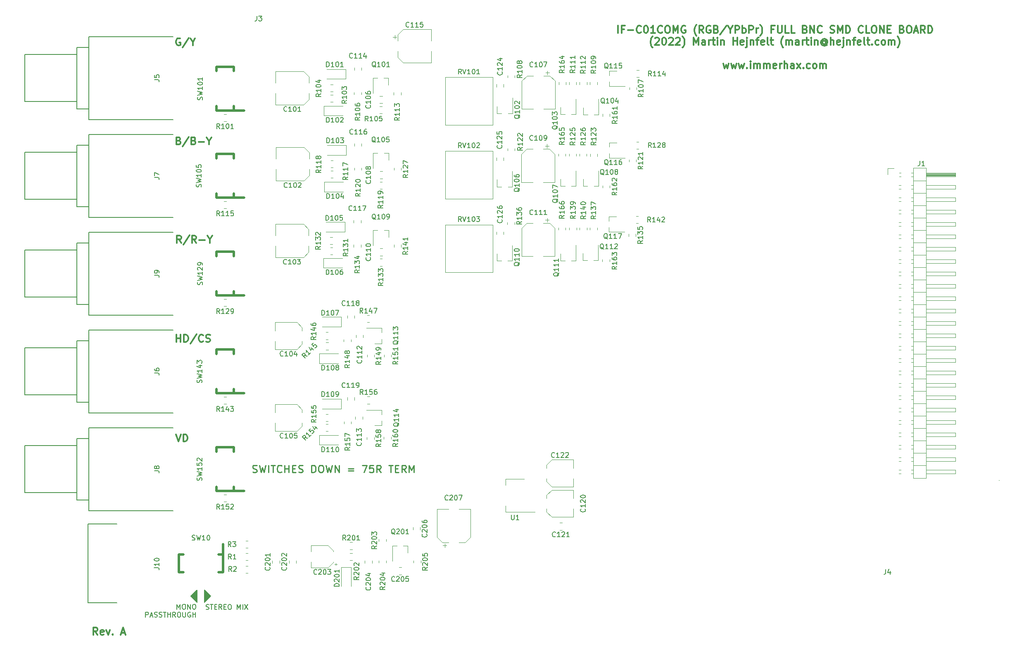
<source format=gbr>
%TF.GenerationSoftware,KiCad,Pcbnew,6.0.7-f9a2dced07~116~ubuntu22.04.1*%
%TF.CreationDate,2022-09-15T22:03:01+02:00*%
%TF.ProjectId,rgb-board,7267622d-626f-4617-9264-2e6b69636164,rev?*%
%TF.SameCoordinates,Original*%
%TF.FileFunction,Legend,Top*%
%TF.FilePolarity,Positive*%
%FSLAX46Y46*%
G04 Gerber Fmt 4.6, Leading zero omitted, Abs format (unit mm)*
G04 Created by KiCad (PCBNEW 6.0.7-f9a2dced07~116~ubuntu22.04.1) date 2022-09-15 22:03:01*
%MOMM*%
%LPD*%
G01*
G04 APERTURE LIST*
%ADD10C,0.150000*%
%ADD11C,0.200000*%
%ADD12C,0.300000*%
%ADD13C,0.250000*%
%ADD14C,0.120000*%
%ADD15C,0.500000*%
G04 APERTURE END LIST*
D10*
G36*
X74930000Y-151130000D02*
G01*
X73660000Y-152400000D01*
X73660000Y-149860000D01*
X74930000Y-151130000D01*
G37*
X74930000Y-151130000D02*
X73660000Y-152400000D01*
X73660000Y-149860000D01*
X74930000Y-151130000D01*
D11*
X236500000Y-127400000D02*
X236500000Y-127375000D01*
D10*
G36*
X72136000Y-152400000D02*
G01*
X70866000Y-151130000D01*
X72136000Y-149860000D01*
X72136000Y-152400000D01*
G37*
X72136000Y-152400000D02*
X70866000Y-151130000D01*
X72136000Y-149860000D01*
X72136000Y-152400000D01*
D12*
X68846285Y-78656571D02*
X68346285Y-77942285D01*
X67989142Y-78656571D02*
X67989142Y-77156571D01*
X68560571Y-77156571D01*
X68703428Y-77228000D01*
X68774857Y-77299428D01*
X68846285Y-77442285D01*
X68846285Y-77656571D01*
X68774857Y-77799428D01*
X68703428Y-77870857D01*
X68560571Y-77942285D01*
X67989142Y-77942285D01*
X70560571Y-77085142D02*
X69274857Y-79013714D01*
X71917714Y-78656571D02*
X71417714Y-77942285D01*
X71060571Y-78656571D02*
X71060571Y-77156571D01*
X71632000Y-77156571D01*
X71774857Y-77228000D01*
X71846285Y-77299428D01*
X71917714Y-77442285D01*
X71917714Y-77656571D01*
X71846285Y-77799428D01*
X71774857Y-77870857D01*
X71632000Y-77942285D01*
X71060571Y-77942285D01*
X72560571Y-78085142D02*
X73703428Y-78085142D01*
X74703428Y-77942285D02*
X74703428Y-78656571D01*
X74203428Y-77156571D02*
X74703428Y-77942285D01*
X75203428Y-77156571D01*
X68362142Y-57677857D02*
X68576428Y-57749285D01*
X68647857Y-57820714D01*
X68719285Y-57963571D01*
X68719285Y-58177857D01*
X68647857Y-58320714D01*
X68576428Y-58392142D01*
X68433571Y-58463571D01*
X67862142Y-58463571D01*
X67862142Y-56963571D01*
X68362142Y-56963571D01*
X68505000Y-57035000D01*
X68576428Y-57106428D01*
X68647857Y-57249285D01*
X68647857Y-57392142D01*
X68576428Y-57535000D01*
X68505000Y-57606428D01*
X68362142Y-57677857D01*
X67862142Y-57677857D01*
X70433571Y-56892142D02*
X69147857Y-58820714D01*
X71433571Y-57677857D02*
X71647857Y-57749285D01*
X71719285Y-57820714D01*
X71790714Y-57963571D01*
X71790714Y-58177857D01*
X71719285Y-58320714D01*
X71647857Y-58392142D01*
X71505000Y-58463571D01*
X70933571Y-58463571D01*
X70933571Y-56963571D01*
X71433571Y-56963571D01*
X71576428Y-57035000D01*
X71647857Y-57106428D01*
X71719285Y-57249285D01*
X71719285Y-57392142D01*
X71647857Y-57535000D01*
X71576428Y-57606428D01*
X71433571Y-57677857D01*
X70933571Y-57677857D01*
X72433571Y-57892142D02*
X73576428Y-57892142D01*
X74576428Y-57749285D02*
X74576428Y-58463571D01*
X74076428Y-56963571D02*
X74576428Y-57749285D01*
X75076428Y-56963571D01*
D13*
X83504571Y-125702142D02*
X83718857Y-125773571D01*
X84076000Y-125773571D01*
X84218857Y-125702142D01*
X84290285Y-125630714D01*
X84361714Y-125487857D01*
X84361714Y-125345000D01*
X84290285Y-125202142D01*
X84218857Y-125130714D01*
X84076000Y-125059285D01*
X83790285Y-124987857D01*
X83647428Y-124916428D01*
X83576000Y-124845000D01*
X83504571Y-124702142D01*
X83504571Y-124559285D01*
X83576000Y-124416428D01*
X83647428Y-124345000D01*
X83790285Y-124273571D01*
X84147428Y-124273571D01*
X84361714Y-124345000D01*
X84861714Y-124273571D02*
X85218857Y-125773571D01*
X85504571Y-124702142D01*
X85790285Y-125773571D01*
X86147428Y-124273571D01*
X86718857Y-125773571D02*
X86718857Y-124273571D01*
X87218857Y-124273571D02*
X88076000Y-124273571D01*
X87647428Y-125773571D02*
X87647428Y-124273571D01*
X89433142Y-125630714D02*
X89361714Y-125702142D01*
X89147428Y-125773571D01*
X89004571Y-125773571D01*
X88790285Y-125702142D01*
X88647428Y-125559285D01*
X88576000Y-125416428D01*
X88504571Y-125130714D01*
X88504571Y-124916428D01*
X88576000Y-124630714D01*
X88647428Y-124487857D01*
X88790285Y-124345000D01*
X89004571Y-124273571D01*
X89147428Y-124273571D01*
X89361714Y-124345000D01*
X89433142Y-124416428D01*
X90076000Y-125773571D02*
X90076000Y-124273571D01*
X90076000Y-124987857D02*
X90933142Y-124987857D01*
X90933142Y-125773571D02*
X90933142Y-124273571D01*
X91647428Y-124987857D02*
X92147428Y-124987857D01*
X92361714Y-125773571D02*
X91647428Y-125773571D01*
X91647428Y-124273571D01*
X92361714Y-124273571D01*
X92933142Y-125702142D02*
X93147428Y-125773571D01*
X93504571Y-125773571D01*
X93647428Y-125702142D01*
X93718857Y-125630714D01*
X93790285Y-125487857D01*
X93790285Y-125345000D01*
X93718857Y-125202142D01*
X93647428Y-125130714D01*
X93504571Y-125059285D01*
X93218857Y-124987857D01*
X93076000Y-124916428D01*
X93004571Y-124845000D01*
X92933142Y-124702142D01*
X92933142Y-124559285D01*
X93004571Y-124416428D01*
X93076000Y-124345000D01*
X93218857Y-124273571D01*
X93576000Y-124273571D01*
X93790285Y-124345000D01*
X95576000Y-125773571D02*
X95576000Y-124273571D01*
X95933142Y-124273571D01*
X96147428Y-124345000D01*
X96290285Y-124487857D01*
X96361714Y-124630714D01*
X96433142Y-124916428D01*
X96433142Y-125130714D01*
X96361714Y-125416428D01*
X96290285Y-125559285D01*
X96147428Y-125702142D01*
X95933142Y-125773571D01*
X95576000Y-125773571D01*
X97361714Y-124273571D02*
X97647428Y-124273571D01*
X97790285Y-124345000D01*
X97933142Y-124487857D01*
X98004571Y-124773571D01*
X98004571Y-125273571D01*
X97933142Y-125559285D01*
X97790285Y-125702142D01*
X97647428Y-125773571D01*
X97361714Y-125773571D01*
X97218857Y-125702142D01*
X97076000Y-125559285D01*
X97004571Y-125273571D01*
X97004571Y-124773571D01*
X97076000Y-124487857D01*
X97218857Y-124345000D01*
X97361714Y-124273571D01*
X98504571Y-124273571D02*
X98861714Y-125773571D01*
X99147428Y-124702142D01*
X99433142Y-125773571D01*
X99790285Y-124273571D01*
X100361714Y-125773571D02*
X100361714Y-124273571D01*
X101218857Y-125773571D01*
X101218857Y-124273571D01*
X103076000Y-124987857D02*
X104218857Y-124987857D01*
X104218857Y-125416428D02*
X103076000Y-125416428D01*
X105933142Y-124273571D02*
X106933142Y-124273571D01*
X106290285Y-125773571D01*
X108218857Y-124273571D02*
X107504571Y-124273571D01*
X107433142Y-124987857D01*
X107504571Y-124916428D01*
X107647428Y-124845000D01*
X108004571Y-124845000D01*
X108147428Y-124916428D01*
X108218857Y-124987857D01*
X108290285Y-125130714D01*
X108290285Y-125487857D01*
X108218857Y-125630714D01*
X108147428Y-125702142D01*
X108004571Y-125773571D01*
X107647428Y-125773571D01*
X107504571Y-125702142D01*
X107433142Y-125630714D01*
X109790285Y-125773571D02*
X109290285Y-125059285D01*
X108933142Y-125773571D02*
X108933142Y-124273571D01*
X109504571Y-124273571D01*
X109647428Y-124345000D01*
X109718857Y-124416428D01*
X109790285Y-124559285D01*
X109790285Y-124773571D01*
X109718857Y-124916428D01*
X109647428Y-124987857D01*
X109504571Y-125059285D01*
X108933142Y-125059285D01*
X111361714Y-124273571D02*
X112218857Y-124273571D01*
X111790285Y-125773571D02*
X111790285Y-124273571D01*
X112718857Y-124987857D02*
X113218857Y-124987857D01*
X113433142Y-125773571D02*
X112718857Y-125773571D01*
X112718857Y-124273571D01*
X113433142Y-124273571D01*
X114933142Y-125773571D02*
X114433142Y-125059285D01*
X114076000Y-125773571D02*
X114076000Y-124273571D01*
X114647428Y-124273571D01*
X114790285Y-124345000D01*
X114861714Y-124416428D01*
X114933142Y-124559285D01*
X114933142Y-124773571D01*
X114861714Y-124916428D01*
X114790285Y-124987857D01*
X114647428Y-125059285D01*
X114076000Y-125059285D01*
X115576000Y-125773571D02*
X115576000Y-124273571D01*
X116076000Y-125345000D01*
X116576000Y-124273571D01*
X116576000Y-125773571D01*
D12*
X158397628Y-35587871D02*
X158397628Y-34087871D01*
X159611914Y-34802157D02*
X159111914Y-34802157D01*
X159111914Y-35587871D02*
X159111914Y-34087871D01*
X159826200Y-34087871D01*
X160397628Y-35016442D02*
X161540485Y-35016442D01*
X163111914Y-35445014D02*
X163040485Y-35516442D01*
X162826200Y-35587871D01*
X162683342Y-35587871D01*
X162469057Y-35516442D01*
X162326200Y-35373585D01*
X162254771Y-35230728D01*
X162183342Y-34945014D01*
X162183342Y-34730728D01*
X162254771Y-34445014D01*
X162326200Y-34302157D01*
X162469057Y-34159300D01*
X162683342Y-34087871D01*
X162826200Y-34087871D01*
X163040485Y-34159300D01*
X163111914Y-34230728D01*
X164040485Y-34087871D02*
X164183342Y-34087871D01*
X164326200Y-34159300D01*
X164397628Y-34230728D01*
X164469057Y-34373585D01*
X164540485Y-34659300D01*
X164540485Y-35016442D01*
X164469057Y-35302157D01*
X164397628Y-35445014D01*
X164326200Y-35516442D01*
X164183342Y-35587871D01*
X164040485Y-35587871D01*
X163897628Y-35516442D01*
X163826200Y-35445014D01*
X163754771Y-35302157D01*
X163683342Y-35016442D01*
X163683342Y-34659300D01*
X163754771Y-34373585D01*
X163826200Y-34230728D01*
X163897628Y-34159300D01*
X164040485Y-34087871D01*
X165969057Y-35587871D02*
X165111914Y-35587871D01*
X165540485Y-35587871D02*
X165540485Y-34087871D01*
X165397628Y-34302157D01*
X165254771Y-34445014D01*
X165111914Y-34516442D01*
X167469057Y-35445014D02*
X167397628Y-35516442D01*
X167183342Y-35587871D01*
X167040485Y-35587871D01*
X166826200Y-35516442D01*
X166683342Y-35373585D01*
X166611914Y-35230728D01*
X166540485Y-34945014D01*
X166540485Y-34730728D01*
X166611914Y-34445014D01*
X166683342Y-34302157D01*
X166826200Y-34159300D01*
X167040485Y-34087871D01*
X167183342Y-34087871D01*
X167397628Y-34159300D01*
X167469057Y-34230728D01*
X168397628Y-34087871D02*
X168683342Y-34087871D01*
X168826200Y-34159300D01*
X168969057Y-34302157D01*
X169040485Y-34587871D01*
X169040485Y-35087871D01*
X168969057Y-35373585D01*
X168826200Y-35516442D01*
X168683342Y-35587871D01*
X168397628Y-35587871D01*
X168254771Y-35516442D01*
X168111914Y-35373585D01*
X168040485Y-35087871D01*
X168040485Y-34587871D01*
X168111914Y-34302157D01*
X168254771Y-34159300D01*
X168397628Y-34087871D01*
X169683342Y-35587871D02*
X169683342Y-34087871D01*
X170183342Y-35159300D01*
X170683342Y-34087871D01*
X170683342Y-35587871D01*
X172183342Y-34159300D02*
X172040485Y-34087871D01*
X171826200Y-34087871D01*
X171611914Y-34159300D01*
X171469057Y-34302157D01*
X171397628Y-34445014D01*
X171326200Y-34730728D01*
X171326200Y-34945014D01*
X171397628Y-35230728D01*
X171469057Y-35373585D01*
X171611914Y-35516442D01*
X171826200Y-35587871D01*
X171969057Y-35587871D01*
X172183342Y-35516442D01*
X172254771Y-35445014D01*
X172254771Y-34945014D01*
X171969057Y-34945014D01*
X174469057Y-36159300D02*
X174397628Y-36087871D01*
X174254771Y-35873585D01*
X174183342Y-35730728D01*
X174111914Y-35516442D01*
X174040485Y-35159300D01*
X174040485Y-34873585D01*
X174111914Y-34516442D01*
X174183342Y-34302157D01*
X174254771Y-34159300D01*
X174397628Y-33945014D01*
X174469057Y-33873585D01*
X175897628Y-35587871D02*
X175397628Y-34873585D01*
X175040485Y-35587871D02*
X175040485Y-34087871D01*
X175611914Y-34087871D01*
X175754771Y-34159300D01*
X175826200Y-34230728D01*
X175897628Y-34373585D01*
X175897628Y-34587871D01*
X175826200Y-34730728D01*
X175754771Y-34802157D01*
X175611914Y-34873585D01*
X175040485Y-34873585D01*
X177326200Y-34159300D02*
X177183342Y-34087871D01*
X176969057Y-34087871D01*
X176754771Y-34159300D01*
X176611914Y-34302157D01*
X176540485Y-34445014D01*
X176469057Y-34730728D01*
X176469057Y-34945014D01*
X176540485Y-35230728D01*
X176611914Y-35373585D01*
X176754771Y-35516442D01*
X176969057Y-35587871D01*
X177111914Y-35587871D01*
X177326200Y-35516442D01*
X177397628Y-35445014D01*
X177397628Y-34945014D01*
X177111914Y-34945014D01*
X178540485Y-34802157D02*
X178754771Y-34873585D01*
X178826200Y-34945014D01*
X178897628Y-35087871D01*
X178897628Y-35302157D01*
X178826200Y-35445014D01*
X178754771Y-35516442D01*
X178611914Y-35587871D01*
X178040485Y-35587871D01*
X178040485Y-34087871D01*
X178540485Y-34087871D01*
X178683342Y-34159300D01*
X178754771Y-34230728D01*
X178826200Y-34373585D01*
X178826200Y-34516442D01*
X178754771Y-34659300D01*
X178683342Y-34730728D01*
X178540485Y-34802157D01*
X178040485Y-34802157D01*
X180611914Y-34016442D02*
X179326200Y-35945014D01*
X181397628Y-34873585D02*
X181397628Y-35587871D01*
X180897628Y-34087871D02*
X181397628Y-34873585D01*
X181897628Y-34087871D01*
X182397628Y-35587871D02*
X182397628Y-34087871D01*
X182969057Y-34087871D01*
X183111914Y-34159300D01*
X183183342Y-34230728D01*
X183254771Y-34373585D01*
X183254771Y-34587871D01*
X183183342Y-34730728D01*
X183111914Y-34802157D01*
X182969057Y-34873585D01*
X182397628Y-34873585D01*
X183897628Y-35587871D02*
X183897628Y-34087871D01*
X183897628Y-34659300D02*
X184040485Y-34587871D01*
X184326200Y-34587871D01*
X184469057Y-34659300D01*
X184540485Y-34730728D01*
X184611914Y-34873585D01*
X184611914Y-35302157D01*
X184540485Y-35445014D01*
X184469057Y-35516442D01*
X184326200Y-35587871D01*
X184040485Y-35587871D01*
X183897628Y-35516442D01*
X185254771Y-35587871D02*
X185254771Y-34087871D01*
X185826200Y-34087871D01*
X185969057Y-34159300D01*
X186040485Y-34230728D01*
X186111914Y-34373585D01*
X186111914Y-34587871D01*
X186040485Y-34730728D01*
X185969057Y-34802157D01*
X185826200Y-34873585D01*
X185254771Y-34873585D01*
X186754771Y-35587871D02*
X186754771Y-34587871D01*
X186754771Y-34873585D02*
X186826200Y-34730728D01*
X186897628Y-34659300D01*
X187040485Y-34587871D01*
X187183342Y-34587871D01*
X187540485Y-36159300D02*
X187611914Y-36087871D01*
X187754771Y-35873585D01*
X187826200Y-35730728D01*
X187897628Y-35516442D01*
X187969057Y-35159300D01*
X187969057Y-34873585D01*
X187897628Y-34516442D01*
X187826200Y-34302157D01*
X187754771Y-34159300D01*
X187611914Y-33945014D01*
X187540485Y-33873585D01*
X190326200Y-34802157D02*
X189826200Y-34802157D01*
X189826200Y-35587871D02*
X189826200Y-34087871D01*
X190540485Y-34087871D01*
X191111914Y-34087871D02*
X191111914Y-35302157D01*
X191183342Y-35445014D01*
X191254771Y-35516442D01*
X191397628Y-35587871D01*
X191683342Y-35587871D01*
X191826200Y-35516442D01*
X191897628Y-35445014D01*
X191969057Y-35302157D01*
X191969057Y-34087871D01*
X193397628Y-35587871D02*
X192683342Y-35587871D01*
X192683342Y-34087871D01*
X194611914Y-35587871D02*
X193897628Y-35587871D01*
X193897628Y-34087871D01*
X196754771Y-34802157D02*
X196969057Y-34873585D01*
X197040485Y-34945014D01*
X197111914Y-35087871D01*
X197111914Y-35302157D01*
X197040485Y-35445014D01*
X196969057Y-35516442D01*
X196826200Y-35587871D01*
X196254771Y-35587871D01*
X196254771Y-34087871D01*
X196754771Y-34087871D01*
X196897628Y-34159300D01*
X196969057Y-34230728D01*
X197040485Y-34373585D01*
X197040485Y-34516442D01*
X196969057Y-34659300D01*
X196897628Y-34730728D01*
X196754771Y-34802157D01*
X196254771Y-34802157D01*
X197754771Y-35587871D02*
X197754771Y-34087871D01*
X198611914Y-35587871D01*
X198611914Y-34087871D01*
X200183342Y-35445014D02*
X200111914Y-35516442D01*
X199897628Y-35587871D01*
X199754771Y-35587871D01*
X199540485Y-35516442D01*
X199397628Y-35373585D01*
X199326200Y-35230728D01*
X199254771Y-34945014D01*
X199254771Y-34730728D01*
X199326200Y-34445014D01*
X199397628Y-34302157D01*
X199540485Y-34159300D01*
X199754771Y-34087871D01*
X199897628Y-34087871D01*
X200111914Y-34159300D01*
X200183342Y-34230728D01*
X201897628Y-35516442D02*
X202111914Y-35587871D01*
X202469057Y-35587871D01*
X202611914Y-35516442D01*
X202683342Y-35445014D01*
X202754771Y-35302157D01*
X202754771Y-35159300D01*
X202683342Y-35016442D01*
X202611914Y-34945014D01*
X202469057Y-34873585D01*
X202183342Y-34802157D01*
X202040485Y-34730728D01*
X201969057Y-34659300D01*
X201897628Y-34516442D01*
X201897628Y-34373585D01*
X201969057Y-34230728D01*
X202040485Y-34159300D01*
X202183342Y-34087871D01*
X202540485Y-34087871D01*
X202754771Y-34159300D01*
X203397628Y-35587871D02*
X203397628Y-34087871D01*
X203897628Y-35159300D01*
X204397628Y-34087871D01*
X204397628Y-35587871D01*
X205111914Y-35587871D02*
X205111914Y-34087871D01*
X205469057Y-34087871D01*
X205683342Y-34159300D01*
X205826200Y-34302157D01*
X205897628Y-34445014D01*
X205969057Y-34730728D01*
X205969057Y-34945014D01*
X205897628Y-35230728D01*
X205826200Y-35373585D01*
X205683342Y-35516442D01*
X205469057Y-35587871D01*
X205111914Y-35587871D01*
X208611914Y-35445014D02*
X208540485Y-35516442D01*
X208326200Y-35587871D01*
X208183342Y-35587871D01*
X207969057Y-35516442D01*
X207826200Y-35373585D01*
X207754771Y-35230728D01*
X207683342Y-34945014D01*
X207683342Y-34730728D01*
X207754771Y-34445014D01*
X207826200Y-34302157D01*
X207969057Y-34159300D01*
X208183342Y-34087871D01*
X208326200Y-34087871D01*
X208540485Y-34159300D01*
X208611914Y-34230728D01*
X209969057Y-35587871D02*
X209254771Y-35587871D01*
X209254771Y-34087871D01*
X210754771Y-34087871D02*
X211040485Y-34087871D01*
X211183342Y-34159300D01*
X211326200Y-34302157D01*
X211397628Y-34587871D01*
X211397628Y-35087871D01*
X211326200Y-35373585D01*
X211183342Y-35516442D01*
X211040485Y-35587871D01*
X210754771Y-35587871D01*
X210611914Y-35516442D01*
X210469057Y-35373585D01*
X210397628Y-35087871D01*
X210397628Y-34587871D01*
X210469057Y-34302157D01*
X210611914Y-34159300D01*
X210754771Y-34087871D01*
X212040485Y-35587871D02*
X212040485Y-34087871D01*
X212897628Y-35587871D01*
X212897628Y-34087871D01*
X213611914Y-34802157D02*
X214111914Y-34802157D01*
X214326200Y-35587871D02*
X213611914Y-35587871D01*
X213611914Y-34087871D01*
X214326200Y-34087871D01*
X216611914Y-34802157D02*
X216826200Y-34873585D01*
X216897628Y-34945014D01*
X216969057Y-35087871D01*
X216969057Y-35302157D01*
X216897628Y-35445014D01*
X216826200Y-35516442D01*
X216683342Y-35587871D01*
X216111914Y-35587871D01*
X216111914Y-34087871D01*
X216611914Y-34087871D01*
X216754771Y-34159300D01*
X216826200Y-34230728D01*
X216897628Y-34373585D01*
X216897628Y-34516442D01*
X216826200Y-34659300D01*
X216754771Y-34730728D01*
X216611914Y-34802157D01*
X216111914Y-34802157D01*
X217897628Y-34087871D02*
X218183342Y-34087871D01*
X218326200Y-34159300D01*
X218469057Y-34302157D01*
X218540485Y-34587871D01*
X218540485Y-35087871D01*
X218469057Y-35373585D01*
X218326200Y-35516442D01*
X218183342Y-35587871D01*
X217897628Y-35587871D01*
X217754771Y-35516442D01*
X217611914Y-35373585D01*
X217540485Y-35087871D01*
X217540485Y-34587871D01*
X217611914Y-34302157D01*
X217754771Y-34159300D01*
X217897628Y-34087871D01*
X219111914Y-35159300D02*
X219826200Y-35159300D01*
X218969057Y-35587871D02*
X219469057Y-34087871D01*
X219969057Y-35587871D01*
X221326200Y-35587871D02*
X220826200Y-34873585D01*
X220469057Y-35587871D02*
X220469057Y-34087871D01*
X221040485Y-34087871D01*
X221183342Y-34159300D01*
X221254771Y-34230728D01*
X221326200Y-34373585D01*
X221326200Y-34587871D01*
X221254771Y-34730728D01*
X221183342Y-34802157D01*
X221040485Y-34873585D01*
X220469057Y-34873585D01*
X221969057Y-35587871D02*
X221969057Y-34087871D01*
X222326200Y-34087871D01*
X222540485Y-34159300D01*
X222683342Y-34302157D01*
X222754771Y-34445014D01*
X222826200Y-34730728D01*
X222826200Y-34945014D01*
X222754771Y-35230728D01*
X222683342Y-35373585D01*
X222540485Y-35516442D01*
X222326200Y-35587871D01*
X221969057Y-35587871D01*
X165469057Y-38574300D02*
X165397628Y-38502871D01*
X165254771Y-38288585D01*
X165183342Y-38145728D01*
X165111914Y-37931442D01*
X165040485Y-37574300D01*
X165040485Y-37288585D01*
X165111914Y-36931442D01*
X165183342Y-36717157D01*
X165254771Y-36574300D01*
X165397628Y-36360014D01*
X165469057Y-36288585D01*
X165969057Y-36645728D02*
X166040485Y-36574300D01*
X166183342Y-36502871D01*
X166540485Y-36502871D01*
X166683342Y-36574300D01*
X166754771Y-36645728D01*
X166826200Y-36788585D01*
X166826200Y-36931442D01*
X166754771Y-37145728D01*
X165897628Y-38002871D01*
X166826200Y-38002871D01*
X167754771Y-36502871D02*
X167897628Y-36502871D01*
X168040485Y-36574300D01*
X168111914Y-36645728D01*
X168183342Y-36788585D01*
X168254771Y-37074300D01*
X168254771Y-37431442D01*
X168183342Y-37717157D01*
X168111914Y-37860014D01*
X168040485Y-37931442D01*
X167897628Y-38002871D01*
X167754771Y-38002871D01*
X167611914Y-37931442D01*
X167540485Y-37860014D01*
X167469057Y-37717157D01*
X167397628Y-37431442D01*
X167397628Y-37074300D01*
X167469057Y-36788585D01*
X167540485Y-36645728D01*
X167611914Y-36574300D01*
X167754771Y-36502871D01*
X168826200Y-36645728D02*
X168897628Y-36574300D01*
X169040485Y-36502871D01*
X169397628Y-36502871D01*
X169540485Y-36574300D01*
X169611914Y-36645728D01*
X169683342Y-36788585D01*
X169683342Y-36931442D01*
X169611914Y-37145728D01*
X168754771Y-38002871D01*
X169683342Y-38002871D01*
X170254771Y-36645728D02*
X170326200Y-36574300D01*
X170469057Y-36502871D01*
X170826200Y-36502871D01*
X170969057Y-36574300D01*
X171040485Y-36645728D01*
X171111914Y-36788585D01*
X171111914Y-36931442D01*
X171040485Y-37145728D01*
X170183342Y-38002871D01*
X171111914Y-38002871D01*
X171611914Y-38574300D02*
X171683342Y-38502871D01*
X171826200Y-38288585D01*
X171897628Y-38145728D01*
X171969057Y-37931442D01*
X172040485Y-37574300D01*
X172040485Y-37288585D01*
X171969057Y-36931442D01*
X171897628Y-36717157D01*
X171826200Y-36574300D01*
X171683342Y-36360014D01*
X171611914Y-36288585D01*
X173897628Y-38002871D02*
X173897628Y-36502871D01*
X174397628Y-37574300D01*
X174897628Y-36502871D01*
X174897628Y-38002871D01*
X176254771Y-38002871D02*
X176254771Y-37217157D01*
X176183342Y-37074300D01*
X176040485Y-37002871D01*
X175754771Y-37002871D01*
X175611914Y-37074300D01*
X176254771Y-37931442D02*
X176111914Y-38002871D01*
X175754771Y-38002871D01*
X175611914Y-37931442D01*
X175540485Y-37788585D01*
X175540485Y-37645728D01*
X175611914Y-37502871D01*
X175754771Y-37431442D01*
X176111914Y-37431442D01*
X176254771Y-37360014D01*
X176969057Y-38002871D02*
X176969057Y-37002871D01*
X176969057Y-37288585D02*
X177040485Y-37145728D01*
X177111914Y-37074300D01*
X177254771Y-37002871D01*
X177397628Y-37002871D01*
X177683342Y-37002871D02*
X178254771Y-37002871D01*
X177897628Y-36502871D02*
X177897628Y-37788585D01*
X177969057Y-37931442D01*
X178111914Y-38002871D01*
X178254771Y-38002871D01*
X178754771Y-38002871D02*
X178754771Y-37002871D01*
X178754771Y-36502871D02*
X178683342Y-36574300D01*
X178754771Y-36645728D01*
X178826200Y-36574300D01*
X178754771Y-36502871D01*
X178754771Y-36645728D01*
X179469057Y-37002871D02*
X179469057Y-38002871D01*
X179469057Y-37145728D02*
X179540485Y-37074300D01*
X179683342Y-37002871D01*
X179897628Y-37002871D01*
X180040485Y-37074300D01*
X180111914Y-37217157D01*
X180111914Y-38002871D01*
X181969057Y-38002871D02*
X181969057Y-36502871D01*
X181969057Y-37217157D02*
X182826200Y-37217157D01*
X182826200Y-38002871D02*
X182826200Y-36502871D01*
X184111914Y-37931442D02*
X183969057Y-38002871D01*
X183683342Y-38002871D01*
X183540485Y-37931442D01*
X183469057Y-37788585D01*
X183469057Y-37217157D01*
X183540485Y-37074300D01*
X183683342Y-37002871D01*
X183969057Y-37002871D01*
X184111914Y-37074300D01*
X184183342Y-37217157D01*
X184183342Y-37360014D01*
X183469057Y-37502871D01*
X184826200Y-37002871D02*
X184826200Y-38288585D01*
X184754771Y-38431442D01*
X184611914Y-38502871D01*
X184540485Y-38502871D01*
X184826200Y-36502871D02*
X184754771Y-36574300D01*
X184826200Y-36645728D01*
X184897628Y-36574300D01*
X184826200Y-36502871D01*
X184826200Y-36645728D01*
X185540485Y-37002871D02*
X185540485Y-38002871D01*
X185540485Y-37145728D02*
X185611914Y-37074300D01*
X185754771Y-37002871D01*
X185969057Y-37002871D01*
X186111914Y-37074300D01*
X186183342Y-37217157D01*
X186183342Y-38002871D01*
X186683342Y-37002871D02*
X187254771Y-37002871D01*
X186897628Y-38002871D02*
X186897628Y-36717157D01*
X186969057Y-36574300D01*
X187111914Y-36502871D01*
X187254771Y-36502871D01*
X188326200Y-37931442D02*
X188183342Y-38002871D01*
X187897628Y-38002871D01*
X187754771Y-37931442D01*
X187683342Y-37788585D01*
X187683342Y-37217157D01*
X187754771Y-37074300D01*
X187897628Y-37002871D01*
X188183342Y-37002871D01*
X188326200Y-37074300D01*
X188397628Y-37217157D01*
X188397628Y-37360014D01*
X187683342Y-37502871D01*
X189254771Y-38002871D02*
X189111914Y-37931442D01*
X189040485Y-37788585D01*
X189040485Y-36502871D01*
X189611914Y-37002871D02*
X190183342Y-37002871D01*
X189826200Y-36502871D02*
X189826200Y-37788585D01*
X189897628Y-37931442D01*
X190040485Y-38002871D01*
X190183342Y-38002871D01*
X192254771Y-38574300D02*
X192183342Y-38502871D01*
X192040485Y-38288585D01*
X191969057Y-38145728D01*
X191897628Y-37931442D01*
X191826200Y-37574300D01*
X191826200Y-37288585D01*
X191897628Y-36931442D01*
X191969057Y-36717157D01*
X192040485Y-36574300D01*
X192183342Y-36360014D01*
X192254771Y-36288585D01*
X192826200Y-38002871D02*
X192826200Y-37002871D01*
X192826200Y-37145728D02*
X192897628Y-37074300D01*
X193040485Y-37002871D01*
X193254771Y-37002871D01*
X193397628Y-37074300D01*
X193469057Y-37217157D01*
X193469057Y-38002871D01*
X193469057Y-37217157D02*
X193540485Y-37074300D01*
X193683342Y-37002871D01*
X193897628Y-37002871D01*
X194040485Y-37074300D01*
X194111914Y-37217157D01*
X194111914Y-38002871D01*
X195469057Y-38002871D02*
X195469057Y-37217157D01*
X195397628Y-37074300D01*
X195254771Y-37002871D01*
X194969057Y-37002871D01*
X194826200Y-37074300D01*
X195469057Y-37931442D02*
X195326200Y-38002871D01*
X194969057Y-38002871D01*
X194826200Y-37931442D01*
X194754771Y-37788585D01*
X194754771Y-37645728D01*
X194826200Y-37502871D01*
X194969057Y-37431442D01*
X195326200Y-37431442D01*
X195469057Y-37360014D01*
X196183342Y-38002871D02*
X196183342Y-37002871D01*
X196183342Y-37288585D02*
X196254771Y-37145728D01*
X196326200Y-37074300D01*
X196469057Y-37002871D01*
X196611914Y-37002871D01*
X196897628Y-37002871D02*
X197469057Y-37002871D01*
X197111914Y-36502871D02*
X197111914Y-37788585D01*
X197183342Y-37931442D01*
X197326200Y-38002871D01*
X197469057Y-38002871D01*
X197969057Y-38002871D02*
X197969057Y-37002871D01*
X197969057Y-36502871D02*
X197897628Y-36574300D01*
X197969057Y-36645728D01*
X198040485Y-36574300D01*
X197969057Y-36502871D01*
X197969057Y-36645728D01*
X198683342Y-37002871D02*
X198683342Y-38002871D01*
X198683342Y-37145728D02*
X198754771Y-37074300D01*
X198897628Y-37002871D01*
X199111914Y-37002871D01*
X199254771Y-37074300D01*
X199326200Y-37217157D01*
X199326200Y-38002871D01*
X200969057Y-37288585D02*
X200897628Y-37217157D01*
X200754771Y-37145728D01*
X200611914Y-37145728D01*
X200469057Y-37217157D01*
X200397628Y-37288585D01*
X200326200Y-37431442D01*
X200326200Y-37574300D01*
X200397628Y-37717157D01*
X200469057Y-37788585D01*
X200611914Y-37860014D01*
X200754771Y-37860014D01*
X200897628Y-37788585D01*
X200969057Y-37717157D01*
X200969057Y-37145728D02*
X200969057Y-37717157D01*
X201040485Y-37788585D01*
X201111914Y-37788585D01*
X201254771Y-37717157D01*
X201326200Y-37574300D01*
X201326200Y-37217157D01*
X201183342Y-37002871D01*
X200969057Y-36860014D01*
X200683342Y-36788585D01*
X200397628Y-36860014D01*
X200183342Y-37002871D01*
X200040485Y-37217157D01*
X199969057Y-37502871D01*
X200040485Y-37788585D01*
X200183342Y-38002871D01*
X200397628Y-38145728D01*
X200683342Y-38217157D01*
X200969057Y-38145728D01*
X201183342Y-38002871D01*
X201969057Y-38002871D02*
X201969057Y-36502871D01*
X202611914Y-38002871D02*
X202611914Y-37217157D01*
X202540485Y-37074300D01*
X202397628Y-37002871D01*
X202183342Y-37002871D01*
X202040485Y-37074300D01*
X201969057Y-37145728D01*
X203897628Y-37931442D02*
X203754771Y-38002871D01*
X203469057Y-38002871D01*
X203326200Y-37931442D01*
X203254771Y-37788585D01*
X203254771Y-37217157D01*
X203326200Y-37074300D01*
X203469057Y-37002871D01*
X203754771Y-37002871D01*
X203897628Y-37074300D01*
X203969057Y-37217157D01*
X203969057Y-37360014D01*
X203254771Y-37502871D01*
X204611914Y-37002871D02*
X204611914Y-38288585D01*
X204540485Y-38431442D01*
X204397628Y-38502871D01*
X204326200Y-38502871D01*
X204611914Y-36502871D02*
X204540485Y-36574300D01*
X204611914Y-36645728D01*
X204683342Y-36574300D01*
X204611914Y-36502871D01*
X204611914Y-36645728D01*
X205326200Y-37002871D02*
X205326200Y-38002871D01*
X205326200Y-37145728D02*
X205397628Y-37074300D01*
X205540485Y-37002871D01*
X205754771Y-37002871D01*
X205897628Y-37074300D01*
X205969057Y-37217157D01*
X205969057Y-38002871D01*
X206469057Y-37002871D02*
X207040485Y-37002871D01*
X206683342Y-38002871D02*
X206683342Y-36717157D01*
X206754771Y-36574300D01*
X206897628Y-36502871D01*
X207040485Y-36502871D01*
X208111914Y-37931442D02*
X207969057Y-38002871D01*
X207683342Y-38002871D01*
X207540485Y-37931442D01*
X207469057Y-37788585D01*
X207469057Y-37217157D01*
X207540485Y-37074300D01*
X207683342Y-37002871D01*
X207969057Y-37002871D01*
X208111914Y-37074300D01*
X208183342Y-37217157D01*
X208183342Y-37360014D01*
X207469057Y-37502871D01*
X209040485Y-38002871D02*
X208897628Y-37931442D01*
X208826200Y-37788585D01*
X208826200Y-36502871D01*
X209397628Y-37002871D02*
X209969057Y-37002871D01*
X209611914Y-36502871D02*
X209611914Y-37788585D01*
X209683342Y-37931442D01*
X209826200Y-38002871D01*
X209969057Y-38002871D01*
X210469057Y-37860014D02*
X210540485Y-37931442D01*
X210469057Y-38002871D01*
X210397628Y-37931442D01*
X210469057Y-37860014D01*
X210469057Y-38002871D01*
X211826200Y-37931442D02*
X211683342Y-38002871D01*
X211397628Y-38002871D01*
X211254771Y-37931442D01*
X211183342Y-37860014D01*
X211111914Y-37717157D01*
X211111914Y-37288585D01*
X211183342Y-37145728D01*
X211254771Y-37074300D01*
X211397628Y-37002871D01*
X211683342Y-37002871D01*
X211826200Y-37074300D01*
X212683342Y-38002871D02*
X212540485Y-37931442D01*
X212469057Y-37860014D01*
X212397628Y-37717157D01*
X212397628Y-37288585D01*
X212469057Y-37145728D01*
X212540485Y-37074300D01*
X212683342Y-37002871D01*
X212897628Y-37002871D01*
X213040485Y-37074300D01*
X213111914Y-37145728D01*
X213183342Y-37288585D01*
X213183342Y-37717157D01*
X213111914Y-37860014D01*
X213040485Y-37931442D01*
X212897628Y-38002871D01*
X212683342Y-38002871D01*
X213826200Y-38002871D02*
X213826200Y-37002871D01*
X213826200Y-37145728D02*
X213897628Y-37074300D01*
X214040485Y-37002871D01*
X214254771Y-37002871D01*
X214397628Y-37074300D01*
X214469057Y-37217157D01*
X214469057Y-38002871D01*
X214469057Y-37217157D02*
X214540485Y-37074300D01*
X214683342Y-37002871D01*
X214897628Y-37002871D01*
X215040485Y-37074300D01*
X215111914Y-37217157D01*
X215111914Y-38002871D01*
X215683342Y-38574300D02*
X215754771Y-38502871D01*
X215897628Y-38288585D01*
X215969057Y-38145728D01*
X216040485Y-37931442D01*
X216111914Y-37574300D01*
X216111914Y-37288585D01*
X216040485Y-36931442D01*
X215969057Y-36717157D01*
X215897628Y-36574300D01*
X215754771Y-36360014D01*
X215683342Y-36288585D01*
X179969057Y-41832871D02*
X180254771Y-42832871D01*
X180540485Y-42118585D01*
X180826200Y-42832871D01*
X181111914Y-41832871D01*
X181540485Y-41832871D02*
X181826200Y-42832871D01*
X182111914Y-42118585D01*
X182397628Y-42832871D01*
X182683342Y-41832871D01*
X183111914Y-41832871D02*
X183397628Y-42832871D01*
X183683342Y-42118585D01*
X183969057Y-42832871D01*
X184254771Y-41832871D01*
X184826200Y-42690014D02*
X184897628Y-42761442D01*
X184826200Y-42832871D01*
X184754771Y-42761442D01*
X184826200Y-42690014D01*
X184826200Y-42832871D01*
X185540485Y-42832871D02*
X185540485Y-41832871D01*
X185540485Y-41332871D02*
X185469057Y-41404300D01*
X185540485Y-41475728D01*
X185611914Y-41404300D01*
X185540485Y-41332871D01*
X185540485Y-41475728D01*
X186254771Y-42832871D02*
X186254771Y-41832871D01*
X186254771Y-41975728D02*
X186326200Y-41904300D01*
X186469057Y-41832871D01*
X186683342Y-41832871D01*
X186826200Y-41904300D01*
X186897628Y-42047157D01*
X186897628Y-42832871D01*
X186897628Y-42047157D02*
X186969057Y-41904300D01*
X187111914Y-41832871D01*
X187326200Y-41832871D01*
X187469057Y-41904300D01*
X187540485Y-42047157D01*
X187540485Y-42832871D01*
X188254771Y-42832871D02*
X188254771Y-41832871D01*
X188254771Y-41975728D02*
X188326200Y-41904300D01*
X188469057Y-41832871D01*
X188683342Y-41832871D01*
X188826200Y-41904300D01*
X188897628Y-42047157D01*
X188897628Y-42832871D01*
X188897628Y-42047157D02*
X188969057Y-41904300D01*
X189111914Y-41832871D01*
X189326200Y-41832871D01*
X189469057Y-41904300D01*
X189540485Y-42047157D01*
X189540485Y-42832871D01*
X190826200Y-42761442D02*
X190683342Y-42832871D01*
X190397628Y-42832871D01*
X190254771Y-42761442D01*
X190183342Y-42618585D01*
X190183342Y-42047157D01*
X190254771Y-41904300D01*
X190397628Y-41832871D01*
X190683342Y-41832871D01*
X190826200Y-41904300D01*
X190897628Y-42047157D01*
X190897628Y-42190014D01*
X190183342Y-42332871D01*
X191540485Y-42832871D02*
X191540485Y-41832871D01*
X191540485Y-42118585D02*
X191611914Y-41975728D01*
X191683342Y-41904300D01*
X191826200Y-41832871D01*
X191969057Y-41832871D01*
X192469057Y-42832871D02*
X192469057Y-41332871D01*
X193111914Y-42832871D02*
X193111914Y-42047157D01*
X193040485Y-41904300D01*
X192897628Y-41832871D01*
X192683342Y-41832871D01*
X192540485Y-41904300D01*
X192469057Y-41975728D01*
X194469057Y-42832871D02*
X194469057Y-42047157D01*
X194397628Y-41904300D01*
X194254771Y-41832871D01*
X193969057Y-41832871D01*
X193826200Y-41904300D01*
X194469057Y-42761442D02*
X194326200Y-42832871D01*
X193969057Y-42832871D01*
X193826200Y-42761442D01*
X193754771Y-42618585D01*
X193754771Y-42475728D01*
X193826200Y-42332871D01*
X193969057Y-42261442D01*
X194326200Y-42261442D01*
X194469057Y-42190014D01*
X195040485Y-42832871D02*
X195826200Y-41832871D01*
X195040485Y-41832871D02*
X195826200Y-42832871D01*
X196397628Y-42690014D02*
X196469057Y-42761442D01*
X196397628Y-42832871D01*
X196326200Y-42761442D01*
X196397628Y-42690014D01*
X196397628Y-42832871D01*
X197754771Y-42761442D02*
X197611914Y-42832871D01*
X197326200Y-42832871D01*
X197183342Y-42761442D01*
X197111914Y-42690014D01*
X197040485Y-42547157D01*
X197040485Y-42118585D01*
X197111914Y-41975728D01*
X197183342Y-41904300D01*
X197326200Y-41832871D01*
X197611914Y-41832871D01*
X197754771Y-41904300D01*
X198611914Y-42832871D02*
X198469057Y-42761442D01*
X198397628Y-42690014D01*
X198326200Y-42547157D01*
X198326200Y-42118585D01*
X198397628Y-41975728D01*
X198469057Y-41904300D01*
X198611914Y-41832871D01*
X198826200Y-41832871D01*
X198969057Y-41904300D01*
X199040485Y-41975728D01*
X199111914Y-42118585D01*
X199111914Y-42547157D01*
X199040485Y-42690014D01*
X198969057Y-42761442D01*
X198826200Y-42832871D01*
X198611914Y-42832871D01*
X199754771Y-42832871D02*
X199754771Y-41832871D01*
X199754771Y-41975728D02*
X199826200Y-41904300D01*
X199969057Y-41832871D01*
X200183342Y-41832871D01*
X200326200Y-41904300D01*
X200397628Y-42047157D01*
X200397628Y-42832871D01*
X200397628Y-42047157D02*
X200469057Y-41904300D01*
X200611914Y-41832871D01*
X200826200Y-41832871D01*
X200969057Y-41904300D01*
X201040485Y-42047157D01*
X201040485Y-42832871D01*
X67862142Y-98976571D02*
X67862142Y-97476571D01*
X67862142Y-98190857D02*
X68719285Y-98190857D01*
X68719285Y-98976571D02*
X68719285Y-97476571D01*
X69433571Y-98976571D02*
X69433571Y-97476571D01*
X69790714Y-97476571D01*
X70005000Y-97548000D01*
X70147857Y-97690857D01*
X70219285Y-97833714D01*
X70290714Y-98119428D01*
X70290714Y-98333714D01*
X70219285Y-98619428D01*
X70147857Y-98762285D01*
X70005000Y-98905142D01*
X69790714Y-98976571D01*
X69433571Y-98976571D01*
X72005000Y-97405142D02*
X70719285Y-99333714D01*
X73362142Y-98833714D02*
X73290714Y-98905142D01*
X73076428Y-98976571D01*
X72933571Y-98976571D01*
X72719285Y-98905142D01*
X72576428Y-98762285D01*
X72505000Y-98619428D01*
X72433571Y-98333714D01*
X72433571Y-98119428D01*
X72505000Y-97833714D01*
X72576428Y-97690857D01*
X72719285Y-97548000D01*
X72933571Y-97476571D01*
X73076428Y-97476571D01*
X73290714Y-97548000D01*
X73362142Y-97619428D01*
X73933571Y-98905142D02*
X74147857Y-98976571D01*
X74505000Y-98976571D01*
X74647857Y-98905142D01*
X74719285Y-98833714D01*
X74790714Y-98690857D01*
X74790714Y-98548000D01*
X74719285Y-98405142D01*
X74647857Y-98333714D01*
X74505000Y-98262285D01*
X74219285Y-98190857D01*
X74076428Y-98119428D01*
X74005000Y-98048000D01*
X73933571Y-97905142D01*
X73933571Y-97762285D01*
X74005000Y-97619428D01*
X74076428Y-97548000D01*
X74219285Y-97476571D01*
X74576428Y-97476571D01*
X74790714Y-97548000D01*
X51728571Y-159078571D02*
X51228571Y-158364285D01*
X50871428Y-159078571D02*
X50871428Y-157578571D01*
X51442857Y-157578571D01*
X51585714Y-157650000D01*
X51657142Y-157721428D01*
X51728571Y-157864285D01*
X51728571Y-158078571D01*
X51657142Y-158221428D01*
X51585714Y-158292857D01*
X51442857Y-158364285D01*
X50871428Y-158364285D01*
X52942857Y-159007142D02*
X52800000Y-159078571D01*
X52514285Y-159078571D01*
X52371428Y-159007142D01*
X52300000Y-158864285D01*
X52300000Y-158292857D01*
X52371428Y-158150000D01*
X52514285Y-158078571D01*
X52800000Y-158078571D01*
X52942857Y-158150000D01*
X53014285Y-158292857D01*
X53014285Y-158435714D01*
X52300000Y-158578571D01*
X53514285Y-158078571D02*
X53871428Y-159078571D01*
X54228571Y-158078571D01*
X54800000Y-158935714D02*
X54871428Y-159007142D01*
X54800000Y-159078571D01*
X54728571Y-159007142D01*
X54800000Y-158935714D01*
X54800000Y-159078571D01*
X56585714Y-158650000D02*
X57300000Y-158650000D01*
X56442857Y-159078571D02*
X56942857Y-157578571D01*
X57442857Y-159078571D01*
X67774857Y-117923571D02*
X68274857Y-119423571D01*
X68774857Y-117923571D01*
X69274857Y-119423571D02*
X69274857Y-117923571D01*
X69632000Y-117923571D01*
X69846285Y-117995000D01*
X69989142Y-118137857D01*
X70060571Y-118280714D01*
X70132000Y-118566428D01*
X70132000Y-118780714D01*
X70060571Y-119066428D01*
X69989142Y-119209285D01*
X69846285Y-119352142D01*
X69632000Y-119423571D01*
X69274857Y-119423571D01*
D10*
X67990880Y-153825380D02*
X67990880Y-152825380D01*
X68324214Y-153539666D01*
X68657547Y-152825380D01*
X68657547Y-153825380D01*
X69324214Y-152825380D02*
X69514690Y-152825380D01*
X69609928Y-152873000D01*
X69705166Y-152968238D01*
X69752785Y-153158714D01*
X69752785Y-153492047D01*
X69705166Y-153682523D01*
X69609928Y-153777761D01*
X69514690Y-153825380D01*
X69324214Y-153825380D01*
X69228976Y-153777761D01*
X69133738Y-153682523D01*
X69086119Y-153492047D01*
X69086119Y-153158714D01*
X69133738Y-152968238D01*
X69228976Y-152873000D01*
X69324214Y-152825380D01*
X70181357Y-153825380D02*
X70181357Y-152825380D01*
X70752785Y-153825380D01*
X70752785Y-152825380D01*
X71419452Y-152825380D02*
X71609928Y-152825380D01*
X71705166Y-152873000D01*
X71800404Y-152968238D01*
X71848023Y-153158714D01*
X71848023Y-153492047D01*
X71800404Y-153682523D01*
X71705166Y-153777761D01*
X71609928Y-153825380D01*
X71419452Y-153825380D01*
X71324214Y-153777761D01*
X71228976Y-153682523D01*
X71181357Y-153492047D01*
X71181357Y-153158714D01*
X71228976Y-152968238D01*
X71324214Y-152873000D01*
X71419452Y-152825380D01*
X61562309Y-155435380D02*
X61562309Y-154435380D01*
X61943261Y-154435380D01*
X62038500Y-154483000D01*
X62086119Y-154530619D01*
X62133738Y-154625857D01*
X62133738Y-154768714D01*
X62086119Y-154863952D01*
X62038500Y-154911571D01*
X61943261Y-154959190D01*
X61562309Y-154959190D01*
X62514690Y-155149666D02*
X62990880Y-155149666D01*
X62419452Y-155435380D02*
X62752785Y-154435380D01*
X63086119Y-155435380D01*
X63371833Y-155387761D02*
X63514690Y-155435380D01*
X63752785Y-155435380D01*
X63848023Y-155387761D01*
X63895642Y-155340142D01*
X63943261Y-155244904D01*
X63943261Y-155149666D01*
X63895642Y-155054428D01*
X63848023Y-155006809D01*
X63752785Y-154959190D01*
X63562309Y-154911571D01*
X63467071Y-154863952D01*
X63419452Y-154816333D01*
X63371833Y-154721095D01*
X63371833Y-154625857D01*
X63419452Y-154530619D01*
X63467071Y-154483000D01*
X63562309Y-154435380D01*
X63800404Y-154435380D01*
X63943261Y-154483000D01*
X64324214Y-155387761D02*
X64467071Y-155435380D01*
X64705166Y-155435380D01*
X64800404Y-155387761D01*
X64848023Y-155340142D01*
X64895642Y-155244904D01*
X64895642Y-155149666D01*
X64848023Y-155054428D01*
X64800404Y-155006809D01*
X64705166Y-154959190D01*
X64514690Y-154911571D01*
X64419452Y-154863952D01*
X64371833Y-154816333D01*
X64324214Y-154721095D01*
X64324214Y-154625857D01*
X64371833Y-154530619D01*
X64419452Y-154483000D01*
X64514690Y-154435380D01*
X64752785Y-154435380D01*
X64895642Y-154483000D01*
X65181357Y-154435380D02*
X65752785Y-154435380D01*
X65467071Y-155435380D02*
X65467071Y-154435380D01*
X66086119Y-155435380D02*
X66086119Y-154435380D01*
X66086119Y-154911571D02*
X66657547Y-154911571D01*
X66657547Y-155435380D02*
X66657547Y-154435380D01*
X67705166Y-155435380D02*
X67371833Y-154959190D01*
X67133738Y-155435380D02*
X67133738Y-154435380D01*
X67514690Y-154435380D01*
X67609928Y-154483000D01*
X67657547Y-154530619D01*
X67705166Y-154625857D01*
X67705166Y-154768714D01*
X67657547Y-154863952D01*
X67609928Y-154911571D01*
X67514690Y-154959190D01*
X67133738Y-154959190D01*
X68324214Y-154435380D02*
X68514690Y-154435380D01*
X68609928Y-154483000D01*
X68705166Y-154578238D01*
X68752785Y-154768714D01*
X68752785Y-155102047D01*
X68705166Y-155292523D01*
X68609928Y-155387761D01*
X68514690Y-155435380D01*
X68324214Y-155435380D01*
X68228976Y-155387761D01*
X68133738Y-155292523D01*
X68086119Y-155102047D01*
X68086119Y-154768714D01*
X68133738Y-154578238D01*
X68228976Y-154483000D01*
X68324214Y-154435380D01*
X69181357Y-154435380D02*
X69181357Y-155244904D01*
X69228976Y-155340142D01*
X69276595Y-155387761D01*
X69371833Y-155435380D01*
X69562309Y-155435380D01*
X69657547Y-155387761D01*
X69705166Y-155340142D01*
X69752785Y-155244904D01*
X69752785Y-154435380D01*
X70752785Y-154483000D02*
X70657547Y-154435380D01*
X70514690Y-154435380D01*
X70371833Y-154483000D01*
X70276595Y-154578238D01*
X70228976Y-154673476D01*
X70181357Y-154863952D01*
X70181357Y-155006809D01*
X70228976Y-155197285D01*
X70276595Y-155292523D01*
X70371833Y-155387761D01*
X70514690Y-155435380D01*
X70609928Y-155435380D01*
X70752785Y-155387761D01*
X70800404Y-155340142D01*
X70800404Y-155006809D01*
X70609928Y-155006809D01*
X71228976Y-155435380D02*
X71228976Y-154435380D01*
X71228976Y-154911571D02*
X71800404Y-154911571D01*
X71800404Y-155435380D02*
X71800404Y-154435380D01*
X73947976Y-153820761D02*
X74090833Y-153868380D01*
X74328928Y-153868380D01*
X74424166Y-153820761D01*
X74471785Y-153773142D01*
X74519404Y-153677904D01*
X74519404Y-153582666D01*
X74471785Y-153487428D01*
X74424166Y-153439809D01*
X74328928Y-153392190D01*
X74138452Y-153344571D01*
X74043214Y-153296952D01*
X73995595Y-153249333D01*
X73947976Y-153154095D01*
X73947976Y-153058857D01*
X73995595Y-152963619D01*
X74043214Y-152916000D01*
X74138452Y-152868380D01*
X74376547Y-152868380D01*
X74519404Y-152916000D01*
X74805119Y-152868380D02*
X75376547Y-152868380D01*
X75090833Y-153868380D02*
X75090833Y-152868380D01*
X75709880Y-153344571D02*
X76043214Y-153344571D01*
X76186071Y-153868380D02*
X75709880Y-153868380D01*
X75709880Y-152868380D01*
X76186071Y-152868380D01*
X77186071Y-153868380D02*
X76852738Y-153392190D01*
X76614642Y-153868380D02*
X76614642Y-152868380D01*
X76995595Y-152868380D01*
X77090833Y-152916000D01*
X77138452Y-152963619D01*
X77186071Y-153058857D01*
X77186071Y-153201714D01*
X77138452Y-153296952D01*
X77090833Y-153344571D01*
X76995595Y-153392190D01*
X76614642Y-153392190D01*
X77614642Y-153344571D02*
X77947976Y-153344571D01*
X78090833Y-153868380D02*
X77614642Y-153868380D01*
X77614642Y-152868380D01*
X78090833Y-152868380D01*
X78709880Y-152868380D02*
X78900357Y-152868380D01*
X78995595Y-152916000D01*
X79090833Y-153011238D01*
X79138452Y-153201714D01*
X79138452Y-153535047D01*
X79090833Y-153725523D01*
X78995595Y-153820761D01*
X78900357Y-153868380D01*
X78709880Y-153868380D01*
X78614642Y-153820761D01*
X78519404Y-153725523D01*
X78471785Y-153535047D01*
X78471785Y-153201714D01*
X78519404Y-153011238D01*
X78614642Y-152916000D01*
X78709880Y-152868380D01*
X80328928Y-153868380D02*
X80328928Y-152868380D01*
X80662261Y-153582666D01*
X80995595Y-152868380D01*
X80995595Y-153868380D01*
X81471785Y-153868380D02*
X81471785Y-152868380D01*
X81852738Y-152868380D02*
X82519404Y-153868380D01*
X82519404Y-152868380D02*
X81852738Y-153868380D01*
D12*
X68647857Y-36715000D02*
X68505000Y-36643571D01*
X68290714Y-36643571D01*
X68076428Y-36715000D01*
X67933571Y-36857857D01*
X67862142Y-37000714D01*
X67790714Y-37286428D01*
X67790714Y-37500714D01*
X67862142Y-37786428D01*
X67933571Y-37929285D01*
X68076428Y-38072142D01*
X68290714Y-38143571D01*
X68433571Y-38143571D01*
X68647857Y-38072142D01*
X68719285Y-38000714D01*
X68719285Y-37500714D01*
X68433571Y-37500714D01*
X70433571Y-36572142D02*
X69147857Y-38500714D01*
X71219285Y-37429285D02*
X71219285Y-38143571D01*
X70719285Y-36643571D02*
X71219285Y-37429285D01*
X71719285Y-36643571D01*
D10*
%TO.C,J1*%
X220241666Y-61812380D02*
X220241666Y-62526666D01*
X220194047Y-62669523D01*
X220098809Y-62764761D01*
X219955952Y-62812380D01*
X219860714Y-62812380D01*
X221241666Y-62812380D02*
X220670238Y-62812380D01*
X220955952Y-62812380D02*
X220955952Y-61812380D01*
X220860714Y-61955238D01*
X220765476Y-62050476D01*
X220670238Y-62098095D01*
%TO.C,C120*%
X151614142Y-133262547D02*
X151661761Y-133310166D01*
X151709380Y-133453023D01*
X151709380Y-133548261D01*
X151661761Y-133691119D01*
X151566523Y-133786357D01*
X151471285Y-133833976D01*
X151280809Y-133881595D01*
X151137952Y-133881595D01*
X150947476Y-133833976D01*
X150852238Y-133786357D01*
X150757000Y-133691119D01*
X150709380Y-133548261D01*
X150709380Y-133453023D01*
X150757000Y-133310166D01*
X150804619Y-133262547D01*
X151709380Y-132310166D02*
X151709380Y-132881595D01*
X151709380Y-132595880D02*
X150709380Y-132595880D01*
X150852238Y-132691119D01*
X150947476Y-132786357D01*
X150995095Y-132881595D01*
X150804619Y-131929214D02*
X150757000Y-131881595D01*
X150709380Y-131786357D01*
X150709380Y-131548261D01*
X150757000Y-131453023D01*
X150804619Y-131405404D01*
X150899857Y-131357785D01*
X150995095Y-131357785D01*
X151137952Y-131405404D01*
X151709380Y-131976833D01*
X151709380Y-131357785D01*
X150709380Y-130738738D02*
X150709380Y-130643500D01*
X150757000Y-130548261D01*
X150804619Y-130500642D01*
X150899857Y-130453023D01*
X151090333Y-130405404D01*
X151328428Y-130405404D01*
X151518904Y-130453023D01*
X151614142Y-130500642D01*
X151661761Y-130548261D01*
X151709380Y-130643500D01*
X151709380Y-130738738D01*
X151661761Y-130833976D01*
X151614142Y-130881595D01*
X151518904Y-130929214D01*
X151328428Y-130976833D01*
X151090333Y-130976833D01*
X150899857Y-130929214D01*
X150804619Y-130881595D01*
X150757000Y-130833976D01*
X150709380Y-130738738D01*
%TO.C,C121*%
X145565952Y-138879642D02*
X145518333Y-138927261D01*
X145375476Y-138974880D01*
X145280238Y-138974880D01*
X145137380Y-138927261D01*
X145042142Y-138832023D01*
X144994523Y-138736785D01*
X144946904Y-138546309D01*
X144946904Y-138403452D01*
X144994523Y-138212976D01*
X145042142Y-138117738D01*
X145137380Y-138022500D01*
X145280238Y-137974880D01*
X145375476Y-137974880D01*
X145518333Y-138022500D01*
X145565952Y-138070119D01*
X146518333Y-138974880D02*
X145946904Y-138974880D01*
X146232619Y-138974880D02*
X146232619Y-137974880D01*
X146137380Y-138117738D01*
X146042142Y-138212976D01*
X145946904Y-138260595D01*
X146899285Y-138070119D02*
X146946904Y-138022500D01*
X147042142Y-137974880D01*
X147280238Y-137974880D01*
X147375476Y-138022500D01*
X147423095Y-138070119D01*
X147470714Y-138165357D01*
X147470714Y-138260595D01*
X147423095Y-138403452D01*
X146851666Y-138974880D01*
X147470714Y-138974880D01*
X148423095Y-138974880D02*
X147851666Y-138974880D01*
X148137380Y-138974880D02*
X148137380Y-137974880D01*
X148042142Y-138117738D01*
X147946904Y-138212976D01*
X147851666Y-138260595D01*
%TO.C,C122*%
X145375452Y-122577642D02*
X145327833Y-122625261D01*
X145184976Y-122672880D01*
X145089738Y-122672880D01*
X144946880Y-122625261D01*
X144851642Y-122530023D01*
X144804023Y-122434785D01*
X144756404Y-122244309D01*
X144756404Y-122101452D01*
X144804023Y-121910976D01*
X144851642Y-121815738D01*
X144946880Y-121720500D01*
X145089738Y-121672880D01*
X145184976Y-121672880D01*
X145327833Y-121720500D01*
X145375452Y-121768119D01*
X146327833Y-122672880D02*
X145756404Y-122672880D01*
X146042119Y-122672880D02*
X146042119Y-121672880D01*
X145946880Y-121815738D01*
X145851642Y-121910976D01*
X145756404Y-121958595D01*
X146708785Y-121768119D02*
X146756404Y-121720500D01*
X146851642Y-121672880D01*
X147089738Y-121672880D01*
X147184976Y-121720500D01*
X147232595Y-121768119D01*
X147280214Y-121863357D01*
X147280214Y-121958595D01*
X147232595Y-122101452D01*
X146661166Y-122672880D01*
X147280214Y-122672880D01*
X147661166Y-121768119D02*
X147708785Y-121720500D01*
X147804023Y-121672880D01*
X148042119Y-121672880D01*
X148137357Y-121720500D01*
X148184976Y-121768119D01*
X148232595Y-121863357D01*
X148232595Y-121958595D01*
X148184976Y-122101452D01*
X147613547Y-122672880D01*
X148232595Y-122672880D01*
%TO.C,C205*%
X112609452Y-148023642D02*
X112561833Y-148071261D01*
X112418976Y-148118880D01*
X112323738Y-148118880D01*
X112180880Y-148071261D01*
X112085642Y-147976023D01*
X112038023Y-147880785D01*
X111990404Y-147690309D01*
X111990404Y-147547452D01*
X112038023Y-147356976D01*
X112085642Y-147261738D01*
X112180880Y-147166500D01*
X112323738Y-147118880D01*
X112418976Y-147118880D01*
X112561833Y-147166500D01*
X112609452Y-147214119D01*
X112990404Y-147214119D02*
X113038023Y-147166500D01*
X113133261Y-147118880D01*
X113371357Y-147118880D01*
X113466595Y-147166500D01*
X113514214Y-147214119D01*
X113561833Y-147309357D01*
X113561833Y-147404595D01*
X113514214Y-147547452D01*
X112942785Y-148118880D01*
X113561833Y-148118880D01*
X114180880Y-147118880D02*
X114276119Y-147118880D01*
X114371357Y-147166500D01*
X114418976Y-147214119D01*
X114466595Y-147309357D01*
X114514214Y-147499833D01*
X114514214Y-147737928D01*
X114466595Y-147928404D01*
X114418976Y-148023642D01*
X114371357Y-148071261D01*
X114276119Y-148118880D01*
X114180880Y-148118880D01*
X114085642Y-148071261D01*
X114038023Y-148023642D01*
X113990404Y-147928404D01*
X113942785Y-147737928D01*
X113942785Y-147499833D01*
X113990404Y-147309357D01*
X114038023Y-147214119D01*
X114085642Y-147166500D01*
X114180880Y-147118880D01*
X115418976Y-147118880D02*
X114942785Y-147118880D01*
X114895166Y-147595071D01*
X114942785Y-147547452D01*
X115038023Y-147499833D01*
X115276119Y-147499833D01*
X115371357Y-147547452D01*
X115418976Y-147595071D01*
X115466595Y-147690309D01*
X115466595Y-147928404D01*
X115418976Y-148023642D01*
X115371357Y-148071261D01*
X115276119Y-148118880D01*
X115038023Y-148118880D01*
X114942785Y-148071261D01*
X114895166Y-148023642D01*
%TO.C,C206*%
X119131142Y-138406047D02*
X119178761Y-138453666D01*
X119226380Y-138596523D01*
X119226380Y-138691761D01*
X119178761Y-138834619D01*
X119083523Y-138929857D01*
X118988285Y-138977476D01*
X118797809Y-139025095D01*
X118654952Y-139025095D01*
X118464476Y-138977476D01*
X118369238Y-138929857D01*
X118274000Y-138834619D01*
X118226380Y-138691761D01*
X118226380Y-138596523D01*
X118274000Y-138453666D01*
X118321619Y-138406047D01*
X118321619Y-138025095D02*
X118274000Y-137977476D01*
X118226380Y-137882238D01*
X118226380Y-137644142D01*
X118274000Y-137548904D01*
X118321619Y-137501285D01*
X118416857Y-137453666D01*
X118512095Y-137453666D01*
X118654952Y-137501285D01*
X119226380Y-138072714D01*
X119226380Y-137453666D01*
X118226380Y-136834619D02*
X118226380Y-136739380D01*
X118274000Y-136644142D01*
X118321619Y-136596523D01*
X118416857Y-136548904D01*
X118607333Y-136501285D01*
X118845428Y-136501285D01*
X119035904Y-136548904D01*
X119131142Y-136596523D01*
X119178761Y-136644142D01*
X119226380Y-136739380D01*
X119226380Y-136834619D01*
X119178761Y-136929857D01*
X119131142Y-136977476D01*
X119035904Y-137025095D01*
X118845428Y-137072714D01*
X118607333Y-137072714D01*
X118416857Y-137025095D01*
X118321619Y-136977476D01*
X118274000Y-136929857D01*
X118226380Y-136834619D01*
X118226380Y-135644142D02*
X118226380Y-135834619D01*
X118274000Y-135929857D01*
X118321619Y-135977476D01*
X118464476Y-136072714D01*
X118654952Y-136120333D01*
X119035904Y-136120333D01*
X119131142Y-136072714D01*
X119178761Y-136025095D01*
X119226380Y-135929857D01*
X119226380Y-135739380D01*
X119178761Y-135644142D01*
X119131142Y-135596523D01*
X119035904Y-135548904D01*
X118797809Y-135548904D01*
X118702571Y-135596523D01*
X118654952Y-135644142D01*
X118607333Y-135739380D01*
X118607333Y-135929857D01*
X118654952Y-136025095D01*
X118702571Y-136072714D01*
X118797809Y-136120333D01*
%TO.C,D201*%
X101252280Y-149137476D02*
X100252280Y-149137476D01*
X100252280Y-148899380D01*
X100299900Y-148756523D01*
X100395138Y-148661285D01*
X100490376Y-148613666D01*
X100680852Y-148566047D01*
X100823709Y-148566047D01*
X101014185Y-148613666D01*
X101109423Y-148661285D01*
X101204661Y-148756523D01*
X101252280Y-148899380D01*
X101252280Y-149137476D01*
X100347519Y-148185095D02*
X100299900Y-148137476D01*
X100252280Y-148042238D01*
X100252280Y-147804142D01*
X100299900Y-147708904D01*
X100347519Y-147661285D01*
X100442757Y-147613666D01*
X100537995Y-147613666D01*
X100680852Y-147661285D01*
X101252280Y-148232714D01*
X101252280Y-147613666D01*
X100252280Y-146994619D02*
X100252280Y-146899380D01*
X100299900Y-146804142D01*
X100347519Y-146756523D01*
X100442757Y-146708904D01*
X100633233Y-146661285D01*
X100871328Y-146661285D01*
X101061804Y-146708904D01*
X101157042Y-146756523D01*
X101204661Y-146804142D01*
X101252280Y-146899380D01*
X101252280Y-146994619D01*
X101204661Y-147089857D01*
X101157042Y-147137476D01*
X101061804Y-147185095D01*
X100871328Y-147232714D01*
X100633233Y-147232714D01*
X100442757Y-147185095D01*
X100347519Y-147137476D01*
X100299900Y-147089857D01*
X100252280Y-146994619D01*
X101252280Y-145708904D02*
X101252280Y-146280333D01*
X101252280Y-145994619D02*
X100252280Y-145994619D01*
X100395138Y-146089857D01*
X100490376Y-146185095D01*
X100537995Y-146280333D01*
%TO.C,R1*%
X79144833Y-143517880D02*
X78811500Y-143041690D01*
X78573404Y-143517880D02*
X78573404Y-142517880D01*
X78954357Y-142517880D01*
X79049595Y-142565500D01*
X79097214Y-142613119D01*
X79144833Y-142708357D01*
X79144833Y-142851214D01*
X79097214Y-142946452D01*
X79049595Y-142994071D01*
X78954357Y-143041690D01*
X78573404Y-143041690D01*
X80097214Y-143517880D02*
X79525785Y-143517880D01*
X79811500Y-143517880D02*
X79811500Y-142517880D01*
X79716261Y-142660738D01*
X79621023Y-142755976D01*
X79525785Y-142803595D01*
%TO.C,R2*%
X79208333Y-146057880D02*
X78875000Y-145581690D01*
X78636904Y-146057880D02*
X78636904Y-145057880D01*
X79017857Y-145057880D01*
X79113095Y-145105500D01*
X79160714Y-145153119D01*
X79208333Y-145248357D01*
X79208333Y-145391214D01*
X79160714Y-145486452D01*
X79113095Y-145534071D01*
X79017857Y-145581690D01*
X78636904Y-145581690D01*
X79589285Y-145153119D02*
X79636904Y-145105500D01*
X79732142Y-145057880D01*
X79970238Y-145057880D01*
X80065476Y-145105500D01*
X80113095Y-145153119D01*
X80160714Y-145248357D01*
X80160714Y-145343595D01*
X80113095Y-145486452D01*
X79541666Y-146057880D01*
X80160714Y-146057880D01*
%TO.C,R3*%
X79081333Y-140977880D02*
X78748000Y-140501690D01*
X78509904Y-140977880D02*
X78509904Y-139977880D01*
X78890857Y-139977880D01*
X78986095Y-140025500D01*
X79033714Y-140073119D01*
X79081333Y-140168357D01*
X79081333Y-140311214D01*
X79033714Y-140406452D01*
X78986095Y-140454071D01*
X78890857Y-140501690D01*
X78509904Y-140501690D01*
X79414666Y-139977880D02*
X80033714Y-139977880D01*
X79700380Y-140358833D01*
X79843238Y-140358833D01*
X79938476Y-140406452D01*
X79986095Y-140454071D01*
X80033714Y-140549309D01*
X80033714Y-140787404D01*
X79986095Y-140882642D01*
X79938476Y-140930261D01*
X79843238Y-140977880D01*
X79557523Y-140977880D01*
X79462285Y-140930261D01*
X79414666Y-140882642D01*
%TO.C,R202*%
X105265480Y-147156347D02*
X104789290Y-147489680D01*
X105265480Y-147727776D02*
X104265480Y-147727776D01*
X104265480Y-147346823D01*
X104313100Y-147251585D01*
X104360719Y-147203966D01*
X104455957Y-147156347D01*
X104598814Y-147156347D01*
X104694052Y-147203966D01*
X104741671Y-147251585D01*
X104789290Y-147346823D01*
X104789290Y-147727776D01*
X104360719Y-146775395D02*
X104313100Y-146727776D01*
X104265480Y-146632538D01*
X104265480Y-146394442D01*
X104313100Y-146299204D01*
X104360719Y-146251585D01*
X104455957Y-146203966D01*
X104551195Y-146203966D01*
X104694052Y-146251585D01*
X105265480Y-146823014D01*
X105265480Y-146203966D01*
X104265480Y-145584919D02*
X104265480Y-145489680D01*
X104313100Y-145394442D01*
X104360719Y-145346823D01*
X104455957Y-145299204D01*
X104646433Y-145251585D01*
X104884528Y-145251585D01*
X105075004Y-145299204D01*
X105170242Y-145346823D01*
X105217861Y-145394442D01*
X105265480Y-145489680D01*
X105265480Y-145584919D01*
X105217861Y-145680157D01*
X105170242Y-145727776D01*
X105075004Y-145775395D01*
X104884528Y-145823014D01*
X104646433Y-145823014D01*
X104455957Y-145775395D01*
X104360719Y-145727776D01*
X104313100Y-145680157D01*
X104265480Y-145584919D01*
X104360719Y-144870633D02*
X104313100Y-144823014D01*
X104265480Y-144727776D01*
X104265480Y-144489680D01*
X104313100Y-144394442D01*
X104360719Y-144346823D01*
X104455957Y-144299204D01*
X104551195Y-144299204D01*
X104694052Y-144346823D01*
X105265480Y-144918252D01*
X105265480Y-144299204D01*
%TO.C,R203*%
X108910380Y-140819047D02*
X108434190Y-141152380D01*
X108910380Y-141390476D02*
X107910380Y-141390476D01*
X107910380Y-141009523D01*
X107958000Y-140914285D01*
X108005619Y-140866666D01*
X108100857Y-140819047D01*
X108243714Y-140819047D01*
X108338952Y-140866666D01*
X108386571Y-140914285D01*
X108434190Y-141009523D01*
X108434190Y-141390476D01*
X108005619Y-140438095D02*
X107958000Y-140390476D01*
X107910380Y-140295238D01*
X107910380Y-140057142D01*
X107958000Y-139961904D01*
X108005619Y-139914285D01*
X108100857Y-139866666D01*
X108196095Y-139866666D01*
X108338952Y-139914285D01*
X108910380Y-140485714D01*
X108910380Y-139866666D01*
X107910380Y-139247619D02*
X107910380Y-139152380D01*
X107958000Y-139057142D01*
X108005619Y-139009523D01*
X108100857Y-138961904D01*
X108291333Y-138914285D01*
X108529428Y-138914285D01*
X108719904Y-138961904D01*
X108815142Y-139009523D01*
X108862761Y-139057142D01*
X108910380Y-139152380D01*
X108910380Y-139247619D01*
X108862761Y-139342857D01*
X108815142Y-139390476D01*
X108719904Y-139438095D01*
X108529428Y-139485714D01*
X108291333Y-139485714D01*
X108100857Y-139438095D01*
X108005619Y-139390476D01*
X107958000Y-139342857D01*
X107910380Y-139247619D01*
X107910380Y-138580952D02*
X107910380Y-137961904D01*
X108291333Y-138295238D01*
X108291333Y-138152380D01*
X108338952Y-138057142D01*
X108386571Y-138009523D01*
X108481809Y-137961904D01*
X108719904Y-137961904D01*
X108815142Y-138009523D01*
X108862761Y-138057142D01*
X108910380Y-138152380D01*
X108910380Y-138438095D01*
X108862761Y-138533333D01*
X108815142Y-138580952D01*
%TO.C,R205*%
X119323380Y-145216547D02*
X118847190Y-145549880D01*
X119323380Y-145787976D02*
X118323380Y-145787976D01*
X118323380Y-145407023D01*
X118371000Y-145311785D01*
X118418619Y-145264166D01*
X118513857Y-145216547D01*
X118656714Y-145216547D01*
X118751952Y-145264166D01*
X118799571Y-145311785D01*
X118847190Y-145407023D01*
X118847190Y-145787976D01*
X118418619Y-144835595D02*
X118371000Y-144787976D01*
X118323380Y-144692738D01*
X118323380Y-144454642D01*
X118371000Y-144359404D01*
X118418619Y-144311785D01*
X118513857Y-144264166D01*
X118609095Y-144264166D01*
X118751952Y-144311785D01*
X119323380Y-144883214D01*
X119323380Y-144264166D01*
X118323380Y-143645119D02*
X118323380Y-143549880D01*
X118371000Y-143454642D01*
X118418619Y-143407023D01*
X118513857Y-143359404D01*
X118704333Y-143311785D01*
X118942428Y-143311785D01*
X119132904Y-143359404D01*
X119228142Y-143407023D01*
X119275761Y-143454642D01*
X119323380Y-143549880D01*
X119323380Y-143645119D01*
X119275761Y-143740357D01*
X119228142Y-143787976D01*
X119132904Y-143835595D01*
X118942428Y-143883214D01*
X118704333Y-143883214D01*
X118513857Y-143835595D01*
X118418619Y-143787976D01*
X118371000Y-143740357D01*
X118323380Y-143645119D01*
X118323380Y-142407023D02*
X118323380Y-142883214D01*
X118799571Y-142930833D01*
X118751952Y-142883214D01*
X118704333Y-142787976D01*
X118704333Y-142549880D01*
X118751952Y-142454642D01*
X118799571Y-142407023D01*
X118894809Y-142359404D01*
X119132904Y-142359404D01*
X119228142Y-142407023D01*
X119275761Y-142454642D01*
X119323380Y-142549880D01*
X119323380Y-142787976D01*
X119275761Y-142883214D01*
X119228142Y-142930833D01*
%TO.C,C201*%
X86958142Y-145216047D02*
X87005761Y-145263666D01*
X87053380Y-145406523D01*
X87053380Y-145501761D01*
X87005761Y-145644619D01*
X86910523Y-145739857D01*
X86815285Y-145787476D01*
X86624809Y-145835095D01*
X86481952Y-145835095D01*
X86291476Y-145787476D01*
X86196238Y-145739857D01*
X86101000Y-145644619D01*
X86053380Y-145501761D01*
X86053380Y-145406523D01*
X86101000Y-145263666D01*
X86148619Y-145216047D01*
X86148619Y-144835095D02*
X86101000Y-144787476D01*
X86053380Y-144692238D01*
X86053380Y-144454142D01*
X86101000Y-144358904D01*
X86148619Y-144311285D01*
X86243857Y-144263666D01*
X86339095Y-144263666D01*
X86481952Y-144311285D01*
X87053380Y-144882714D01*
X87053380Y-144263666D01*
X86053380Y-143644619D02*
X86053380Y-143549380D01*
X86101000Y-143454142D01*
X86148619Y-143406523D01*
X86243857Y-143358904D01*
X86434333Y-143311285D01*
X86672428Y-143311285D01*
X86862904Y-143358904D01*
X86958142Y-143406523D01*
X87005761Y-143454142D01*
X87053380Y-143549380D01*
X87053380Y-143644619D01*
X87005761Y-143739857D01*
X86958142Y-143787476D01*
X86862904Y-143835095D01*
X86672428Y-143882714D01*
X86434333Y-143882714D01*
X86243857Y-143835095D01*
X86148619Y-143787476D01*
X86101000Y-143739857D01*
X86053380Y-143644619D01*
X87053380Y-142358904D02*
X87053380Y-142930333D01*
X87053380Y-142644619D02*
X86053380Y-142644619D01*
X86196238Y-142739857D01*
X86291476Y-142835095D01*
X86339095Y-142930333D01*
%TO.C,C202*%
X90358142Y-145216047D02*
X90405761Y-145263666D01*
X90453380Y-145406523D01*
X90453380Y-145501761D01*
X90405761Y-145644619D01*
X90310523Y-145739857D01*
X90215285Y-145787476D01*
X90024809Y-145835095D01*
X89881952Y-145835095D01*
X89691476Y-145787476D01*
X89596238Y-145739857D01*
X89501000Y-145644619D01*
X89453380Y-145501761D01*
X89453380Y-145406523D01*
X89501000Y-145263666D01*
X89548619Y-145216047D01*
X89548619Y-144835095D02*
X89501000Y-144787476D01*
X89453380Y-144692238D01*
X89453380Y-144454142D01*
X89501000Y-144358904D01*
X89548619Y-144311285D01*
X89643857Y-144263666D01*
X89739095Y-144263666D01*
X89881952Y-144311285D01*
X90453380Y-144882714D01*
X90453380Y-144263666D01*
X89453380Y-143644619D02*
X89453380Y-143549380D01*
X89501000Y-143454142D01*
X89548619Y-143406523D01*
X89643857Y-143358904D01*
X89834333Y-143311285D01*
X90072428Y-143311285D01*
X90262904Y-143358904D01*
X90358142Y-143406523D01*
X90405761Y-143454142D01*
X90453380Y-143549380D01*
X90453380Y-143644619D01*
X90405761Y-143739857D01*
X90358142Y-143787476D01*
X90262904Y-143835095D01*
X90072428Y-143882714D01*
X89834333Y-143882714D01*
X89643857Y-143835095D01*
X89548619Y-143787476D01*
X89501000Y-143739857D01*
X89453380Y-143644619D01*
X89548619Y-142930333D02*
X89501000Y-142882714D01*
X89453380Y-142787476D01*
X89453380Y-142549380D01*
X89501000Y-142454142D01*
X89548619Y-142406523D01*
X89643857Y-142358904D01*
X89739095Y-142358904D01*
X89881952Y-142406523D01*
X90453380Y-142977952D01*
X90453380Y-142358904D01*
%TO.C,R204*%
X110624880Y-149201047D02*
X110148690Y-149534380D01*
X110624880Y-149772476D02*
X109624880Y-149772476D01*
X109624880Y-149391523D01*
X109672500Y-149296285D01*
X109720119Y-149248666D01*
X109815357Y-149201047D01*
X109958214Y-149201047D01*
X110053452Y-149248666D01*
X110101071Y-149296285D01*
X110148690Y-149391523D01*
X110148690Y-149772476D01*
X109720119Y-148820095D02*
X109672500Y-148772476D01*
X109624880Y-148677238D01*
X109624880Y-148439142D01*
X109672500Y-148343904D01*
X109720119Y-148296285D01*
X109815357Y-148248666D01*
X109910595Y-148248666D01*
X110053452Y-148296285D01*
X110624880Y-148867714D01*
X110624880Y-148248666D01*
X109624880Y-147629619D02*
X109624880Y-147534380D01*
X109672500Y-147439142D01*
X109720119Y-147391523D01*
X109815357Y-147343904D01*
X110005833Y-147296285D01*
X110243928Y-147296285D01*
X110434404Y-147343904D01*
X110529642Y-147391523D01*
X110577261Y-147439142D01*
X110624880Y-147534380D01*
X110624880Y-147629619D01*
X110577261Y-147724857D01*
X110529642Y-147772476D01*
X110434404Y-147820095D01*
X110243928Y-147867714D01*
X110005833Y-147867714D01*
X109815357Y-147820095D01*
X109720119Y-147772476D01*
X109672500Y-147724857D01*
X109624880Y-147629619D01*
X109958214Y-146439142D02*
X110624880Y-146439142D01*
X109577261Y-146677238D02*
X110291547Y-146915333D01*
X110291547Y-146296285D01*
%TO.C,C204*%
X107608642Y-149286047D02*
X107656261Y-149333666D01*
X107703880Y-149476523D01*
X107703880Y-149571761D01*
X107656261Y-149714619D01*
X107561023Y-149809857D01*
X107465785Y-149857476D01*
X107275309Y-149905095D01*
X107132452Y-149905095D01*
X106941976Y-149857476D01*
X106846738Y-149809857D01*
X106751500Y-149714619D01*
X106703880Y-149571761D01*
X106703880Y-149476523D01*
X106751500Y-149333666D01*
X106799119Y-149286047D01*
X106799119Y-148905095D02*
X106751500Y-148857476D01*
X106703880Y-148762238D01*
X106703880Y-148524142D01*
X106751500Y-148428904D01*
X106799119Y-148381285D01*
X106894357Y-148333666D01*
X106989595Y-148333666D01*
X107132452Y-148381285D01*
X107703880Y-148952714D01*
X107703880Y-148333666D01*
X106703880Y-147714619D02*
X106703880Y-147619380D01*
X106751500Y-147524142D01*
X106799119Y-147476523D01*
X106894357Y-147428904D01*
X107084833Y-147381285D01*
X107322928Y-147381285D01*
X107513404Y-147428904D01*
X107608642Y-147476523D01*
X107656261Y-147524142D01*
X107703880Y-147619380D01*
X107703880Y-147714619D01*
X107656261Y-147809857D01*
X107608642Y-147857476D01*
X107513404Y-147905095D01*
X107322928Y-147952714D01*
X107084833Y-147952714D01*
X106894357Y-147905095D01*
X106799119Y-147857476D01*
X106751500Y-147809857D01*
X106703880Y-147714619D01*
X107037214Y-146524142D02*
X107703880Y-146524142D01*
X106656261Y-146762238D02*
X107370547Y-147000333D01*
X107370547Y-146381285D01*
%TO.C,Q201*%
X112680880Y-138469619D02*
X112585642Y-138422000D01*
X112490404Y-138326761D01*
X112347547Y-138183904D01*
X112252309Y-138136285D01*
X112157071Y-138136285D01*
X112204690Y-138374380D02*
X112109452Y-138326761D01*
X112014214Y-138231523D01*
X111966595Y-138041047D01*
X111966595Y-137707714D01*
X112014214Y-137517238D01*
X112109452Y-137422000D01*
X112204690Y-137374380D01*
X112395166Y-137374380D01*
X112490404Y-137422000D01*
X112585642Y-137517238D01*
X112633261Y-137707714D01*
X112633261Y-138041047D01*
X112585642Y-138231523D01*
X112490404Y-138326761D01*
X112395166Y-138374380D01*
X112204690Y-138374380D01*
X113014214Y-137469619D02*
X113061833Y-137422000D01*
X113157071Y-137374380D01*
X113395166Y-137374380D01*
X113490404Y-137422000D01*
X113538023Y-137469619D01*
X113585642Y-137564857D01*
X113585642Y-137660095D01*
X113538023Y-137802952D01*
X112966595Y-138374380D01*
X113585642Y-138374380D01*
X114204690Y-137374380D02*
X114299928Y-137374380D01*
X114395166Y-137422000D01*
X114442785Y-137469619D01*
X114490404Y-137564857D01*
X114538023Y-137755333D01*
X114538023Y-137993428D01*
X114490404Y-138183904D01*
X114442785Y-138279142D01*
X114395166Y-138326761D01*
X114299928Y-138374380D01*
X114204690Y-138374380D01*
X114109452Y-138326761D01*
X114061833Y-138279142D01*
X114014214Y-138183904D01*
X113966595Y-137993428D01*
X113966595Y-137755333D01*
X114014214Y-137564857D01*
X114061833Y-137469619D01*
X114109452Y-137422000D01*
X114204690Y-137374380D01*
X115490404Y-138374380D02*
X114918976Y-138374380D01*
X115204690Y-138374380D02*
X115204690Y-137374380D01*
X115109452Y-137517238D01*
X115014214Y-137612476D01*
X114918976Y-137660095D01*
%TO.C,U1*%
X136525095Y-134444880D02*
X136525095Y-135254404D01*
X136572714Y-135349642D01*
X136620333Y-135397261D01*
X136715571Y-135444880D01*
X136906047Y-135444880D01*
X137001285Y-135397261D01*
X137048904Y-135349642D01*
X137096523Y-135254404D01*
X137096523Y-134444880D01*
X138096523Y-135444880D02*
X137525095Y-135444880D01*
X137810809Y-135444880D02*
X137810809Y-134444880D01*
X137715571Y-134587738D01*
X137620333Y-134682976D01*
X137525095Y-134730595D01*
%TO.C,J6*%
X63348380Y-105362333D02*
X64062666Y-105362333D01*
X64205523Y-105409952D01*
X64300761Y-105505190D01*
X64348380Y-105648047D01*
X64348380Y-105743285D01*
X63348380Y-104457571D02*
X63348380Y-104648047D01*
X63396000Y-104743285D01*
X63443619Y-104790904D01*
X63586476Y-104886142D01*
X63776952Y-104933761D01*
X64157904Y-104933761D01*
X64253142Y-104886142D01*
X64300761Y-104838523D01*
X64348380Y-104743285D01*
X64348380Y-104552809D01*
X64300761Y-104457571D01*
X64253142Y-104409952D01*
X64157904Y-104362333D01*
X63919809Y-104362333D01*
X63824571Y-104409952D01*
X63776952Y-104457571D01*
X63729333Y-104552809D01*
X63729333Y-104743285D01*
X63776952Y-104838523D01*
X63824571Y-104886142D01*
X63919809Y-104933761D01*
%TO.C,J8*%
X63348380Y-125428333D02*
X64062666Y-125428333D01*
X64205523Y-125475952D01*
X64300761Y-125571190D01*
X64348380Y-125714047D01*
X64348380Y-125809285D01*
X63776952Y-124809285D02*
X63729333Y-124904523D01*
X63681714Y-124952142D01*
X63586476Y-124999761D01*
X63538857Y-124999761D01*
X63443619Y-124952142D01*
X63396000Y-124904523D01*
X63348380Y-124809285D01*
X63348380Y-124618809D01*
X63396000Y-124523571D01*
X63443619Y-124475952D01*
X63538857Y-124428333D01*
X63586476Y-124428333D01*
X63681714Y-124475952D01*
X63729333Y-124523571D01*
X63776952Y-124618809D01*
X63776952Y-124809285D01*
X63824571Y-124904523D01*
X63872190Y-124952142D01*
X63967428Y-124999761D01*
X64157904Y-124999761D01*
X64253142Y-124952142D01*
X64300761Y-124904523D01*
X64348380Y-124809285D01*
X64348380Y-124618809D01*
X64300761Y-124523571D01*
X64253142Y-124475952D01*
X64157904Y-124428333D01*
X63967428Y-124428333D01*
X63872190Y-124475952D01*
X63824571Y-124523571D01*
X63776952Y-124618809D01*
%TO.C,J5*%
X63348380Y-45164333D02*
X64062666Y-45164333D01*
X64205523Y-45211952D01*
X64300761Y-45307190D01*
X64348380Y-45450047D01*
X64348380Y-45545285D01*
X63348380Y-44211952D02*
X63348380Y-44688142D01*
X63824571Y-44735761D01*
X63776952Y-44688142D01*
X63729333Y-44592904D01*
X63729333Y-44354809D01*
X63776952Y-44259571D01*
X63824571Y-44211952D01*
X63919809Y-44164333D01*
X64157904Y-44164333D01*
X64253142Y-44211952D01*
X64300761Y-44259571D01*
X64348380Y-44354809D01*
X64348380Y-44592904D01*
X64300761Y-44688142D01*
X64253142Y-44735761D01*
%TO.C,J7*%
X63348380Y-65230333D02*
X64062666Y-65230333D01*
X64205523Y-65277952D01*
X64300761Y-65373190D01*
X64348380Y-65516047D01*
X64348380Y-65611285D01*
X63348380Y-64849380D02*
X63348380Y-64182714D01*
X64348380Y-64611285D01*
%TO.C,J9*%
X63348380Y-85296333D02*
X64062666Y-85296333D01*
X64205523Y-85343952D01*
X64300761Y-85439190D01*
X64348380Y-85582047D01*
X64348380Y-85677285D01*
X64348380Y-84772523D02*
X64348380Y-84582047D01*
X64300761Y-84486809D01*
X64253142Y-84439190D01*
X64110285Y-84343952D01*
X63919809Y-84296333D01*
X63538857Y-84296333D01*
X63443619Y-84343952D01*
X63396000Y-84391571D01*
X63348380Y-84486809D01*
X63348380Y-84677285D01*
X63396000Y-84772523D01*
X63443619Y-84820142D01*
X63538857Y-84867761D01*
X63776952Y-84867761D01*
X63872190Y-84820142D01*
X63919809Y-84772523D01*
X63967428Y-84677285D01*
X63967428Y-84486809D01*
X63919809Y-84391571D01*
X63872190Y-84343952D01*
X63776952Y-84296333D01*
%TO.C,J10*%
X63333380Y-145335523D02*
X64047666Y-145335523D01*
X64190523Y-145383142D01*
X64285761Y-145478380D01*
X64333380Y-145621238D01*
X64333380Y-145716476D01*
X64333380Y-144335523D02*
X64333380Y-144906952D01*
X64333380Y-144621238D02*
X63333380Y-144621238D01*
X63476238Y-144716476D01*
X63571476Y-144811714D01*
X63619095Y-144906952D01*
X63333380Y-143716476D02*
X63333380Y-143621238D01*
X63381000Y-143526000D01*
X63428619Y-143478380D01*
X63523857Y-143430761D01*
X63714333Y-143383142D01*
X63952428Y-143383142D01*
X64142904Y-143430761D01*
X64238142Y-143478380D01*
X64285761Y-143526000D01*
X64333380Y-143621238D01*
X64333380Y-143716476D01*
X64285761Y-143811714D01*
X64238142Y-143859333D01*
X64142904Y-143906952D01*
X63952428Y-143954571D01*
X63714333Y-143954571D01*
X63523857Y-143906952D01*
X63428619Y-143859333D01*
X63381000Y-143811714D01*
X63333380Y-143716476D01*
%TO.C,R143*%
X76731952Y-113228380D02*
X76398619Y-112752190D01*
X76160523Y-113228380D02*
X76160523Y-112228380D01*
X76541476Y-112228380D01*
X76636714Y-112276000D01*
X76684333Y-112323619D01*
X76731952Y-112418857D01*
X76731952Y-112561714D01*
X76684333Y-112656952D01*
X76636714Y-112704571D01*
X76541476Y-112752190D01*
X76160523Y-112752190D01*
X77684333Y-113228380D02*
X77112904Y-113228380D01*
X77398619Y-113228380D02*
X77398619Y-112228380D01*
X77303380Y-112371238D01*
X77208142Y-112466476D01*
X77112904Y-112514095D01*
X78541476Y-112561714D02*
X78541476Y-113228380D01*
X78303380Y-112180761D02*
X78065285Y-112895047D01*
X78684333Y-112895047D01*
X78970047Y-112228380D02*
X79589095Y-112228380D01*
X79255761Y-112609333D01*
X79398619Y-112609333D01*
X79493857Y-112656952D01*
X79541476Y-112704571D01*
X79589095Y-112799809D01*
X79589095Y-113037904D01*
X79541476Y-113133142D01*
X79493857Y-113180761D01*
X79398619Y-113228380D01*
X79112904Y-113228380D01*
X79017666Y-113180761D01*
X78970047Y-113133142D01*
%TO.C,R101*%
X76731952Y-55189380D02*
X76398619Y-54713190D01*
X76160523Y-55189380D02*
X76160523Y-54189380D01*
X76541476Y-54189380D01*
X76636714Y-54237000D01*
X76684333Y-54284619D01*
X76731952Y-54379857D01*
X76731952Y-54522714D01*
X76684333Y-54617952D01*
X76636714Y-54665571D01*
X76541476Y-54713190D01*
X76160523Y-54713190D01*
X77684333Y-55189380D02*
X77112904Y-55189380D01*
X77398619Y-55189380D02*
X77398619Y-54189380D01*
X77303380Y-54332238D01*
X77208142Y-54427476D01*
X77112904Y-54475095D01*
X78303380Y-54189380D02*
X78398619Y-54189380D01*
X78493857Y-54237000D01*
X78541476Y-54284619D01*
X78589095Y-54379857D01*
X78636714Y-54570333D01*
X78636714Y-54808428D01*
X78589095Y-54998904D01*
X78541476Y-55094142D01*
X78493857Y-55141761D01*
X78398619Y-55189380D01*
X78303380Y-55189380D01*
X78208142Y-55141761D01*
X78160523Y-55094142D01*
X78112904Y-54998904D01*
X78065285Y-54808428D01*
X78065285Y-54570333D01*
X78112904Y-54379857D01*
X78160523Y-54284619D01*
X78208142Y-54237000D01*
X78303380Y-54189380D01*
X79589095Y-55189380D02*
X79017666Y-55189380D01*
X79303380Y-55189380D02*
X79303380Y-54189380D01*
X79208142Y-54332238D01*
X79112904Y-54427476D01*
X79017666Y-54475095D01*
%TO.C,R115*%
X76731952Y-73096380D02*
X76398619Y-72620190D01*
X76160523Y-73096380D02*
X76160523Y-72096380D01*
X76541476Y-72096380D01*
X76636714Y-72144000D01*
X76684333Y-72191619D01*
X76731952Y-72286857D01*
X76731952Y-72429714D01*
X76684333Y-72524952D01*
X76636714Y-72572571D01*
X76541476Y-72620190D01*
X76160523Y-72620190D01*
X77684333Y-73096380D02*
X77112904Y-73096380D01*
X77398619Y-73096380D02*
X77398619Y-72096380D01*
X77303380Y-72239238D01*
X77208142Y-72334476D01*
X77112904Y-72382095D01*
X78636714Y-73096380D02*
X78065285Y-73096380D01*
X78351000Y-73096380D02*
X78351000Y-72096380D01*
X78255761Y-72239238D01*
X78160523Y-72334476D01*
X78065285Y-72382095D01*
X79541476Y-72096380D02*
X79065285Y-72096380D01*
X79017666Y-72572571D01*
X79065285Y-72524952D01*
X79160523Y-72477333D01*
X79398619Y-72477333D01*
X79493857Y-72524952D01*
X79541476Y-72572571D01*
X79589095Y-72667809D01*
X79589095Y-72905904D01*
X79541476Y-73001142D01*
X79493857Y-73048761D01*
X79398619Y-73096380D01*
X79160523Y-73096380D01*
X79065285Y-73048761D01*
X79017666Y-73001142D01*
%TO.C,R152*%
X76731952Y-133294380D02*
X76398619Y-132818190D01*
X76160523Y-133294380D02*
X76160523Y-132294380D01*
X76541476Y-132294380D01*
X76636714Y-132342000D01*
X76684333Y-132389619D01*
X76731952Y-132484857D01*
X76731952Y-132627714D01*
X76684333Y-132722952D01*
X76636714Y-132770571D01*
X76541476Y-132818190D01*
X76160523Y-132818190D01*
X77684333Y-133294380D02*
X77112904Y-133294380D01*
X77398619Y-133294380D02*
X77398619Y-132294380D01*
X77303380Y-132437238D01*
X77208142Y-132532476D01*
X77112904Y-132580095D01*
X78589095Y-132294380D02*
X78112904Y-132294380D01*
X78065285Y-132770571D01*
X78112904Y-132722952D01*
X78208142Y-132675333D01*
X78446238Y-132675333D01*
X78541476Y-132722952D01*
X78589095Y-132770571D01*
X78636714Y-132865809D01*
X78636714Y-133103904D01*
X78589095Y-133199142D01*
X78541476Y-133246761D01*
X78446238Y-133294380D01*
X78208142Y-133294380D01*
X78112904Y-133246761D01*
X78065285Y-133199142D01*
X79017666Y-132389619D02*
X79065285Y-132342000D01*
X79160523Y-132294380D01*
X79398619Y-132294380D01*
X79493857Y-132342000D01*
X79541476Y-132389619D01*
X79589095Y-132484857D01*
X79589095Y-132580095D01*
X79541476Y-132722952D01*
X78970047Y-133294380D01*
X79589095Y-133294380D01*
%TO.C,R129*%
X76731952Y-93162380D02*
X76398619Y-92686190D01*
X76160523Y-93162380D02*
X76160523Y-92162380D01*
X76541476Y-92162380D01*
X76636714Y-92210000D01*
X76684333Y-92257619D01*
X76731952Y-92352857D01*
X76731952Y-92495714D01*
X76684333Y-92590952D01*
X76636714Y-92638571D01*
X76541476Y-92686190D01*
X76160523Y-92686190D01*
X77684333Y-93162380D02*
X77112904Y-93162380D01*
X77398619Y-93162380D02*
X77398619Y-92162380D01*
X77303380Y-92305238D01*
X77208142Y-92400476D01*
X77112904Y-92448095D01*
X78065285Y-92257619D02*
X78112904Y-92210000D01*
X78208142Y-92162380D01*
X78446238Y-92162380D01*
X78541476Y-92210000D01*
X78589095Y-92257619D01*
X78636714Y-92352857D01*
X78636714Y-92448095D01*
X78589095Y-92590952D01*
X78017666Y-93162380D01*
X78636714Y-93162380D01*
X79112904Y-93162380D02*
X79303380Y-93162380D01*
X79398619Y-93114761D01*
X79446238Y-93067142D01*
X79541476Y-92924285D01*
X79589095Y-92733809D01*
X79589095Y-92352857D01*
X79541476Y-92257619D01*
X79493857Y-92210000D01*
X79398619Y-92162380D01*
X79208142Y-92162380D01*
X79112904Y-92210000D01*
X79065285Y-92257619D01*
X79017666Y-92352857D01*
X79017666Y-92590952D01*
X79065285Y-92686190D01*
X79112904Y-92733809D01*
X79208142Y-92781428D01*
X79398619Y-92781428D01*
X79493857Y-92733809D01*
X79541476Y-92686190D01*
X79589095Y-92590952D01*
%TO.C,SW143*%
X73048761Y-107314714D02*
X73096380Y-107171857D01*
X73096380Y-106933761D01*
X73048761Y-106838523D01*
X73001142Y-106790904D01*
X72905904Y-106743285D01*
X72810666Y-106743285D01*
X72715428Y-106790904D01*
X72667809Y-106838523D01*
X72620190Y-106933761D01*
X72572571Y-107124238D01*
X72524952Y-107219476D01*
X72477333Y-107267095D01*
X72382095Y-107314714D01*
X72286857Y-107314714D01*
X72191619Y-107267095D01*
X72144000Y-107219476D01*
X72096380Y-107124238D01*
X72096380Y-106886142D01*
X72144000Y-106743285D01*
X72096380Y-106409952D02*
X73096380Y-106171857D01*
X72382095Y-105981380D01*
X73096380Y-105790904D01*
X72096380Y-105552809D01*
X73096380Y-104648047D02*
X73096380Y-105219476D01*
X73096380Y-104933761D02*
X72096380Y-104933761D01*
X72239238Y-105029000D01*
X72334476Y-105124238D01*
X72382095Y-105219476D01*
X72429714Y-103790904D02*
X73096380Y-103790904D01*
X72048761Y-104029000D02*
X72763047Y-104267095D01*
X72763047Y-103648047D01*
X72096380Y-103362333D02*
X72096380Y-102743285D01*
X72477333Y-103076619D01*
X72477333Y-102933761D01*
X72524952Y-102838523D01*
X72572571Y-102790904D01*
X72667809Y-102743285D01*
X72905904Y-102743285D01*
X73001142Y-102790904D01*
X73048761Y-102838523D01*
X73096380Y-102933761D01*
X73096380Y-103219476D01*
X73048761Y-103314714D01*
X73001142Y-103362333D01*
%TO.C,SW105*%
X72921761Y-67182714D02*
X72969380Y-67039857D01*
X72969380Y-66801761D01*
X72921761Y-66706523D01*
X72874142Y-66658904D01*
X72778904Y-66611285D01*
X72683666Y-66611285D01*
X72588428Y-66658904D01*
X72540809Y-66706523D01*
X72493190Y-66801761D01*
X72445571Y-66992238D01*
X72397952Y-67087476D01*
X72350333Y-67135095D01*
X72255095Y-67182714D01*
X72159857Y-67182714D01*
X72064619Y-67135095D01*
X72017000Y-67087476D01*
X71969380Y-66992238D01*
X71969380Y-66754142D01*
X72017000Y-66611285D01*
X71969380Y-66277952D02*
X72969380Y-66039857D01*
X72255095Y-65849380D01*
X72969380Y-65658904D01*
X71969380Y-65420809D01*
X72969380Y-64516047D02*
X72969380Y-65087476D01*
X72969380Y-64801761D02*
X71969380Y-64801761D01*
X72112238Y-64897000D01*
X72207476Y-64992238D01*
X72255095Y-65087476D01*
X71969380Y-63897000D02*
X71969380Y-63801761D01*
X72017000Y-63706523D01*
X72064619Y-63658904D01*
X72159857Y-63611285D01*
X72350333Y-63563666D01*
X72588428Y-63563666D01*
X72778904Y-63611285D01*
X72874142Y-63658904D01*
X72921761Y-63706523D01*
X72969380Y-63801761D01*
X72969380Y-63897000D01*
X72921761Y-63992238D01*
X72874142Y-64039857D01*
X72778904Y-64087476D01*
X72588428Y-64135095D01*
X72350333Y-64135095D01*
X72159857Y-64087476D01*
X72064619Y-64039857D01*
X72017000Y-63992238D01*
X71969380Y-63897000D01*
X71969380Y-62658904D02*
X71969380Y-63135095D01*
X72445571Y-63182714D01*
X72397952Y-63135095D01*
X72350333Y-63039857D01*
X72350333Y-62801761D01*
X72397952Y-62706523D01*
X72445571Y-62658904D01*
X72540809Y-62611285D01*
X72778904Y-62611285D01*
X72874142Y-62658904D01*
X72921761Y-62706523D01*
X72969380Y-62801761D01*
X72969380Y-63039857D01*
X72921761Y-63135095D01*
X72874142Y-63182714D01*
%TO.C,SW129*%
X73175761Y-87248714D02*
X73223380Y-87105857D01*
X73223380Y-86867761D01*
X73175761Y-86772523D01*
X73128142Y-86724904D01*
X73032904Y-86677285D01*
X72937666Y-86677285D01*
X72842428Y-86724904D01*
X72794809Y-86772523D01*
X72747190Y-86867761D01*
X72699571Y-87058238D01*
X72651952Y-87153476D01*
X72604333Y-87201095D01*
X72509095Y-87248714D01*
X72413857Y-87248714D01*
X72318619Y-87201095D01*
X72271000Y-87153476D01*
X72223380Y-87058238D01*
X72223380Y-86820142D01*
X72271000Y-86677285D01*
X72223380Y-86343952D02*
X73223380Y-86105857D01*
X72509095Y-85915380D01*
X73223380Y-85724904D01*
X72223380Y-85486809D01*
X73223380Y-84582047D02*
X73223380Y-85153476D01*
X73223380Y-84867761D02*
X72223380Y-84867761D01*
X72366238Y-84963000D01*
X72461476Y-85058238D01*
X72509095Y-85153476D01*
X72318619Y-84201095D02*
X72271000Y-84153476D01*
X72223380Y-84058238D01*
X72223380Y-83820142D01*
X72271000Y-83724904D01*
X72318619Y-83677285D01*
X72413857Y-83629666D01*
X72509095Y-83629666D01*
X72651952Y-83677285D01*
X73223380Y-84248714D01*
X73223380Y-83629666D01*
X73223380Y-83153476D02*
X73223380Y-82963000D01*
X73175761Y-82867761D01*
X73128142Y-82820142D01*
X72985285Y-82724904D01*
X72794809Y-82677285D01*
X72413857Y-82677285D01*
X72318619Y-82724904D01*
X72271000Y-82772523D01*
X72223380Y-82867761D01*
X72223380Y-83058238D01*
X72271000Y-83153476D01*
X72318619Y-83201095D01*
X72413857Y-83248714D01*
X72651952Y-83248714D01*
X72747190Y-83201095D01*
X72794809Y-83153476D01*
X72842428Y-83058238D01*
X72842428Y-82867761D01*
X72794809Y-82772523D01*
X72747190Y-82724904D01*
X72651952Y-82677285D01*
%TO.C,SW101*%
X73175761Y-49275714D02*
X73223380Y-49132857D01*
X73223380Y-48894761D01*
X73175761Y-48799523D01*
X73128142Y-48751904D01*
X73032904Y-48704285D01*
X72937666Y-48704285D01*
X72842428Y-48751904D01*
X72794809Y-48799523D01*
X72747190Y-48894761D01*
X72699571Y-49085238D01*
X72651952Y-49180476D01*
X72604333Y-49228095D01*
X72509095Y-49275714D01*
X72413857Y-49275714D01*
X72318619Y-49228095D01*
X72271000Y-49180476D01*
X72223380Y-49085238D01*
X72223380Y-48847142D01*
X72271000Y-48704285D01*
X72223380Y-48370952D02*
X73223380Y-48132857D01*
X72509095Y-47942380D01*
X73223380Y-47751904D01*
X72223380Y-47513809D01*
X73223380Y-46609047D02*
X73223380Y-47180476D01*
X73223380Y-46894761D02*
X72223380Y-46894761D01*
X72366238Y-46990000D01*
X72461476Y-47085238D01*
X72509095Y-47180476D01*
X72223380Y-45990000D02*
X72223380Y-45894761D01*
X72271000Y-45799523D01*
X72318619Y-45751904D01*
X72413857Y-45704285D01*
X72604333Y-45656666D01*
X72842428Y-45656666D01*
X73032904Y-45704285D01*
X73128142Y-45751904D01*
X73175761Y-45799523D01*
X73223380Y-45894761D01*
X73223380Y-45990000D01*
X73175761Y-46085238D01*
X73128142Y-46132857D01*
X73032904Y-46180476D01*
X72842428Y-46228095D01*
X72604333Y-46228095D01*
X72413857Y-46180476D01*
X72318619Y-46132857D01*
X72271000Y-46085238D01*
X72223380Y-45990000D01*
X73223380Y-44704285D02*
X73223380Y-45275714D01*
X73223380Y-44990000D02*
X72223380Y-44990000D01*
X72366238Y-45085238D01*
X72461476Y-45180476D01*
X72509095Y-45275714D01*
%TO.C,SW152*%
X73048761Y-127380714D02*
X73096380Y-127237857D01*
X73096380Y-126999761D01*
X73048761Y-126904523D01*
X73001142Y-126856904D01*
X72905904Y-126809285D01*
X72810666Y-126809285D01*
X72715428Y-126856904D01*
X72667809Y-126904523D01*
X72620190Y-126999761D01*
X72572571Y-127190238D01*
X72524952Y-127285476D01*
X72477333Y-127333095D01*
X72382095Y-127380714D01*
X72286857Y-127380714D01*
X72191619Y-127333095D01*
X72144000Y-127285476D01*
X72096380Y-127190238D01*
X72096380Y-126952142D01*
X72144000Y-126809285D01*
X72096380Y-126475952D02*
X73096380Y-126237857D01*
X72382095Y-126047380D01*
X73096380Y-125856904D01*
X72096380Y-125618809D01*
X73096380Y-124714047D02*
X73096380Y-125285476D01*
X73096380Y-124999761D02*
X72096380Y-124999761D01*
X72239238Y-125095000D01*
X72334476Y-125190238D01*
X72382095Y-125285476D01*
X72096380Y-123809285D02*
X72096380Y-124285476D01*
X72572571Y-124333095D01*
X72524952Y-124285476D01*
X72477333Y-124190238D01*
X72477333Y-123952142D01*
X72524952Y-123856904D01*
X72572571Y-123809285D01*
X72667809Y-123761666D01*
X72905904Y-123761666D01*
X73001142Y-123809285D01*
X73048761Y-123856904D01*
X73096380Y-123952142D01*
X73096380Y-124190238D01*
X73048761Y-124285476D01*
X73001142Y-124333095D01*
X72191619Y-123380714D02*
X72144000Y-123333095D01*
X72096380Y-123237857D01*
X72096380Y-122999761D01*
X72144000Y-122904523D01*
X72191619Y-122856904D01*
X72286857Y-122809285D01*
X72382095Y-122809285D01*
X72524952Y-122856904D01*
X73096380Y-123428333D01*
X73096380Y-122809285D01*
%TO.C,R156*%
X106132452Y-109736880D02*
X105799119Y-109260690D01*
X105561023Y-109736880D02*
X105561023Y-108736880D01*
X105941976Y-108736880D01*
X106037214Y-108784500D01*
X106084833Y-108832119D01*
X106132452Y-108927357D01*
X106132452Y-109070214D01*
X106084833Y-109165452D01*
X106037214Y-109213071D01*
X105941976Y-109260690D01*
X105561023Y-109260690D01*
X107084833Y-109736880D02*
X106513404Y-109736880D01*
X106799119Y-109736880D02*
X106799119Y-108736880D01*
X106703880Y-108879738D01*
X106608642Y-108974976D01*
X106513404Y-109022595D01*
X107989595Y-108736880D02*
X107513404Y-108736880D01*
X107465785Y-109213071D01*
X107513404Y-109165452D01*
X107608642Y-109117833D01*
X107846738Y-109117833D01*
X107941976Y-109165452D01*
X107989595Y-109213071D01*
X108037214Y-109308309D01*
X108037214Y-109546404D01*
X107989595Y-109641642D01*
X107941976Y-109689261D01*
X107846738Y-109736880D01*
X107608642Y-109736880D01*
X107513404Y-109689261D01*
X107465785Y-109641642D01*
X108894357Y-108736880D02*
X108703880Y-108736880D01*
X108608642Y-108784500D01*
X108561023Y-108832119D01*
X108465785Y-108974976D01*
X108418166Y-109165452D01*
X108418166Y-109546404D01*
X108465785Y-109641642D01*
X108513404Y-109689261D01*
X108608642Y-109736880D01*
X108799119Y-109736880D01*
X108894357Y-109689261D01*
X108941976Y-109641642D01*
X108989595Y-109546404D01*
X108989595Y-109308309D01*
X108941976Y-109213071D01*
X108894357Y-109165452D01*
X108799119Y-109117833D01*
X108608642Y-109117833D01*
X108513404Y-109165452D01*
X108465785Y-109213071D01*
X108418166Y-109308309D01*
%TO.C,Q101*%
X108743880Y-42584619D02*
X108648642Y-42537000D01*
X108553404Y-42441761D01*
X108410547Y-42298904D01*
X108315309Y-42251285D01*
X108220071Y-42251285D01*
X108267690Y-42489380D02*
X108172452Y-42441761D01*
X108077214Y-42346523D01*
X108029595Y-42156047D01*
X108029595Y-41822714D01*
X108077214Y-41632238D01*
X108172452Y-41537000D01*
X108267690Y-41489380D01*
X108458166Y-41489380D01*
X108553404Y-41537000D01*
X108648642Y-41632238D01*
X108696261Y-41822714D01*
X108696261Y-42156047D01*
X108648642Y-42346523D01*
X108553404Y-42441761D01*
X108458166Y-42489380D01*
X108267690Y-42489380D01*
X109648642Y-42489380D02*
X109077214Y-42489380D01*
X109362928Y-42489380D02*
X109362928Y-41489380D01*
X109267690Y-41632238D01*
X109172452Y-41727476D01*
X109077214Y-41775095D01*
X110267690Y-41489380D02*
X110362928Y-41489380D01*
X110458166Y-41537000D01*
X110505785Y-41584619D01*
X110553404Y-41679857D01*
X110601023Y-41870333D01*
X110601023Y-42108428D01*
X110553404Y-42298904D01*
X110505785Y-42394142D01*
X110458166Y-42441761D01*
X110362928Y-42489380D01*
X110267690Y-42489380D01*
X110172452Y-42441761D01*
X110124833Y-42394142D01*
X110077214Y-42298904D01*
X110029595Y-42108428D01*
X110029595Y-41870333D01*
X110077214Y-41679857D01*
X110124833Y-41584619D01*
X110172452Y-41537000D01*
X110267690Y-41489380D01*
X111553404Y-42489380D02*
X110981976Y-42489380D01*
X111267690Y-42489380D02*
X111267690Y-41489380D01*
X111172452Y-41632238D01*
X111077214Y-41727476D01*
X110981976Y-41775095D01*
%TO.C,D107*%
X97687023Y-93479880D02*
X97687023Y-92479880D01*
X97925119Y-92479880D01*
X98067976Y-92527500D01*
X98163214Y-92622738D01*
X98210833Y-92717976D01*
X98258452Y-92908452D01*
X98258452Y-93051309D01*
X98210833Y-93241785D01*
X98163214Y-93337023D01*
X98067976Y-93432261D01*
X97925119Y-93479880D01*
X97687023Y-93479880D01*
X99210833Y-93479880D02*
X98639404Y-93479880D01*
X98925119Y-93479880D02*
X98925119Y-92479880D01*
X98829880Y-92622738D01*
X98734642Y-92717976D01*
X98639404Y-92765595D01*
X99829880Y-92479880D02*
X99925119Y-92479880D01*
X100020357Y-92527500D01*
X100067976Y-92575119D01*
X100115595Y-92670357D01*
X100163214Y-92860833D01*
X100163214Y-93098928D01*
X100115595Y-93289404D01*
X100067976Y-93384642D01*
X100020357Y-93432261D01*
X99925119Y-93479880D01*
X99829880Y-93479880D01*
X99734642Y-93432261D01*
X99687023Y-93384642D01*
X99639404Y-93289404D01*
X99591785Y-93098928D01*
X99591785Y-92860833D01*
X99639404Y-92670357D01*
X99687023Y-92575119D01*
X99734642Y-92527500D01*
X99829880Y-92479880D01*
X100496547Y-92479880D02*
X101163214Y-92479880D01*
X100734642Y-93479880D01*
%TO.C,R127*%
X115322880Y-64619047D02*
X114846690Y-64952380D01*
X115322880Y-65190476D02*
X114322880Y-65190476D01*
X114322880Y-64809523D01*
X114370500Y-64714285D01*
X114418119Y-64666666D01*
X114513357Y-64619047D01*
X114656214Y-64619047D01*
X114751452Y-64666666D01*
X114799071Y-64714285D01*
X114846690Y-64809523D01*
X114846690Y-65190476D01*
X115322880Y-63666666D02*
X115322880Y-64238095D01*
X115322880Y-63952380D02*
X114322880Y-63952380D01*
X114465738Y-64047619D01*
X114560976Y-64142857D01*
X114608595Y-64238095D01*
X114418119Y-63285714D02*
X114370500Y-63238095D01*
X114322880Y-63142857D01*
X114322880Y-62904761D01*
X114370500Y-62809523D01*
X114418119Y-62761904D01*
X114513357Y-62714285D01*
X114608595Y-62714285D01*
X114751452Y-62761904D01*
X115322880Y-63333333D01*
X115322880Y-62714285D01*
X114322880Y-62380952D02*
X114322880Y-61714285D01*
X115322880Y-62142857D01*
%TO.C,D103*%
X98703023Y-58110380D02*
X98703023Y-57110380D01*
X98941119Y-57110380D01*
X99083976Y-57158000D01*
X99179214Y-57253238D01*
X99226833Y-57348476D01*
X99274452Y-57538952D01*
X99274452Y-57681809D01*
X99226833Y-57872285D01*
X99179214Y-57967523D01*
X99083976Y-58062761D01*
X98941119Y-58110380D01*
X98703023Y-58110380D01*
X100226833Y-58110380D02*
X99655404Y-58110380D01*
X99941119Y-58110380D02*
X99941119Y-57110380D01*
X99845880Y-57253238D01*
X99750642Y-57348476D01*
X99655404Y-57396095D01*
X100845880Y-57110380D02*
X100941119Y-57110380D01*
X101036357Y-57158000D01*
X101083976Y-57205619D01*
X101131595Y-57300857D01*
X101179214Y-57491333D01*
X101179214Y-57729428D01*
X101131595Y-57919904D01*
X101083976Y-58015142D01*
X101036357Y-58062761D01*
X100941119Y-58110380D01*
X100845880Y-58110380D01*
X100750642Y-58062761D01*
X100703023Y-58015142D01*
X100655404Y-57919904D01*
X100607785Y-57729428D01*
X100607785Y-57491333D01*
X100655404Y-57300857D01*
X100703023Y-57205619D01*
X100750642Y-57158000D01*
X100845880Y-57110380D01*
X101512547Y-57110380D02*
X102131595Y-57110380D01*
X101798261Y-57491333D01*
X101941119Y-57491333D01*
X102036357Y-57538952D01*
X102083976Y-57586571D01*
X102131595Y-57681809D01*
X102131595Y-57919904D01*
X102083976Y-58015142D01*
X102036357Y-58062761D01*
X101941119Y-58110380D01*
X101655404Y-58110380D01*
X101560166Y-58062761D01*
X101512547Y-58015142D01*
%TO.C,R106*%
X105494080Y-52858847D02*
X105017890Y-53192180D01*
X105494080Y-53430276D02*
X104494080Y-53430276D01*
X104494080Y-53049323D01*
X104541700Y-52954085D01*
X104589319Y-52906466D01*
X104684557Y-52858847D01*
X104827414Y-52858847D01*
X104922652Y-52906466D01*
X104970271Y-52954085D01*
X105017890Y-53049323D01*
X105017890Y-53430276D01*
X105494080Y-51906466D02*
X105494080Y-52477895D01*
X105494080Y-52192180D02*
X104494080Y-52192180D01*
X104636938Y-52287419D01*
X104732176Y-52382657D01*
X104779795Y-52477895D01*
X104494080Y-51287419D02*
X104494080Y-51192180D01*
X104541700Y-51096942D01*
X104589319Y-51049323D01*
X104684557Y-51001704D01*
X104875033Y-50954085D01*
X105113128Y-50954085D01*
X105303604Y-51001704D01*
X105398842Y-51049323D01*
X105446461Y-51096942D01*
X105494080Y-51192180D01*
X105494080Y-51287419D01*
X105446461Y-51382657D01*
X105398842Y-51430276D01*
X105303604Y-51477895D01*
X105113128Y-51525514D01*
X104875033Y-51525514D01*
X104684557Y-51477895D01*
X104589319Y-51430276D01*
X104541700Y-51382657D01*
X104494080Y-51287419D01*
X104494080Y-50096942D02*
X104494080Y-50287419D01*
X104541700Y-50382657D01*
X104589319Y-50430276D01*
X104732176Y-50525514D01*
X104922652Y-50573133D01*
X105303604Y-50573133D01*
X105398842Y-50525514D01*
X105446461Y-50477895D01*
X105494080Y-50382657D01*
X105494080Y-50192180D01*
X105446461Y-50096942D01*
X105398842Y-50049323D01*
X105303604Y-50001704D01*
X105065509Y-50001704D01*
X104970271Y-50049323D01*
X104922652Y-50096942D01*
X104875033Y-50192180D01*
X104875033Y-50382657D01*
X104922652Y-50477895D01*
X104970271Y-50525514D01*
X105065509Y-50573133D01*
%TO.C,R132*%
X97416880Y-79351047D02*
X96940690Y-79684380D01*
X97416880Y-79922476D02*
X96416880Y-79922476D01*
X96416880Y-79541523D01*
X96464500Y-79446285D01*
X96512119Y-79398666D01*
X96607357Y-79351047D01*
X96750214Y-79351047D01*
X96845452Y-79398666D01*
X96893071Y-79446285D01*
X96940690Y-79541523D01*
X96940690Y-79922476D01*
X97416880Y-78398666D02*
X97416880Y-78970095D01*
X97416880Y-78684380D02*
X96416880Y-78684380D01*
X96559738Y-78779619D01*
X96654976Y-78874857D01*
X96702595Y-78970095D01*
X96416880Y-78065333D02*
X96416880Y-77446285D01*
X96797833Y-77779619D01*
X96797833Y-77636761D01*
X96845452Y-77541523D01*
X96893071Y-77493904D01*
X96988309Y-77446285D01*
X97226404Y-77446285D01*
X97321642Y-77493904D01*
X97369261Y-77541523D01*
X97416880Y-77636761D01*
X97416880Y-77922476D01*
X97369261Y-78017714D01*
X97321642Y-78065333D01*
X96512119Y-77065333D02*
X96464500Y-77017714D01*
X96416880Y-76922476D01*
X96416880Y-76684380D01*
X96464500Y-76589142D01*
X96512119Y-76541523D01*
X96607357Y-76493904D01*
X96702595Y-76493904D01*
X96845452Y-76541523D01*
X97416880Y-77112952D01*
X97416880Y-76493904D01*
%TO.C,R107*%
X163570180Y-48083647D02*
X163093990Y-48416980D01*
X163570180Y-48655076D02*
X162570180Y-48655076D01*
X162570180Y-48274123D01*
X162617800Y-48178885D01*
X162665419Y-48131266D01*
X162760657Y-48083647D01*
X162903514Y-48083647D01*
X162998752Y-48131266D01*
X163046371Y-48178885D01*
X163093990Y-48274123D01*
X163093990Y-48655076D01*
X163570180Y-47131266D02*
X163570180Y-47702695D01*
X163570180Y-47416980D02*
X162570180Y-47416980D01*
X162713038Y-47512219D01*
X162808276Y-47607457D01*
X162855895Y-47702695D01*
X162570180Y-46512219D02*
X162570180Y-46416980D01*
X162617800Y-46321742D01*
X162665419Y-46274123D01*
X162760657Y-46226504D01*
X162951133Y-46178885D01*
X163189228Y-46178885D01*
X163379704Y-46226504D01*
X163474942Y-46274123D01*
X163522561Y-46321742D01*
X163570180Y-46416980D01*
X163570180Y-46512219D01*
X163522561Y-46607457D01*
X163474942Y-46655076D01*
X163379704Y-46702695D01*
X163189228Y-46750314D01*
X162951133Y-46750314D01*
X162760657Y-46702695D01*
X162665419Y-46655076D01*
X162617800Y-46607457D01*
X162570180Y-46512219D01*
X162570180Y-45845552D02*
X162570180Y-45178885D01*
X163570180Y-45607457D01*
%TO.C,D108*%
X97699723Y-104744780D02*
X97699723Y-103744780D01*
X97937819Y-103744780D01*
X98080676Y-103792400D01*
X98175914Y-103887638D01*
X98223533Y-103982876D01*
X98271152Y-104173352D01*
X98271152Y-104316209D01*
X98223533Y-104506685D01*
X98175914Y-104601923D01*
X98080676Y-104697161D01*
X97937819Y-104744780D01*
X97699723Y-104744780D01*
X99223533Y-104744780D02*
X98652104Y-104744780D01*
X98937819Y-104744780D02*
X98937819Y-103744780D01*
X98842580Y-103887638D01*
X98747342Y-103982876D01*
X98652104Y-104030495D01*
X99842580Y-103744780D02*
X99937819Y-103744780D01*
X100033057Y-103792400D01*
X100080676Y-103840019D01*
X100128295Y-103935257D01*
X100175914Y-104125733D01*
X100175914Y-104363828D01*
X100128295Y-104554304D01*
X100080676Y-104649542D01*
X100033057Y-104697161D01*
X99937819Y-104744780D01*
X99842580Y-104744780D01*
X99747342Y-104697161D01*
X99699723Y-104649542D01*
X99652104Y-104554304D01*
X99604485Y-104363828D01*
X99604485Y-104125733D01*
X99652104Y-103935257D01*
X99699723Y-103840019D01*
X99747342Y-103792400D01*
X99842580Y-103744780D01*
X100747342Y-104173352D02*
X100652104Y-104125733D01*
X100604485Y-104078114D01*
X100556866Y-103982876D01*
X100556866Y-103935257D01*
X100604485Y-103840019D01*
X100652104Y-103792400D01*
X100747342Y-103744780D01*
X100937819Y-103744780D01*
X101033057Y-103792400D01*
X101080676Y-103840019D01*
X101128295Y-103935257D01*
X101128295Y-103982876D01*
X101080676Y-104078114D01*
X101033057Y-104125733D01*
X100937819Y-104173352D01*
X100747342Y-104173352D01*
X100652104Y-104220971D01*
X100604485Y-104268590D01*
X100556866Y-104363828D01*
X100556866Y-104554304D01*
X100604485Y-104649542D01*
X100652104Y-104697161D01*
X100747342Y-104744780D01*
X100937819Y-104744780D01*
X101033057Y-104697161D01*
X101080676Y-104649542D01*
X101128295Y-104554304D01*
X101128295Y-104363828D01*
X101080676Y-104268590D01*
X101033057Y-104220971D01*
X100937819Y-104173352D01*
%TO.C,C117*%
X103846452Y-71921642D02*
X103798833Y-71969261D01*
X103655976Y-72016880D01*
X103560738Y-72016880D01*
X103417880Y-71969261D01*
X103322642Y-71874023D01*
X103275023Y-71778785D01*
X103227404Y-71588309D01*
X103227404Y-71445452D01*
X103275023Y-71254976D01*
X103322642Y-71159738D01*
X103417880Y-71064500D01*
X103560738Y-71016880D01*
X103655976Y-71016880D01*
X103798833Y-71064500D01*
X103846452Y-71112119D01*
X104798833Y-72016880D02*
X104227404Y-72016880D01*
X104513119Y-72016880D02*
X104513119Y-71016880D01*
X104417880Y-71159738D01*
X104322642Y-71254976D01*
X104227404Y-71302595D01*
X105751214Y-72016880D02*
X105179785Y-72016880D01*
X105465500Y-72016880D02*
X105465500Y-71016880D01*
X105370261Y-71159738D01*
X105275023Y-71254976D01*
X105179785Y-71302595D01*
X106084547Y-71016880D02*
X106751214Y-71016880D01*
X106322642Y-72016880D01*
%TO.C,R158*%
X109772980Y-119873447D02*
X109296790Y-120206780D01*
X109772980Y-120444876D02*
X108772980Y-120444876D01*
X108772980Y-120063923D01*
X108820600Y-119968685D01*
X108868219Y-119921066D01*
X108963457Y-119873447D01*
X109106314Y-119873447D01*
X109201552Y-119921066D01*
X109249171Y-119968685D01*
X109296790Y-120063923D01*
X109296790Y-120444876D01*
X109772980Y-118921066D02*
X109772980Y-119492495D01*
X109772980Y-119206780D02*
X108772980Y-119206780D01*
X108915838Y-119302019D01*
X109011076Y-119397257D01*
X109058695Y-119492495D01*
X108772980Y-118016304D02*
X108772980Y-118492495D01*
X109249171Y-118540114D01*
X109201552Y-118492495D01*
X109153933Y-118397257D01*
X109153933Y-118159161D01*
X109201552Y-118063923D01*
X109249171Y-118016304D01*
X109344409Y-117968685D01*
X109582504Y-117968685D01*
X109677742Y-118016304D01*
X109725361Y-118063923D01*
X109772980Y-118159161D01*
X109772980Y-118397257D01*
X109725361Y-118492495D01*
X109677742Y-118540114D01*
X109201552Y-117397257D02*
X109153933Y-117492495D01*
X109106314Y-117540114D01*
X109011076Y-117587733D01*
X108963457Y-117587733D01*
X108868219Y-117540114D01*
X108820600Y-117492495D01*
X108772980Y-117397257D01*
X108772980Y-117206780D01*
X108820600Y-117111542D01*
X108868219Y-117063923D01*
X108963457Y-117016304D01*
X109011076Y-117016304D01*
X109106314Y-117063923D01*
X109153933Y-117111542D01*
X109201552Y-117206780D01*
X109201552Y-117397257D01*
X109249171Y-117492495D01*
X109296790Y-117540114D01*
X109392028Y-117587733D01*
X109582504Y-117587733D01*
X109677742Y-117540114D01*
X109725361Y-117492495D01*
X109772980Y-117397257D01*
X109772980Y-117206780D01*
X109725361Y-117111542D01*
X109677742Y-117063923D01*
X109582504Y-117016304D01*
X109392028Y-117016304D01*
X109296790Y-117063923D01*
X109249171Y-117111542D01*
X109201552Y-117206780D01*
%TO.C,R118*%
X97480380Y-63666547D02*
X97004190Y-63999880D01*
X97480380Y-64237976D02*
X96480380Y-64237976D01*
X96480380Y-63857023D01*
X96528000Y-63761785D01*
X96575619Y-63714166D01*
X96670857Y-63666547D01*
X96813714Y-63666547D01*
X96908952Y-63714166D01*
X96956571Y-63761785D01*
X97004190Y-63857023D01*
X97004190Y-64237976D01*
X97480380Y-62714166D02*
X97480380Y-63285595D01*
X97480380Y-62999880D02*
X96480380Y-62999880D01*
X96623238Y-63095119D01*
X96718476Y-63190357D01*
X96766095Y-63285595D01*
X97480380Y-61761785D02*
X97480380Y-62333214D01*
X97480380Y-62047500D02*
X96480380Y-62047500D01*
X96623238Y-62142738D01*
X96718476Y-62237976D01*
X96766095Y-62333214D01*
X96908952Y-61190357D02*
X96861333Y-61285595D01*
X96813714Y-61333214D01*
X96718476Y-61380833D01*
X96670857Y-61380833D01*
X96575619Y-61333214D01*
X96528000Y-61285595D01*
X96480380Y-61190357D01*
X96480380Y-60999880D01*
X96528000Y-60904642D01*
X96575619Y-60857023D01*
X96670857Y-60809404D01*
X96718476Y-60809404D01*
X96813714Y-60857023D01*
X96861333Y-60904642D01*
X96908952Y-60999880D01*
X96908952Y-61190357D01*
X96956571Y-61285595D01*
X97004190Y-61333214D01*
X97099428Y-61380833D01*
X97289904Y-61380833D01*
X97385142Y-61333214D01*
X97432761Y-61285595D01*
X97480380Y-61190357D01*
X97480380Y-60999880D01*
X97432761Y-60904642D01*
X97385142Y-60857023D01*
X97289904Y-60809404D01*
X97099428Y-60809404D01*
X97004190Y-60857023D01*
X96956571Y-60904642D01*
X96908952Y-60999880D01*
%TO.C,R146*%
X96464380Y-97918447D02*
X95988190Y-98251780D01*
X96464380Y-98489876D02*
X95464380Y-98489876D01*
X95464380Y-98108923D01*
X95512000Y-98013685D01*
X95559619Y-97966066D01*
X95654857Y-97918447D01*
X95797714Y-97918447D01*
X95892952Y-97966066D01*
X95940571Y-98013685D01*
X95988190Y-98108923D01*
X95988190Y-98489876D01*
X96464380Y-96966066D02*
X96464380Y-97537495D01*
X96464380Y-97251780D02*
X95464380Y-97251780D01*
X95607238Y-97347019D01*
X95702476Y-97442257D01*
X95750095Y-97537495D01*
X95797714Y-96108923D02*
X96464380Y-96108923D01*
X95416761Y-96347019D02*
X96131047Y-96585114D01*
X96131047Y-95966066D01*
X95464380Y-95156542D02*
X95464380Y-95347019D01*
X95512000Y-95442257D01*
X95559619Y-95489876D01*
X95702476Y-95585114D01*
X95892952Y-95632733D01*
X96273904Y-95632733D01*
X96369142Y-95585114D01*
X96416761Y-95537495D01*
X96464380Y-95442257D01*
X96464380Y-95251780D01*
X96416761Y-95156542D01*
X96369142Y-95108923D01*
X96273904Y-95061304D01*
X96035809Y-95061304D01*
X95940571Y-95108923D01*
X95892952Y-95156542D01*
X95845333Y-95251780D01*
X95845333Y-95442257D01*
X95892952Y-95537495D01*
X95940571Y-95585114D01*
X96035809Y-95632733D01*
%TO.C,C103*%
X90447952Y-82939142D02*
X90400333Y-82986761D01*
X90257476Y-83034380D01*
X90162238Y-83034380D01*
X90019380Y-82986761D01*
X89924142Y-82891523D01*
X89876523Y-82796285D01*
X89828904Y-82605809D01*
X89828904Y-82462952D01*
X89876523Y-82272476D01*
X89924142Y-82177238D01*
X90019380Y-82082000D01*
X90162238Y-82034380D01*
X90257476Y-82034380D01*
X90400333Y-82082000D01*
X90447952Y-82129619D01*
X91400333Y-83034380D02*
X90828904Y-83034380D01*
X91114619Y-83034380D02*
X91114619Y-82034380D01*
X91019380Y-82177238D01*
X90924142Y-82272476D01*
X90828904Y-82320095D01*
X92019380Y-82034380D02*
X92114619Y-82034380D01*
X92209857Y-82082000D01*
X92257476Y-82129619D01*
X92305095Y-82224857D01*
X92352714Y-82415333D01*
X92352714Y-82653428D01*
X92305095Y-82843904D01*
X92257476Y-82939142D01*
X92209857Y-82986761D01*
X92114619Y-83034380D01*
X92019380Y-83034380D01*
X91924142Y-82986761D01*
X91876523Y-82939142D01*
X91828904Y-82843904D01*
X91781285Y-82653428D01*
X91781285Y-82415333D01*
X91828904Y-82224857D01*
X91876523Y-82129619D01*
X91924142Y-82082000D01*
X92019380Y-82034380D01*
X92686047Y-82034380D02*
X93305095Y-82034380D01*
X92971761Y-82415333D01*
X93114619Y-82415333D01*
X93209857Y-82462952D01*
X93257476Y-82510571D01*
X93305095Y-82605809D01*
X93305095Y-82843904D01*
X93257476Y-82939142D01*
X93209857Y-82986761D01*
X93114619Y-83034380D01*
X92828904Y-83034380D01*
X92733666Y-82986761D01*
X92686047Y-82939142D01*
%TO.C,D109*%
X97687023Y-110180380D02*
X97687023Y-109180380D01*
X97925119Y-109180380D01*
X98067976Y-109228000D01*
X98163214Y-109323238D01*
X98210833Y-109418476D01*
X98258452Y-109608952D01*
X98258452Y-109751809D01*
X98210833Y-109942285D01*
X98163214Y-110037523D01*
X98067976Y-110132761D01*
X97925119Y-110180380D01*
X97687023Y-110180380D01*
X99210833Y-110180380D02*
X98639404Y-110180380D01*
X98925119Y-110180380D02*
X98925119Y-109180380D01*
X98829880Y-109323238D01*
X98734642Y-109418476D01*
X98639404Y-109466095D01*
X99829880Y-109180380D02*
X99925119Y-109180380D01*
X100020357Y-109228000D01*
X100067976Y-109275619D01*
X100115595Y-109370857D01*
X100163214Y-109561333D01*
X100163214Y-109799428D01*
X100115595Y-109989904D01*
X100067976Y-110085142D01*
X100020357Y-110132761D01*
X99925119Y-110180380D01*
X99829880Y-110180380D01*
X99734642Y-110132761D01*
X99687023Y-110085142D01*
X99639404Y-109989904D01*
X99591785Y-109799428D01*
X99591785Y-109561333D01*
X99639404Y-109370857D01*
X99687023Y-109275619D01*
X99734642Y-109228000D01*
X99829880Y-109180380D01*
X100639404Y-110180380D02*
X100829880Y-110180380D01*
X100925119Y-110132761D01*
X100972738Y-110085142D01*
X101067976Y-109942285D01*
X101115595Y-109751809D01*
X101115595Y-109370857D01*
X101067976Y-109275619D01*
X101020357Y-109228000D01*
X100925119Y-109180380D01*
X100734642Y-109180380D01*
X100639404Y-109228000D01*
X100591785Y-109275619D01*
X100544166Y-109370857D01*
X100544166Y-109608952D01*
X100591785Y-109704190D01*
X100639404Y-109751809D01*
X100734642Y-109799428D01*
X100925119Y-109799428D01*
X101020357Y-109751809D01*
X101067976Y-109704190D01*
X101115595Y-109608952D01*
%TO.C,C114*%
X103973452Y-40616142D02*
X103925833Y-40663761D01*
X103782976Y-40711380D01*
X103687738Y-40711380D01*
X103544880Y-40663761D01*
X103449642Y-40568523D01*
X103402023Y-40473285D01*
X103354404Y-40282809D01*
X103354404Y-40139952D01*
X103402023Y-39949476D01*
X103449642Y-39854238D01*
X103544880Y-39759000D01*
X103687738Y-39711380D01*
X103782976Y-39711380D01*
X103925833Y-39759000D01*
X103973452Y-39806619D01*
X104925833Y-40711380D02*
X104354404Y-40711380D01*
X104640119Y-40711380D02*
X104640119Y-39711380D01*
X104544880Y-39854238D01*
X104449642Y-39949476D01*
X104354404Y-39997095D01*
X105878214Y-40711380D02*
X105306785Y-40711380D01*
X105592500Y-40711380D02*
X105592500Y-39711380D01*
X105497261Y-39854238D01*
X105402023Y-39949476D01*
X105306785Y-39997095D01*
X106735357Y-40044714D02*
X106735357Y-40711380D01*
X106497261Y-39663761D02*
X106259166Y-40378047D01*
X106878214Y-40378047D01*
%TO.C,R104*%
X97480380Y-48045547D02*
X97004190Y-48378880D01*
X97480380Y-48616976D02*
X96480380Y-48616976D01*
X96480380Y-48236023D01*
X96528000Y-48140785D01*
X96575619Y-48093166D01*
X96670857Y-48045547D01*
X96813714Y-48045547D01*
X96908952Y-48093166D01*
X96956571Y-48140785D01*
X97004190Y-48236023D01*
X97004190Y-48616976D01*
X97480380Y-47093166D02*
X97480380Y-47664595D01*
X97480380Y-47378880D02*
X96480380Y-47378880D01*
X96623238Y-47474119D01*
X96718476Y-47569357D01*
X96766095Y-47664595D01*
X96480380Y-46474119D02*
X96480380Y-46378880D01*
X96528000Y-46283642D01*
X96575619Y-46236023D01*
X96670857Y-46188404D01*
X96861333Y-46140785D01*
X97099428Y-46140785D01*
X97289904Y-46188404D01*
X97385142Y-46236023D01*
X97432761Y-46283642D01*
X97480380Y-46378880D01*
X97480380Y-46474119D01*
X97432761Y-46569357D01*
X97385142Y-46616976D01*
X97289904Y-46664595D01*
X97099428Y-46712214D01*
X96861333Y-46712214D01*
X96670857Y-46664595D01*
X96575619Y-46616976D01*
X96528000Y-46569357D01*
X96480380Y-46474119D01*
X96813714Y-45283642D02*
X97480380Y-45283642D01*
X96432761Y-45521738D02*
X97147047Y-45759833D01*
X97147047Y-45140785D01*
%TO.C,R147*%
X106084952Y-93036380D02*
X105751619Y-92560190D01*
X105513523Y-93036380D02*
X105513523Y-92036380D01*
X105894476Y-92036380D01*
X105989714Y-92084000D01*
X106037333Y-92131619D01*
X106084952Y-92226857D01*
X106084952Y-92369714D01*
X106037333Y-92464952D01*
X105989714Y-92512571D01*
X105894476Y-92560190D01*
X105513523Y-92560190D01*
X107037333Y-93036380D02*
X106465904Y-93036380D01*
X106751619Y-93036380D02*
X106751619Y-92036380D01*
X106656380Y-92179238D01*
X106561142Y-92274476D01*
X106465904Y-92322095D01*
X107894476Y-92369714D02*
X107894476Y-93036380D01*
X107656380Y-91988761D02*
X107418285Y-92703047D01*
X108037333Y-92703047D01*
X108323047Y-92036380D02*
X108989714Y-92036380D01*
X108561142Y-93036380D01*
%TO.C,R114*%
X165250952Y-44394380D02*
X164917619Y-43918190D01*
X164679523Y-44394380D02*
X164679523Y-43394380D01*
X165060476Y-43394380D01*
X165155714Y-43442000D01*
X165203333Y-43489619D01*
X165250952Y-43584857D01*
X165250952Y-43727714D01*
X165203333Y-43822952D01*
X165155714Y-43870571D01*
X165060476Y-43918190D01*
X164679523Y-43918190D01*
X166203333Y-44394380D02*
X165631904Y-44394380D01*
X165917619Y-44394380D02*
X165917619Y-43394380D01*
X165822380Y-43537238D01*
X165727142Y-43632476D01*
X165631904Y-43680095D01*
X167155714Y-44394380D02*
X166584285Y-44394380D01*
X166870000Y-44394380D02*
X166870000Y-43394380D01*
X166774761Y-43537238D01*
X166679523Y-43632476D01*
X166584285Y-43680095D01*
X168012857Y-43727714D02*
X168012857Y-44394380D01*
X167774761Y-43346761D02*
X167536666Y-44061047D01*
X168155714Y-44061047D01*
%TO.C,C104*%
X89749452Y-101783642D02*
X89701833Y-101831261D01*
X89558976Y-101878880D01*
X89463738Y-101878880D01*
X89320880Y-101831261D01*
X89225642Y-101736023D01*
X89178023Y-101640785D01*
X89130404Y-101450309D01*
X89130404Y-101307452D01*
X89178023Y-101116976D01*
X89225642Y-101021738D01*
X89320880Y-100926500D01*
X89463738Y-100878880D01*
X89558976Y-100878880D01*
X89701833Y-100926500D01*
X89749452Y-100974119D01*
X90701833Y-101878880D02*
X90130404Y-101878880D01*
X90416119Y-101878880D02*
X90416119Y-100878880D01*
X90320880Y-101021738D01*
X90225642Y-101116976D01*
X90130404Y-101164595D01*
X91320880Y-100878880D02*
X91416119Y-100878880D01*
X91511357Y-100926500D01*
X91558976Y-100974119D01*
X91606595Y-101069357D01*
X91654214Y-101259833D01*
X91654214Y-101497928D01*
X91606595Y-101688404D01*
X91558976Y-101783642D01*
X91511357Y-101831261D01*
X91416119Y-101878880D01*
X91320880Y-101878880D01*
X91225642Y-101831261D01*
X91178023Y-101783642D01*
X91130404Y-101688404D01*
X91082785Y-101497928D01*
X91082785Y-101259833D01*
X91130404Y-101069357D01*
X91178023Y-100974119D01*
X91225642Y-100926500D01*
X91320880Y-100878880D01*
X92511357Y-101212214D02*
X92511357Y-101878880D01*
X92273261Y-100831261D02*
X92035166Y-101545547D01*
X92654214Y-101545547D01*
%TO.C,D101*%
X98639523Y-42498880D02*
X98639523Y-41498880D01*
X98877619Y-41498880D01*
X99020476Y-41546500D01*
X99115714Y-41641738D01*
X99163333Y-41736976D01*
X99210952Y-41927452D01*
X99210952Y-42070309D01*
X99163333Y-42260785D01*
X99115714Y-42356023D01*
X99020476Y-42451261D01*
X98877619Y-42498880D01*
X98639523Y-42498880D01*
X100163333Y-42498880D02*
X99591904Y-42498880D01*
X99877619Y-42498880D02*
X99877619Y-41498880D01*
X99782380Y-41641738D01*
X99687142Y-41736976D01*
X99591904Y-41784595D01*
X100782380Y-41498880D02*
X100877619Y-41498880D01*
X100972857Y-41546500D01*
X101020476Y-41594119D01*
X101068095Y-41689357D01*
X101115714Y-41879833D01*
X101115714Y-42117928D01*
X101068095Y-42308404D01*
X101020476Y-42403642D01*
X100972857Y-42451261D01*
X100877619Y-42498880D01*
X100782380Y-42498880D01*
X100687142Y-42451261D01*
X100639523Y-42403642D01*
X100591904Y-42308404D01*
X100544285Y-42117928D01*
X100544285Y-41879833D01*
X100591904Y-41689357D01*
X100639523Y-41594119D01*
X100687142Y-41546500D01*
X100782380Y-41498880D01*
X102068095Y-42498880D02*
X101496666Y-42498880D01*
X101782380Y-42498880D02*
X101782380Y-41498880D01*
X101687142Y-41641738D01*
X101591904Y-41736976D01*
X101496666Y-41784595D01*
%TO.C,C105*%
X89749452Y-118611142D02*
X89701833Y-118658761D01*
X89558976Y-118706380D01*
X89463738Y-118706380D01*
X89320880Y-118658761D01*
X89225642Y-118563523D01*
X89178023Y-118468285D01*
X89130404Y-118277809D01*
X89130404Y-118134952D01*
X89178023Y-117944476D01*
X89225642Y-117849238D01*
X89320880Y-117754000D01*
X89463738Y-117706380D01*
X89558976Y-117706380D01*
X89701833Y-117754000D01*
X89749452Y-117801619D01*
X90701833Y-118706380D02*
X90130404Y-118706380D01*
X90416119Y-118706380D02*
X90416119Y-117706380D01*
X90320880Y-117849238D01*
X90225642Y-117944476D01*
X90130404Y-117992095D01*
X91320880Y-117706380D02*
X91416119Y-117706380D01*
X91511357Y-117754000D01*
X91558976Y-117801619D01*
X91606595Y-117896857D01*
X91654214Y-118087333D01*
X91654214Y-118325428D01*
X91606595Y-118515904D01*
X91558976Y-118611142D01*
X91511357Y-118658761D01*
X91416119Y-118706380D01*
X91320880Y-118706380D01*
X91225642Y-118658761D01*
X91178023Y-118611142D01*
X91130404Y-118515904D01*
X91082785Y-118325428D01*
X91082785Y-118087333D01*
X91130404Y-117896857D01*
X91178023Y-117801619D01*
X91225642Y-117754000D01*
X91320880Y-117706380D01*
X92558976Y-117706380D02*
X92082785Y-117706380D01*
X92035166Y-118182571D01*
X92082785Y-118134952D01*
X92178023Y-118087333D01*
X92416119Y-118087333D01*
X92511357Y-118134952D01*
X92558976Y-118182571D01*
X92606595Y-118277809D01*
X92606595Y-118515904D01*
X92558976Y-118611142D01*
X92511357Y-118658761D01*
X92416119Y-118706380D01*
X92178023Y-118706380D01*
X92082785Y-118658761D01*
X92035166Y-118611142D01*
%TO.C,R142*%
X165085852Y-74366380D02*
X164752519Y-73890190D01*
X164514423Y-74366380D02*
X164514423Y-73366380D01*
X164895376Y-73366380D01*
X164990614Y-73414000D01*
X165038233Y-73461619D01*
X165085852Y-73556857D01*
X165085852Y-73699714D01*
X165038233Y-73794952D01*
X164990614Y-73842571D01*
X164895376Y-73890190D01*
X164514423Y-73890190D01*
X166038233Y-74366380D02*
X165466804Y-74366380D01*
X165752519Y-74366380D02*
X165752519Y-73366380D01*
X165657280Y-73509238D01*
X165562042Y-73604476D01*
X165466804Y-73652095D01*
X166895376Y-73699714D02*
X166895376Y-74366380D01*
X166657280Y-73318761D02*
X166419185Y-74033047D01*
X167038233Y-74033047D01*
X167371566Y-73461619D02*
X167419185Y-73414000D01*
X167514423Y-73366380D01*
X167752519Y-73366380D01*
X167847757Y-73414000D01*
X167895376Y-73461619D01*
X167942995Y-73556857D01*
X167942995Y-73652095D01*
X167895376Y-73794952D01*
X167323947Y-74366380D01*
X167942995Y-74366380D01*
%TO.C,Q105*%
X108680380Y-58015119D02*
X108585142Y-57967500D01*
X108489904Y-57872261D01*
X108347047Y-57729404D01*
X108251809Y-57681785D01*
X108156571Y-57681785D01*
X108204190Y-57919880D02*
X108108952Y-57872261D01*
X108013714Y-57777023D01*
X107966095Y-57586547D01*
X107966095Y-57253214D01*
X108013714Y-57062738D01*
X108108952Y-56967500D01*
X108204190Y-56919880D01*
X108394666Y-56919880D01*
X108489904Y-56967500D01*
X108585142Y-57062738D01*
X108632761Y-57253214D01*
X108632761Y-57586547D01*
X108585142Y-57777023D01*
X108489904Y-57872261D01*
X108394666Y-57919880D01*
X108204190Y-57919880D01*
X109585142Y-57919880D02*
X109013714Y-57919880D01*
X109299428Y-57919880D02*
X109299428Y-56919880D01*
X109204190Y-57062738D01*
X109108952Y-57157976D01*
X109013714Y-57205595D01*
X110204190Y-56919880D02*
X110299428Y-56919880D01*
X110394666Y-56967500D01*
X110442285Y-57015119D01*
X110489904Y-57110357D01*
X110537523Y-57300833D01*
X110537523Y-57538928D01*
X110489904Y-57729404D01*
X110442285Y-57824642D01*
X110394666Y-57872261D01*
X110299428Y-57919880D01*
X110204190Y-57919880D01*
X110108952Y-57872261D01*
X110061333Y-57824642D01*
X110013714Y-57729404D01*
X109966095Y-57538928D01*
X109966095Y-57300833D01*
X110013714Y-57110357D01*
X110061333Y-57015119D01*
X110108952Y-56967500D01*
X110204190Y-56919880D01*
X111442285Y-56919880D02*
X110966095Y-56919880D01*
X110918476Y-57396071D01*
X110966095Y-57348452D01*
X111061333Y-57300833D01*
X111299428Y-57300833D01*
X111394666Y-57348452D01*
X111442285Y-57396071D01*
X111489904Y-57491309D01*
X111489904Y-57729404D01*
X111442285Y-57824642D01*
X111394666Y-57872261D01*
X111299428Y-57919880D01*
X111061333Y-57919880D01*
X110966095Y-57872261D01*
X110918476Y-57824642D01*
%TO.C,C116*%
X104036952Y-56237142D02*
X103989333Y-56284761D01*
X103846476Y-56332380D01*
X103751238Y-56332380D01*
X103608380Y-56284761D01*
X103513142Y-56189523D01*
X103465523Y-56094285D01*
X103417904Y-55903809D01*
X103417904Y-55760952D01*
X103465523Y-55570476D01*
X103513142Y-55475238D01*
X103608380Y-55380000D01*
X103751238Y-55332380D01*
X103846476Y-55332380D01*
X103989333Y-55380000D01*
X104036952Y-55427619D01*
X104989333Y-56332380D02*
X104417904Y-56332380D01*
X104703619Y-56332380D02*
X104703619Y-55332380D01*
X104608380Y-55475238D01*
X104513142Y-55570476D01*
X104417904Y-55618095D01*
X105941714Y-56332380D02*
X105370285Y-56332380D01*
X105656000Y-56332380D02*
X105656000Y-55332380D01*
X105560761Y-55475238D01*
X105465523Y-55570476D01*
X105370285Y-55618095D01*
X106798857Y-55332380D02*
X106608380Y-55332380D01*
X106513142Y-55380000D01*
X106465523Y-55427619D01*
X106370285Y-55570476D01*
X106322666Y-55760952D01*
X106322666Y-56141904D01*
X106370285Y-56237142D01*
X106417904Y-56284761D01*
X106513142Y-56332380D01*
X106703619Y-56332380D01*
X106798857Y-56284761D01*
X106846476Y-56237142D01*
X106894095Y-56141904D01*
X106894095Y-55903809D01*
X106846476Y-55808571D01*
X106798857Y-55760952D01*
X106703619Y-55713333D01*
X106513142Y-55713333D01*
X106417904Y-55760952D01*
X106370285Y-55808571D01*
X106322666Y-55903809D01*
%TO.C,D104*%
X98715723Y-69514980D02*
X98715723Y-68514980D01*
X98953819Y-68514980D01*
X99096676Y-68562600D01*
X99191914Y-68657838D01*
X99239533Y-68753076D01*
X99287152Y-68943552D01*
X99287152Y-69086409D01*
X99239533Y-69276885D01*
X99191914Y-69372123D01*
X99096676Y-69467361D01*
X98953819Y-69514980D01*
X98715723Y-69514980D01*
X100239533Y-69514980D02*
X99668104Y-69514980D01*
X99953819Y-69514980D02*
X99953819Y-68514980D01*
X99858580Y-68657838D01*
X99763342Y-68753076D01*
X99668104Y-68800695D01*
X100858580Y-68514980D02*
X100953819Y-68514980D01*
X101049057Y-68562600D01*
X101096676Y-68610219D01*
X101144295Y-68705457D01*
X101191914Y-68895933D01*
X101191914Y-69134028D01*
X101144295Y-69324504D01*
X101096676Y-69419742D01*
X101049057Y-69467361D01*
X100953819Y-69514980D01*
X100858580Y-69514980D01*
X100763342Y-69467361D01*
X100715723Y-69419742D01*
X100668104Y-69324504D01*
X100620485Y-69134028D01*
X100620485Y-68895933D01*
X100668104Y-68705457D01*
X100715723Y-68610219D01*
X100763342Y-68562600D01*
X100858580Y-68514980D01*
X102049057Y-68848314D02*
X102049057Y-69514980D01*
X101810961Y-68467361D02*
X101572866Y-69181647D01*
X102191914Y-69181647D01*
%TO.C,R135*%
X163417780Y-78182647D02*
X162941590Y-78515980D01*
X163417780Y-78754076D02*
X162417780Y-78754076D01*
X162417780Y-78373123D01*
X162465400Y-78277885D01*
X162513019Y-78230266D01*
X162608257Y-78182647D01*
X162751114Y-78182647D01*
X162846352Y-78230266D01*
X162893971Y-78277885D01*
X162941590Y-78373123D01*
X162941590Y-78754076D01*
X163417780Y-77230266D02*
X163417780Y-77801695D01*
X163417780Y-77515980D02*
X162417780Y-77515980D01*
X162560638Y-77611219D01*
X162655876Y-77706457D01*
X162703495Y-77801695D01*
X162417780Y-76896933D02*
X162417780Y-76277885D01*
X162798733Y-76611219D01*
X162798733Y-76468361D01*
X162846352Y-76373123D01*
X162893971Y-76325504D01*
X162989209Y-76277885D01*
X163227304Y-76277885D01*
X163322542Y-76325504D01*
X163370161Y-76373123D01*
X163417780Y-76468361D01*
X163417780Y-76754076D01*
X163370161Y-76849314D01*
X163322542Y-76896933D01*
X162417780Y-75373123D02*
X162417780Y-75849314D01*
X162893971Y-75896933D01*
X162846352Y-75849314D01*
X162798733Y-75754076D01*
X162798733Y-75515980D01*
X162846352Y-75420742D01*
X162893971Y-75373123D01*
X162989209Y-75325504D01*
X163227304Y-75325504D01*
X163322542Y-75373123D01*
X163370161Y-75420742D01*
X163417780Y-75515980D01*
X163417780Y-75754076D01*
X163370161Y-75849314D01*
X163322542Y-75896933D01*
%TO.C,R121*%
X163493980Y-62891847D02*
X163017790Y-63225180D01*
X163493980Y-63463276D02*
X162493980Y-63463276D01*
X162493980Y-63082323D01*
X162541600Y-62987085D01*
X162589219Y-62939466D01*
X162684457Y-62891847D01*
X162827314Y-62891847D01*
X162922552Y-62939466D01*
X162970171Y-62987085D01*
X163017790Y-63082323D01*
X163017790Y-63463276D01*
X163493980Y-61939466D02*
X163493980Y-62510895D01*
X163493980Y-62225180D02*
X162493980Y-62225180D01*
X162636838Y-62320419D01*
X162732076Y-62415657D01*
X162779695Y-62510895D01*
X162589219Y-61558514D02*
X162541600Y-61510895D01*
X162493980Y-61415657D01*
X162493980Y-61177561D01*
X162541600Y-61082323D01*
X162589219Y-61034704D01*
X162684457Y-60987085D01*
X162779695Y-60987085D01*
X162922552Y-61034704D01*
X163493980Y-61606133D01*
X163493980Y-60987085D01*
X163493980Y-60034704D02*
X163493980Y-60606133D01*
X163493980Y-60320419D02*
X162493980Y-60320419D01*
X162636838Y-60415657D01*
X162732076Y-60510895D01*
X162779695Y-60606133D01*
%TO.C,Q113*%
X113387119Y-98710619D02*
X113339500Y-98805857D01*
X113244261Y-98901095D01*
X113101404Y-99043952D01*
X113053785Y-99139190D01*
X113053785Y-99234428D01*
X113291880Y-99186809D02*
X113244261Y-99282047D01*
X113149023Y-99377285D01*
X112958547Y-99424904D01*
X112625214Y-99424904D01*
X112434738Y-99377285D01*
X112339500Y-99282047D01*
X112291880Y-99186809D01*
X112291880Y-98996333D01*
X112339500Y-98901095D01*
X112434738Y-98805857D01*
X112625214Y-98758238D01*
X112958547Y-98758238D01*
X113149023Y-98805857D01*
X113244261Y-98901095D01*
X113291880Y-98996333D01*
X113291880Y-99186809D01*
X113291880Y-97805857D02*
X113291880Y-98377285D01*
X113291880Y-98091571D02*
X112291880Y-98091571D01*
X112434738Y-98186809D01*
X112529976Y-98282047D01*
X112577595Y-98377285D01*
X113291880Y-96853476D02*
X113291880Y-97424904D01*
X113291880Y-97139190D02*
X112291880Y-97139190D01*
X112434738Y-97234428D01*
X112529976Y-97329666D01*
X112577595Y-97424904D01*
X112291880Y-96520142D02*
X112291880Y-95901095D01*
X112672833Y-96234428D01*
X112672833Y-96091571D01*
X112720452Y-95996333D01*
X112768071Y-95948714D01*
X112863309Y-95901095D01*
X113101404Y-95901095D01*
X113196642Y-95948714D01*
X113244261Y-95996333D01*
X113291880Y-96091571D01*
X113291880Y-96377285D01*
X113244261Y-96472523D01*
X113196642Y-96520142D01*
%TO.C,D102*%
X98639523Y-53893980D02*
X98639523Y-52893980D01*
X98877619Y-52893980D01*
X99020476Y-52941600D01*
X99115714Y-53036838D01*
X99163333Y-53132076D01*
X99210952Y-53322552D01*
X99210952Y-53465409D01*
X99163333Y-53655885D01*
X99115714Y-53751123D01*
X99020476Y-53846361D01*
X98877619Y-53893980D01*
X98639523Y-53893980D01*
X100163333Y-53893980D02*
X99591904Y-53893980D01*
X99877619Y-53893980D02*
X99877619Y-52893980D01*
X99782380Y-53036838D01*
X99687142Y-53132076D01*
X99591904Y-53179695D01*
X100782380Y-52893980D02*
X100877619Y-52893980D01*
X100972857Y-52941600D01*
X101020476Y-52989219D01*
X101068095Y-53084457D01*
X101115714Y-53274933D01*
X101115714Y-53513028D01*
X101068095Y-53703504D01*
X101020476Y-53798742D01*
X100972857Y-53846361D01*
X100877619Y-53893980D01*
X100782380Y-53893980D01*
X100687142Y-53846361D01*
X100639523Y-53798742D01*
X100591904Y-53703504D01*
X100544285Y-53513028D01*
X100544285Y-53274933D01*
X100591904Y-53084457D01*
X100639523Y-52989219D01*
X100687142Y-52941600D01*
X100782380Y-52893980D01*
X101496666Y-52989219D02*
X101544285Y-52941600D01*
X101639523Y-52893980D01*
X101877619Y-52893980D01*
X101972857Y-52941600D01*
X102020476Y-52989219D01*
X102068095Y-53084457D01*
X102068095Y-53179695D01*
X102020476Y-53322552D01*
X101449047Y-53893980D01*
X102068095Y-53893980D01*
%TO.C,R128*%
X165200152Y-59062880D02*
X164866819Y-58586690D01*
X164628723Y-59062880D02*
X164628723Y-58062880D01*
X165009676Y-58062880D01*
X165104914Y-58110500D01*
X165152533Y-58158119D01*
X165200152Y-58253357D01*
X165200152Y-58396214D01*
X165152533Y-58491452D01*
X165104914Y-58539071D01*
X165009676Y-58586690D01*
X164628723Y-58586690D01*
X166152533Y-59062880D02*
X165581104Y-59062880D01*
X165866819Y-59062880D02*
X165866819Y-58062880D01*
X165771580Y-58205738D01*
X165676342Y-58300976D01*
X165581104Y-58348595D01*
X166533485Y-58158119D02*
X166581104Y-58110500D01*
X166676342Y-58062880D01*
X166914438Y-58062880D01*
X167009676Y-58110500D01*
X167057295Y-58158119D01*
X167104914Y-58253357D01*
X167104914Y-58348595D01*
X167057295Y-58491452D01*
X166485866Y-59062880D01*
X167104914Y-59062880D01*
X167676342Y-58491452D02*
X167581104Y-58443833D01*
X167533485Y-58396214D01*
X167485866Y-58300976D01*
X167485866Y-58253357D01*
X167533485Y-58158119D01*
X167581104Y-58110500D01*
X167676342Y-58062880D01*
X167866819Y-58062880D01*
X167962057Y-58110500D01*
X168009676Y-58158119D01*
X168057295Y-58253357D01*
X168057295Y-58300976D01*
X168009676Y-58396214D01*
X167962057Y-58443833D01*
X167866819Y-58491452D01*
X167676342Y-58491452D01*
X167581104Y-58539071D01*
X167533485Y-58586690D01*
X167485866Y-58681928D01*
X167485866Y-58872404D01*
X167533485Y-58967642D01*
X167581104Y-59015261D01*
X167676342Y-59062880D01*
X167866819Y-59062880D01*
X167962057Y-59015261D01*
X168009676Y-58967642D01*
X168057295Y-58872404D01*
X168057295Y-58681928D01*
X168009676Y-58586690D01*
X167962057Y-58539071D01*
X167866819Y-58491452D01*
%TO.C,D106*%
X98563323Y-85135980D02*
X98563323Y-84135980D01*
X98801419Y-84135980D01*
X98944276Y-84183600D01*
X99039514Y-84278838D01*
X99087133Y-84374076D01*
X99134752Y-84564552D01*
X99134752Y-84707409D01*
X99087133Y-84897885D01*
X99039514Y-84993123D01*
X98944276Y-85088361D01*
X98801419Y-85135980D01*
X98563323Y-85135980D01*
X100087133Y-85135980D02*
X99515704Y-85135980D01*
X99801419Y-85135980D02*
X99801419Y-84135980D01*
X99706180Y-84278838D01*
X99610942Y-84374076D01*
X99515704Y-84421695D01*
X100706180Y-84135980D02*
X100801419Y-84135980D01*
X100896657Y-84183600D01*
X100944276Y-84231219D01*
X100991895Y-84326457D01*
X101039514Y-84516933D01*
X101039514Y-84755028D01*
X100991895Y-84945504D01*
X100944276Y-85040742D01*
X100896657Y-85088361D01*
X100801419Y-85135980D01*
X100706180Y-85135980D01*
X100610942Y-85088361D01*
X100563323Y-85040742D01*
X100515704Y-84945504D01*
X100468085Y-84755028D01*
X100468085Y-84516933D01*
X100515704Y-84326457D01*
X100563323Y-84231219D01*
X100610942Y-84183600D01*
X100706180Y-84135980D01*
X101896657Y-84135980D02*
X101706180Y-84135980D01*
X101610942Y-84183600D01*
X101563323Y-84231219D01*
X101468085Y-84374076D01*
X101420466Y-84564552D01*
X101420466Y-84945504D01*
X101468085Y-85040742D01*
X101515704Y-85088361D01*
X101610942Y-85135980D01*
X101801419Y-85135980D01*
X101896657Y-85088361D01*
X101944276Y-85040742D01*
X101991895Y-84945504D01*
X101991895Y-84707409D01*
X101944276Y-84612171D01*
X101896657Y-84564552D01*
X101801419Y-84516933D01*
X101610942Y-84516933D01*
X101515704Y-84564552D01*
X101468085Y-84612171D01*
X101420466Y-84707409D01*
%TO.C,R133*%
X110234480Y-86818647D02*
X109758290Y-87151980D01*
X110234480Y-87390076D02*
X109234480Y-87390076D01*
X109234480Y-87009123D01*
X109282100Y-86913885D01*
X109329719Y-86866266D01*
X109424957Y-86818647D01*
X109567814Y-86818647D01*
X109663052Y-86866266D01*
X109710671Y-86913885D01*
X109758290Y-87009123D01*
X109758290Y-87390076D01*
X110234480Y-85866266D02*
X110234480Y-86437695D01*
X110234480Y-86151980D02*
X109234480Y-86151980D01*
X109377338Y-86247219D01*
X109472576Y-86342457D01*
X109520195Y-86437695D01*
X109234480Y-85532933D02*
X109234480Y-84913885D01*
X109615433Y-85247219D01*
X109615433Y-85104361D01*
X109663052Y-85009123D01*
X109710671Y-84961504D01*
X109805909Y-84913885D01*
X110044004Y-84913885D01*
X110139242Y-84961504D01*
X110186861Y-85009123D01*
X110234480Y-85104361D01*
X110234480Y-85390076D01*
X110186861Y-85485314D01*
X110139242Y-85532933D01*
X109234480Y-84580552D02*
X109234480Y-83961504D01*
X109615433Y-84294838D01*
X109615433Y-84151980D01*
X109663052Y-84056742D01*
X109710671Y-84009123D01*
X109805909Y-83961504D01*
X110044004Y-83961504D01*
X110139242Y-84009123D01*
X110186861Y-84056742D01*
X110234480Y-84151980D01*
X110234480Y-84437695D01*
X110186861Y-84532933D01*
X110139242Y-84580552D01*
%TO.C,D110*%
X97699723Y-121521480D02*
X97699723Y-120521480D01*
X97937819Y-120521480D01*
X98080676Y-120569100D01*
X98175914Y-120664338D01*
X98223533Y-120759576D01*
X98271152Y-120950052D01*
X98271152Y-121092909D01*
X98223533Y-121283385D01*
X98175914Y-121378623D01*
X98080676Y-121473861D01*
X97937819Y-121521480D01*
X97699723Y-121521480D01*
X99223533Y-121521480D02*
X98652104Y-121521480D01*
X98937819Y-121521480D02*
X98937819Y-120521480D01*
X98842580Y-120664338D01*
X98747342Y-120759576D01*
X98652104Y-120807195D01*
X100175914Y-121521480D02*
X99604485Y-121521480D01*
X99890200Y-121521480D02*
X99890200Y-120521480D01*
X99794961Y-120664338D01*
X99699723Y-120759576D01*
X99604485Y-120807195D01*
X100794961Y-120521480D02*
X100890200Y-120521480D01*
X100985438Y-120569100D01*
X101033057Y-120616719D01*
X101080676Y-120711957D01*
X101128295Y-120902433D01*
X101128295Y-121140528D01*
X101080676Y-121331004D01*
X101033057Y-121426242D01*
X100985438Y-121473861D01*
X100890200Y-121521480D01*
X100794961Y-121521480D01*
X100699723Y-121473861D01*
X100652104Y-121426242D01*
X100604485Y-121331004D01*
X100556866Y-121140528D01*
X100556866Y-120902433D01*
X100604485Y-120711957D01*
X100652104Y-120616719D01*
X100699723Y-120569100D01*
X100794961Y-120521480D01*
%TO.C,R148*%
X103376480Y-103633447D02*
X102900290Y-103966780D01*
X103376480Y-104204876D02*
X102376480Y-104204876D01*
X102376480Y-103823923D01*
X102424100Y-103728685D01*
X102471719Y-103681066D01*
X102566957Y-103633447D01*
X102709814Y-103633447D01*
X102805052Y-103681066D01*
X102852671Y-103728685D01*
X102900290Y-103823923D01*
X102900290Y-104204876D01*
X103376480Y-102681066D02*
X103376480Y-103252495D01*
X103376480Y-102966780D02*
X102376480Y-102966780D01*
X102519338Y-103062019D01*
X102614576Y-103157257D01*
X102662195Y-103252495D01*
X102709814Y-101823923D02*
X103376480Y-101823923D01*
X102328861Y-102062019D02*
X103043147Y-102300114D01*
X103043147Y-101681066D01*
X102805052Y-101157257D02*
X102757433Y-101252495D01*
X102709814Y-101300114D01*
X102614576Y-101347733D01*
X102566957Y-101347733D01*
X102471719Y-101300114D01*
X102424100Y-101252495D01*
X102376480Y-101157257D01*
X102376480Y-100966780D01*
X102424100Y-100871542D01*
X102471719Y-100823923D01*
X102566957Y-100776304D01*
X102614576Y-100776304D01*
X102709814Y-100823923D01*
X102757433Y-100871542D01*
X102805052Y-100966780D01*
X102805052Y-101157257D01*
X102852671Y-101252495D01*
X102900290Y-101300114D01*
X102995528Y-101347733D01*
X103186004Y-101347733D01*
X103281242Y-101300114D01*
X103328861Y-101252495D01*
X103376480Y-101157257D01*
X103376480Y-100966780D01*
X103328861Y-100871542D01*
X103281242Y-100823923D01*
X103186004Y-100776304D01*
X102995528Y-100776304D01*
X102900290Y-100823923D01*
X102852671Y-100871542D01*
X102805052Y-100966780D01*
%TO.C,C119*%
X102449452Y-108243642D02*
X102401833Y-108291261D01*
X102258976Y-108338880D01*
X102163738Y-108338880D01*
X102020880Y-108291261D01*
X101925642Y-108196023D01*
X101878023Y-108100785D01*
X101830404Y-107910309D01*
X101830404Y-107767452D01*
X101878023Y-107576976D01*
X101925642Y-107481738D01*
X102020880Y-107386500D01*
X102163738Y-107338880D01*
X102258976Y-107338880D01*
X102401833Y-107386500D01*
X102449452Y-107434119D01*
X103401833Y-108338880D02*
X102830404Y-108338880D01*
X103116119Y-108338880D02*
X103116119Y-107338880D01*
X103020880Y-107481738D01*
X102925642Y-107576976D01*
X102830404Y-107624595D01*
X104354214Y-108338880D02*
X103782785Y-108338880D01*
X104068500Y-108338880D02*
X104068500Y-107338880D01*
X103973261Y-107481738D01*
X103878023Y-107576976D01*
X103782785Y-107624595D01*
X104830404Y-108338880D02*
X105020880Y-108338880D01*
X105116119Y-108291261D01*
X105163738Y-108243642D01*
X105258976Y-108100785D01*
X105306595Y-107910309D01*
X105306595Y-107529357D01*
X105258976Y-107434119D01*
X105211357Y-107386500D01*
X105116119Y-107338880D01*
X104925642Y-107338880D01*
X104830404Y-107386500D01*
X104782785Y-107434119D01*
X104735166Y-107529357D01*
X104735166Y-107767452D01*
X104782785Y-107862690D01*
X104830404Y-107910309D01*
X104925642Y-107957928D01*
X105116119Y-107957928D01*
X105211357Y-107910309D01*
X105258976Y-107862690D01*
X105306595Y-107767452D01*
%TO.C,R155*%
X96527880Y-114885647D02*
X96051690Y-115218980D01*
X96527880Y-115457076D02*
X95527880Y-115457076D01*
X95527880Y-115076123D01*
X95575500Y-114980885D01*
X95623119Y-114933266D01*
X95718357Y-114885647D01*
X95861214Y-114885647D01*
X95956452Y-114933266D01*
X96004071Y-114980885D01*
X96051690Y-115076123D01*
X96051690Y-115457076D01*
X96527880Y-113933266D02*
X96527880Y-114504695D01*
X96527880Y-114218980D02*
X95527880Y-114218980D01*
X95670738Y-114314219D01*
X95765976Y-114409457D01*
X95813595Y-114504695D01*
X95527880Y-113028504D02*
X95527880Y-113504695D01*
X96004071Y-113552314D01*
X95956452Y-113504695D01*
X95908833Y-113409457D01*
X95908833Y-113171361D01*
X95956452Y-113076123D01*
X96004071Y-113028504D01*
X96099309Y-112980885D01*
X96337404Y-112980885D01*
X96432642Y-113028504D01*
X96480261Y-113076123D01*
X96527880Y-113171361D01*
X96527880Y-113409457D01*
X96480261Y-113504695D01*
X96432642Y-113552314D01*
X95527880Y-112076123D02*
X95527880Y-112552314D01*
X96004071Y-112599933D01*
X95956452Y-112552314D01*
X95908833Y-112457076D01*
X95908833Y-112218980D01*
X95956452Y-112123742D01*
X96004071Y-112076123D01*
X96099309Y-112028504D01*
X96337404Y-112028504D01*
X96432642Y-112076123D01*
X96480261Y-112123742D01*
X96527880Y-112218980D01*
X96527880Y-112457076D01*
X96480261Y-112552314D01*
X96432642Y-112599933D01*
%TO.C,C102*%
X90574952Y-67191142D02*
X90527333Y-67238761D01*
X90384476Y-67286380D01*
X90289238Y-67286380D01*
X90146380Y-67238761D01*
X90051142Y-67143523D01*
X90003523Y-67048285D01*
X89955904Y-66857809D01*
X89955904Y-66714952D01*
X90003523Y-66524476D01*
X90051142Y-66429238D01*
X90146380Y-66334000D01*
X90289238Y-66286380D01*
X90384476Y-66286380D01*
X90527333Y-66334000D01*
X90574952Y-66381619D01*
X91527333Y-67286380D02*
X90955904Y-67286380D01*
X91241619Y-67286380D02*
X91241619Y-66286380D01*
X91146380Y-66429238D01*
X91051142Y-66524476D01*
X90955904Y-66572095D01*
X92146380Y-66286380D02*
X92241619Y-66286380D01*
X92336857Y-66334000D01*
X92384476Y-66381619D01*
X92432095Y-66476857D01*
X92479714Y-66667333D01*
X92479714Y-66905428D01*
X92432095Y-67095904D01*
X92384476Y-67191142D01*
X92336857Y-67238761D01*
X92241619Y-67286380D01*
X92146380Y-67286380D01*
X92051142Y-67238761D01*
X92003523Y-67191142D01*
X91955904Y-67095904D01*
X91908285Y-66905428D01*
X91908285Y-66667333D01*
X91955904Y-66476857D01*
X92003523Y-66381619D01*
X92051142Y-66334000D01*
X92146380Y-66286380D01*
X92860666Y-66381619D02*
X92908285Y-66334000D01*
X93003523Y-66286380D01*
X93241619Y-66286380D01*
X93336857Y-66334000D01*
X93384476Y-66381619D01*
X93432095Y-66476857D01*
X93432095Y-66572095D01*
X93384476Y-66714952D01*
X92813047Y-67286380D01*
X93432095Y-67286380D01*
%TO.C,R141*%
X115310180Y-80392447D02*
X114833990Y-80725780D01*
X115310180Y-80963876D02*
X114310180Y-80963876D01*
X114310180Y-80582923D01*
X114357800Y-80487685D01*
X114405419Y-80440066D01*
X114500657Y-80392447D01*
X114643514Y-80392447D01*
X114738752Y-80440066D01*
X114786371Y-80487685D01*
X114833990Y-80582923D01*
X114833990Y-80963876D01*
X115310180Y-79440066D02*
X115310180Y-80011495D01*
X115310180Y-79725780D02*
X114310180Y-79725780D01*
X114453038Y-79821019D01*
X114548276Y-79916257D01*
X114595895Y-80011495D01*
X114643514Y-78582923D02*
X115310180Y-78582923D01*
X114262561Y-78821019D02*
X114976847Y-79059114D01*
X114976847Y-78440066D01*
X115310180Y-77535304D02*
X115310180Y-78106733D01*
X115310180Y-77821019D02*
X114310180Y-77821019D01*
X114453038Y-77916257D01*
X114548276Y-78011495D01*
X114595895Y-78106733D01*
%TO.C,D105*%
X98512523Y-74009380D02*
X98512523Y-73009380D01*
X98750619Y-73009380D01*
X98893476Y-73057000D01*
X98988714Y-73152238D01*
X99036333Y-73247476D01*
X99083952Y-73437952D01*
X99083952Y-73580809D01*
X99036333Y-73771285D01*
X98988714Y-73866523D01*
X98893476Y-73961761D01*
X98750619Y-74009380D01*
X98512523Y-74009380D01*
X100036333Y-74009380D02*
X99464904Y-74009380D01*
X99750619Y-74009380D02*
X99750619Y-73009380D01*
X99655380Y-73152238D01*
X99560142Y-73247476D01*
X99464904Y-73295095D01*
X100655380Y-73009380D02*
X100750619Y-73009380D01*
X100845857Y-73057000D01*
X100893476Y-73104619D01*
X100941095Y-73199857D01*
X100988714Y-73390333D01*
X100988714Y-73628428D01*
X100941095Y-73818904D01*
X100893476Y-73914142D01*
X100845857Y-73961761D01*
X100750619Y-74009380D01*
X100655380Y-74009380D01*
X100560142Y-73961761D01*
X100512523Y-73914142D01*
X100464904Y-73818904D01*
X100417285Y-73628428D01*
X100417285Y-73390333D01*
X100464904Y-73199857D01*
X100512523Y-73104619D01*
X100560142Y-73057000D01*
X100655380Y-73009380D01*
X101893476Y-73009380D02*
X101417285Y-73009380D01*
X101369666Y-73485571D01*
X101417285Y-73437952D01*
X101512523Y-73390333D01*
X101750619Y-73390333D01*
X101845857Y-73437952D01*
X101893476Y-73485571D01*
X101941095Y-73580809D01*
X101941095Y-73818904D01*
X101893476Y-73914142D01*
X101845857Y-73961761D01*
X101750619Y-74009380D01*
X101512523Y-74009380D01*
X101417285Y-73961761D01*
X101369666Y-73914142D01*
%TO.C,R120*%
X105582980Y-68479847D02*
X105106790Y-68813180D01*
X105582980Y-69051276D02*
X104582980Y-69051276D01*
X104582980Y-68670323D01*
X104630600Y-68575085D01*
X104678219Y-68527466D01*
X104773457Y-68479847D01*
X104916314Y-68479847D01*
X105011552Y-68527466D01*
X105059171Y-68575085D01*
X105106790Y-68670323D01*
X105106790Y-69051276D01*
X105582980Y-67527466D02*
X105582980Y-68098895D01*
X105582980Y-67813180D02*
X104582980Y-67813180D01*
X104725838Y-67908419D01*
X104821076Y-68003657D01*
X104868695Y-68098895D01*
X104678219Y-67146514D02*
X104630600Y-67098895D01*
X104582980Y-67003657D01*
X104582980Y-66765561D01*
X104630600Y-66670323D01*
X104678219Y-66622704D01*
X104773457Y-66575085D01*
X104868695Y-66575085D01*
X105011552Y-66622704D01*
X105582980Y-67194133D01*
X105582980Y-66575085D01*
X104582980Y-65956038D02*
X104582980Y-65860800D01*
X104630600Y-65765561D01*
X104678219Y-65717942D01*
X104773457Y-65670323D01*
X104963933Y-65622704D01*
X105202028Y-65622704D01*
X105392504Y-65670323D01*
X105487742Y-65717942D01*
X105535361Y-65765561D01*
X105582980Y-65860800D01*
X105582980Y-65956038D01*
X105535361Y-66051276D01*
X105487742Y-66098895D01*
X105392504Y-66146514D01*
X105202028Y-66194133D01*
X104963933Y-66194133D01*
X104773457Y-66146514D01*
X104678219Y-66098895D01*
X104630600Y-66051276D01*
X104582980Y-65956038D01*
%TO.C,R113*%
X113609380Y-52909647D02*
X113133190Y-53242980D01*
X113609380Y-53481076D02*
X112609380Y-53481076D01*
X112609380Y-53100123D01*
X112657000Y-53004885D01*
X112704619Y-52957266D01*
X112799857Y-52909647D01*
X112942714Y-52909647D01*
X113037952Y-52957266D01*
X113085571Y-53004885D01*
X113133190Y-53100123D01*
X113133190Y-53481076D01*
X113609380Y-51957266D02*
X113609380Y-52528695D01*
X113609380Y-52242980D02*
X112609380Y-52242980D01*
X112752238Y-52338219D01*
X112847476Y-52433457D01*
X112895095Y-52528695D01*
X113609380Y-51004885D02*
X113609380Y-51576314D01*
X113609380Y-51290600D02*
X112609380Y-51290600D01*
X112752238Y-51385838D01*
X112847476Y-51481076D01*
X112895095Y-51576314D01*
X112609380Y-50671552D02*
X112609380Y-50052504D01*
X112990333Y-50385838D01*
X112990333Y-50242980D01*
X113037952Y-50147742D01*
X113085571Y-50100123D01*
X113180809Y-50052504D01*
X113418904Y-50052504D01*
X113514142Y-50100123D01*
X113561761Y-50147742D01*
X113609380Y-50242980D01*
X113609380Y-50528695D01*
X113561761Y-50623933D01*
X113514142Y-50671552D01*
%TO.C,Q109*%
X108731180Y-73839319D02*
X108635942Y-73791700D01*
X108540704Y-73696461D01*
X108397847Y-73553604D01*
X108302609Y-73505985D01*
X108207371Y-73505985D01*
X108254990Y-73744080D02*
X108159752Y-73696461D01*
X108064514Y-73601223D01*
X108016895Y-73410747D01*
X108016895Y-73077414D01*
X108064514Y-72886938D01*
X108159752Y-72791700D01*
X108254990Y-72744080D01*
X108445466Y-72744080D01*
X108540704Y-72791700D01*
X108635942Y-72886938D01*
X108683561Y-73077414D01*
X108683561Y-73410747D01*
X108635942Y-73601223D01*
X108540704Y-73696461D01*
X108445466Y-73744080D01*
X108254990Y-73744080D01*
X109635942Y-73744080D02*
X109064514Y-73744080D01*
X109350228Y-73744080D02*
X109350228Y-72744080D01*
X109254990Y-72886938D01*
X109159752Y-72982176D01*
X109064514Y-73029795D01*
X110254990Y-72744080D02*
X110350228Y-72744080D01*
X110445466Y-72791700D01*
X110493085Y-72839319D01*
X110540704Y-72934557D01*
X110588323Y-73125033D01*
X110588323Y-73363128D01*
X110540704Y-73553604D01*
X110493085Y-73648842D01*
X110445466Y-73696461D01*
X110350228Y-73744080D01*
X110254990Y-73744080D01*
X110159752Y-73696461D01*
X110112133Y-73648842D01*
X110064514Y-73553604D01*
X110016895Y-73363128D01*
X110016895Y-73125033D01*
X110064514Y-72934557D01*
X110112133Y-72839319D01*
X110159752Y-72791700D01*
X110254990Y-72744080D01*
X111064514Y-73744080D02*
X111254990Y-73744080D01*
X111350228Y-73696461D01*
X111397847Y-73648842D01*
X111493085Y-73505985D01*
X111540704Y-73315509D01*
X111540704Y-72934557D01*
X111493085Y-72839319D01*
X111445466Y-72791700D01*
X111350228Y-72744080D01*
X111159752Y-72744080D01*
X111064514Y-72791700D01*
X111016895Y-72839319D01*
X110969276Y-72934557D01*
X110969276Y-73172652D01*
X111016895Y-73267890D01*
X111064514Y-73315509D01*
X111159752Y-73363128D01*
X111350228Y-73363128D01*
X111445466Y-73315509D01*
X111493085Y-73267890D01*
X111540704Y-73172652D01*
%TO.C,Q114*%
X113488719Y-115563519D02*
X113441100Y-115658757D01*
X113345861Y-115753995D01*
X113203004Y-115896852D01*
X113155385Y-115992090D01*
X113155385Y-116087328D01*
X113393480Y-116039709D02*
X113345861Y-116134947D01*
X113250623Y-116230185D01*
X113060147Y-116277804D01*
X112726814Y-116277804D01*
X112536338Y-116230185D01*
X112441100Y-116134947D01*
X112393480Y-116039709D01*
X112393480Y-115849233D01*
X112441100Y-115753995D01*
X112536338Y-115658757D01*
X112726814Y-115611138D01*
X113060147Y-115611138D01*
X113250623Y-115658757D01*
X113345861Y-115753995D01*
X113393480Y-115849233D01*
X113393480Y-116039709D01*
X113393480Y-114658757D02*
X113393480Y-115230185D01*
X113393480Y-114944471D02*
X112393480Y-114944471D01*
X112536338Y-115039709D01*
X112631576Y-115134947D01*
X112679195Y-115230185D01*
X113393480Y-113706376D02*
X113393480Y-114277804D01*
X113393480Y-113992090D02*
X112393480Y-113992090D01*
X112536338Y-114087328D01*
X112631576Y-114182566D01*
X112679195Y-114277804D01*
X112726814Y-112849233D02*
X113393480Y-112849233D01*
X112345861Y-113087328D02*
X113060147Y-113325423D01*
X113060147Y-112706376D01*
%TO.C,R149*%
X109798380Y-102973047D02*
X109322190Y-103306380D01*
X109798380Y-103544476D02*
X108798380Y-103544476D01*
X108798380Y-103163523D01*
X108846000Y-103068285D01*
X108893619Y-103020666D01*
X108988857Y-102973047D01*
X109131714Y-102973047D01*
X109226952Y-103020666D01*
X109274571Y-103068285D01*
X109322190Y-103163523D01*
X109322190Y-103544476D01*
X109798380Y-102020666D02*
X109798380Y-102592095D01*
X109798380Y-102306380D02*
X108798380Y-102306380D01*
X108941238Y-102401619D01*
X109036476Y-102496857D01*
X109084095Y-102592095D01*
X109131714Y-101163523D02*
X109798380Y-101163523D01*
X108750761Y-101401619D02*
X109465047Y-101639714D01*
X109465047Y-101020666D01*
X109798380Y-100592095D02*
X109798380Y-100401619D01*
X109750761Y-100306380D01*
X109703142Y-100258761D01*
X109560285Y-100163523D01*
X109369809Y-100115904D01*
X108988857Y-100115904D01*
X108893619Y-100163523D01*
X108846000Y-100211142D01*
X108798380Y-100306380D01*
X108798380Y-100496857D01*
X108846000Y-100592095D01*
X108893619Y-100639714D01*
X108988857Y-100687333D01*
X109226952Y-100687333D01*
X109322190Y-100639714D01*
X109369809Y-100592095D01*
X109417428Y-100496857D01*
X109417428Y-100306380D01*
X109369809Y-100211142D01*
X109322190Y-100163523D01*
X109226952Y-100115904D01*
%TO.C,C118*%
X102449452Y-91416142D02*
X102401833Y-91463761D01*
X102258976Y-91511380D01*
X102163738Y-91511380D01*
X102020880Y-91463761D01*
X101925642Y-91368523D01*
X101878023Y-91273285D01*
X101830404Y-91082809D01*
X101830404Y-90939952D01*
X101878023Y-90749476D01*
X101925642Y-90654238D01*
X102020880Y-90559000D01*
X102163738Y-90511380D01*
X102258976Y-90511380D01*
X102401833Y-90559000D01*
X102449452Y-90606619D01*
X103401833Y-91511380D02*
X102830404Y-91511380D01*
X103116119Y-91511380D02*
X103116119Y-90511380D01*
X103020880Y-90654238D01*
X102925642Y-90749476D01*
X102830404Y-90797095D01*
X104354214Y-91511380D02*
X103782785Y-91511380D01*
X104068500Y-91511380D02*
X104068500Y-90511380D01*
X103973261Y-90654238D01*
X103878023Y-90749476D01*
X103782785Y-90797095D01*
X104925642Y-90939952D02*
X104830404Y-90892333D01*
X104782785Y-90844714D01*
X104735166Y-90749476D01*
X104735166Y-90701857D01*
X104782785Y-90606619D01*
X104830404Y-90559000D01*
X104925642Y-90511380D01*
X105116119Y-90511380D01*
X105211357Y-90559000D01*
X105258976Y-90606619D01*
X105306595Y-90701857D01*
X105306595Y-90749476D01*
X105258976Y-90844714D01*
X105211357Y-90892333D01*
X105116119Y-90939952D01*
X104925642Y-90939952D01*
X104830404Y-90987571D01*
X104782785Y-91035190D01*
X104735166Y-91130428D01*
X104735166Y-91320904D01*
X104782785Y-91416142D01*
X104830404Y-91463761D01*
X104925642Y-91511380D01*
X105116119Y-91511380D01*
X105211357Y-91463761D01*
X105258976Y-91416142D01*
X105306595Y-91320904D01*
X105306595Y-91130428D01*
X105258976Y-91035190D01*
X105211357Y-90987571D01*
X105116119Y-90939952D01*
%TO.C,R134*%
X105417880Y-84202447D02*
X104941690Y-84535780D01*
X105417880Y-84773876D02*
X104417880Y-84773876D01*
X104417880Y-84392923D01*
X104465500Y-84297685D01*
X104513119Y-84250066D01*
X104608357Y-84202447D01*
X104751214Y-84202447D01*
X104846452Y-84250066D01*
X104894071Y-84297685D01*
X104941690Y-84392923D01*
X104941690Y-84773876D01*
X105417880Y-83250066D02*
X105417880Y-83821495D01*
X105417880Y-83535780D02*
X104417880Y-83535780D01*
X104560738Y-83631019D01*
X104655976Y-83726257D01*
X104703595Y-83821495D01*
X104417880Y-82916733D02*
X104417880Y-82297685D01*
X104798833Y-82631019D01*
X104798833Y-82488161D01*
X104846452Y-82392923D01*
X104894071Y-82345304D01*
X104989309Y-82297685D01*
X105227404Y-82297685D01*
X105322642Y-82345304D01*
X105370261Y-82392923D01*
X105417880Y-82488161D01*
X105417880Y-82773876D01*
X105370261Y-82869114D01*
X105322642Y-82916733D01*
X104751214Y-81440542D02*
X105417880Y-81440542D01*
X104370261Y-81678638D02*
X105084547Y-81916733D01*
X105084547Y-81297685D01*
%TO.C,C101*%
X90511452Y-51570142D02*
X90463833Y-51617761D01*
X90320976Y-51665380D01*
X90225738Y-51665380D01*
X90082880Y-51617761D01*
X89987642Y-51522523D01*
X89940023Y-51427285D01*
X89892404Y-51236809D01*
X89892404Y-51093952D01*
X89940023Y-50903476D01*
X89987642Y-50808238D01*
X90082880Y-50713000D01*
X90225738Y-50665380D01*
X90320976Y-50665380D01*
X90463833Y-50713000D01*
X90511452Y-50760619D01*
X91463833Y-51665380D02*
X90892404Y-51665380D01*
X91178119Y-51665380D02*
X91178119Y-50665380D01*
X91082880Y-50808238D01*
X90987642Y-50903476D01*
X90892404Y-50951095D01*
X92082880Y-50665380D02*
X92178119Y-50665380D01*
X92273357Y-50713000D01*
X92320976Y-50760619D01*
X92368595Y-50855857D01*
X92416214Y-51046333D01*
X92416214Y-51284428D01*
X92368595Y-51474904D01*
X92320976Y-51570142D01*
X92273357Y-51617761D01*
X92178119Y-51665380D01*
X92082880Y-51665380D01*
X91987642Y-51617761D01*
X91940023Y-51570142D01*
X91892404Y-51474904D01*
X91844785Y-51284428D01*
X91844785Y-51046333D01*
X91892404Y-50855857D01*
X91940023Y-50760619D01*
X91987642Y-50713000D01*
X92082880Y-50665380D01*
X93368595Y-51665380D02*
X92797166Y-51665380D01*
X93082880Y-51665380D02*
X93082880Y-50665380D01*
X92987642Y-50808238D01*
X92892404Y-50903476D01*
X92797166Y-50951095D01*
%TO.C,R157*%
X103449380Y-120600647D02*
X102973190Y-120933980D01*
X103449380Y-121172076D02*
X102449380Y-121172076D01*
X102449380Y-120791123D01*
X102497000Y-120695885D01*
X102544619Y-120648266D01*
X102639857Y-120600647D01*
X102782714Y-120600647D01*
X102877952Y-120648266D01*
X102925571Y-120695885D01*
X102973190Y-120791123D01*
X102973190Y-121172076D01*
X103449380Y-119648266D02*
X103449380Y-120219695D01*
X103449380Y-119933980D02*
X102449380Y-119933980D01*
X102592238Y-120029219D01*
X102687476Y-120124457D01*
X102735095Y-120219695D01*
X102449380Y-118743504D02*
X102449380Y-119219695D01*
X102925571Y-119267314D01*
X102877952Y-119219695D01*
X102830333Y-119124457D01*
X102830333Y-118886361D01*
X102877952Y-118791123D01*
X102925571Y-118743504D01*
X103020809Y-118695885D01*
X103258904Y-118695885D01*
X103354142Y-118743504D01*
X103401761Y-118791123D01*
X103449380Y-118886361D01*
X103449380Y-119124457D01*
X103401761Y-119219695D01*
X103354142Y-119267314D01*
X102449380Y-118362552D02*
X102449380Y-117695885D01*
X103449380Y-118124457D01*
%TO.C,R119*%
X110164380Y-70892847D02*
X109688190Y-71226180D01*
X110164380Y-71464276D02*
X109164380Y-71464276D01*
X109164380Y-71083323D01*
X109212000Y-70988085D01*
X109259619Y-70940466D01*
X109354857Y-70892847D01*
X109497714Y-70892847D01*
X109592952Y-70940466D01*
X109640571Y-70988085D01*
X109688190Y-71083323D01*
X109688190Y-71464276D01*
X110164380Y-69940466D02*
X110164380Y-70511895D01*
X110164380Y-70226180D02*
X109164380Y-70226180D01*
X109307238Y-70321419D01*
X109402476Y-70416657D01*
X109450095Y-70511895D01*
X110164380Y-68988085D02*
X110164380Y-69559514D01*
X110164380Y-69273800D02*
X109164380Y-69273800D01*
X109307238Y-69369038D01*
X109402476Y-69464276D01*
X109450095Y-69559514D01*
X110164380Y-68511895D02*
X110164380Y-68321419D01*
X110116761Y-68226180D01*
X110069142Y-68178561D01*
X109926285Y-68083323D01*
X109735809Y-68035704D01*
X109354857Y-68035704D01*
X109259619Y-68083323D01*
X109212000Y-68130942D01*
X109164380Y-68226180D01*
X109164380Y-68416657D01*
X109212000Y-68511895D01*
X109259619Y-68559514D01*
X109354857Y-68607133D01*
X109592952Y-68607133D01*
X109688190Y-68559514D01*
X109735809Y-68511895D01*
X109783428Y-68416657D01*
X109783428Y-68226180D01*
X109735809Y-68130942D01*
X109688190Y-68083323D01*
X109592952Y-68035704D01*
%TO.C,J3*%
X84375666Y-32082380D02*
X84375666Y-32796666D01*
X84328047Y-32939523D01*
X84232809Y-33034761D01*
X84089952Y-33082380D01*
X83994714Y-33082380D01*
X84756619Y-32082380D02*
X85375666Y-32082380D01*
X85042333Y-32463333D01*
X85185190Y-32463333D01*
X85280428Y-32510952D01*
X85328047Y-32558571D01*
X85375666Y-32653809D01*
X85375666Y-32891904D01*
X85328047Y-32987142D01*
X85280428Y-33034761D01*
X85185190Y-33082380D01*
X84899476Y-33082380D01*
X84804238Y-33034761D01*
X84756619Y-32987142D01*
%TO.C,J4*%
X213280666Y-145620380D02*
X213280666Y-146334666D01*
X213233047Y-146477523D01*
X213137809Y-146572761D01*
X212994952Y-146620380D01*
X212899714Y-146620380D01*
X214185428Y-145953714D02*
X214185428Y-146620380D01*
X213947333Y-145572761D02*
X213709238Y-146287047D01*
X214328285Y-146287047D01*
%TO.C,R105*%
X107173852Y-53652680D02*
X106840519Y-53176490D01*
X106602423Y-53652680D02*
X106602423Y-52652680D01*
X106983376Y-52652680D01*
X107078614Y-52700300D01*
X107126233Y-52747919D01*
X107173852Y-52843157D01*
X107173852Y-52986014D01*
X107126233Y-53081252D01*
X107078614Y-53128871D01*
X106983376Y-53176490D01*
X106602423Y-53176490D01*
X108126233Y-53652680D02*
X107554804Y-53652680D01*
X107840519Y-53652680D02*
X107840519Y-52652680D01*
X107745280Y-52795538D01*
X107650042Y-52890776D01*
X107554804Y-52938395D01*
X108745280Y-52652680D02*
X108840519Y-52652680D01*
X108935757Y-52700300D01*
X108983376Y-52747919D01*
X109030995Y-52843157D01*
X109078614Y-53033633D01*
X109078614Y-53271728D01*
X109030995Y-53462204D01*
X108983376Y-53557442D01*
X108935757Y-53605061D01*
X108840519Y-53652680D01*
X108745280Y-53652680D01*
X108650042Y-53605061D01*
X108602423Y-53557442D01*
X108554804Y-53462204D01*
X108507185Y-53271728D01*
X108507185Y-53033633D01*
X108554804Y-52843157D01*
X108602423Y-52747919D01*
X108650042Y-52700300D01*
X108745280Y-52652680D01*
X109983376Y-52652680D02*
X109507185Y-52652680D01*
X109459566Y-53128871D01*
X109507185Y-53081252D01*
X109602423Y-53033633D01*
X109840519Y-53033633D01*
X109935757Y-53081252D01*
X109983376Y-53128871D01*
X110030995Y-53224109D01*
X110030995Y-53462204D01*
X109983376Y-53557442D01*
X109935757Y-53605061D01*
X109840519Y-53652680D01*
X109602423Y-53652680D01*
X109507185Y-53605061D01*
X109459566Y-53557442D01*
%TO.C,C106*%
X107583242Y-50407747D02*
X107630861Y-50455366D01*
X107678480Y-50598223D01*
X107678480Y-50693461D01*
X107630861Y-50836319D01*
X107535623Y-50931557D01*
X107440385Y-50979176D01*
X107249909Y-51026795D01*
X107107052Y-51026795D01*
X106916576Y-50979176D01*
X106821338Y-50931557D01*
X106726100Y-50836319D01*
X106678480Y-50693461D01*
X106678480Y-50598223D01*
X106726100Y-50455366D01*
X106773719Y-50407747D01*
X107678480Y-49455366D02*
X107678480Y-50026795D01*
X107678480Y-49741080D02*
X106678480Y-49741080D01*
X106821338Y-49836319D01*
X106916576Y-49931557D01*
X106964195Y-50026795D01*
X106678480Y-48836319D02*
X106678480Y-48741080D01*
X106726100Y-48645842D01*
X106773719Y-48598223D01*
X106868957Y-48550604D01*
X107059433Y-48502985D01*
X107297528Y-48502985D01*
X107488004Y-48550604D01*
X107583242Y-48598223D01*
X107630861Y-48645842D01*
X107678480Y-48741080D01*
X107678480Y-48836319D01*
X107630861Y-48931557D01*
X107583242Y-48979176D01*
X107488004Y-49026795D01*
X107297528Y-49074414D01*
X107059433Y-49074414D01*
X106868957Y-49026795D01*
X106773719Y-48979176D01*
X106726100Y-48931557D01*
X106678480Y-48836319D01*
X106678480Y-47645842D02*
X106678480Y-47836319D01*
X106726100Y-47931557D01*
X106773719Y-47979176D01*
X106916576Y-48074414D01*
X107107052Y-48122033D01*
X107488004Y-48122033D01*
X107583242Y-48074414D01*
X107630861Y-48026795D01*
X107678480Y-47931557D01*
X107678480Y-47741080D01*
X107630861Y-47645842D01*
X107583242Y-47598223D01*
X107488004Y-47550604D01*
X107249909Y-47550604D01*
X107154671Y-47598223D01*
X107107052Y-47645842D01*
X107059433Y-47741080D01*
X107059433Y-47931557D01*
X107107052Y-48026795D01*
X107154671Y-48074414D01*
X107249909Y-48122033D01*
%TO.C,C108*%
X107595942Y-65838247D02*
X107643561Y-65885866D01*
X107691180Y-66028723D01*
X107691180Y-66123961D01*
X107643561Y-66266819D01*
X107548323Y-66362057D01*
X107453085Y-66409676D01*
X107262609Y-66457295D01*
X107119752Y-66457295D01*
X106929276Y-66409676D01*
X106834038Y-66362057D01*
X106738800Y-66266819D01*
X106691180Y-66123961D01*
X106691180Y-66028723D01*
X106738800Y-65885866D01*
X106786419Y-65838247D01*
X107691180Y-64885866D02*
X107691180Y-65457295D01*
X107691180Y-65171580D02*
X106691180Y-65171580D01*
X106834038Y-65266819D01*
X106929276Y-65362057D01*
X106976895Y-65457295D01*
X106691180Y-64266819D02*
X106691180Y-64171580D01*
X106738800Y-64076342D01*
X106786419Y-64028723D01*
X106881657Y-63981104D01*
X107072133Y-63933485D01*
X107310228Y-63933485D01*
X107500704Y-63981104D01*
X107595942Y-64028723D01*
X107643561Y-64076342D01*
X107691180Y-64171580D01*
X107691180Y-64266819D01*
X107643561Y-64362057D01*
X107595942Y-64409676D01*
X107500704Y-64457295D01*
X107310228Y-64504914D01*
X107072133Y-64504914D01*
X106881657Y-64457295D01*
X106786419Y-64409676D01*
X106738800Y-64362057D01*
X106691180Y-64266819D01*
X107119752Y-63362057D02*
X107072133Y-63457295D01*
X107024514Y-63504914D01*
X106929276Y-63552533D01*
X106881657Y-63552533D01*
X106786419Y-63504914D01*
X106738800Y-63457295D01*
X106691180Y-63362057D01*
X106691180Y-63171580D01*
X106738800Y-63076342D01*
X106786419Y-63028723D01*
X106881657Y-62981104D01*
X106929276Y-62981104D01*
X107024514Y-63028723D01*
X107072133Y-63076342D01*
X107119752Y-63171580D01*
X107119752Y-63362057D01*
X107167371Y-63457295D01*
X107214990Y-63504914D01*
X107310228Y-63552533D01*
X107500704Y-63552533D01*
X107595942Y-63504914D01*
X107643561Y-63457295D01*
X107691180Y-63362057D01*
X107691180Y-63171580D01*
X107643561Y-63076342D01*
X107595942Y-63028723D01*
X107500704Y-62981104D01*
X107310228Y-62981104D01*
X107214990Y-63028723D01*
X107167371Y-63076342D01*
X107119752Y-63171580D01*
%TO.C,R108*%
X138704580Y-44146647D02*
X138228390Y-44479980D01*
X138704580Y-44718076D02*
X137704580Y-44718076D01*
X137704580Y-44337123D01*
X137752200Y-44241885D01*
X137799819Y-44194266D01*
X137895057Y-44146647D01*
X138037914Y-44146647D01*
X138133152Y-44194266D01*
X138180771Y-44241885D01*
X138228390Y-44337123D01*
X138228390Y-44718076D01*
X138704580Y-43194266D02*
X138704580Y-43765695D01*
X138704580Y-43479980D02*
X137704580Y-43479980D01*
X137847438Y-43575219D01*
X137942676Y-43670457D01*
X137990295Y-43765695D01*
X137704580Y-42575219D02*
X137704580Y-42479980D01*
X137752200Y-42384742D01*
X137799819Y-42337123D01*
X137895057Y-42289504D01*
X138085533Y-42241885D01*
X138323628Y-42241885D01*
X138514104Y-42289504D01*
X138609342Y-42337123D01*
X138656961Y-42384742D01*
X138704580Y-42479980D01*
X138704580Y-42575219D01*
X138656961Y-42670457D01*
X138609342Y-42718076D01*
X138514104Y-42765695D01*
X138323628Y-42813314D01*
X138085533Y-42813314D01*
X137895057Y-42765695D01*
X137799819Y-42718076D01*
X137752200Y-42670457D01*
X137704580Y-42575219D01*
X138133152Y-41670457D02*
X138085533Y-41765695D01*
X138037914Y-41813314D01*
X137942676Y-41860933D01*
X137895057Y-41860933D01*
X137799819Y-41813314D01*
X137752200Y-41765695D01*
X137704580Y-41670457D01*
X137704580Y-41479980D01*
X137752200Y-41384742D01*
X137799819Y-41337123D01*
X137895057Y-41289504D01*
X137942676Y-41289504D01*
X138037914Y-41337123D01*
X138085533Y-41384742D01*
X138133152Y-41479980D01*
X138133152Y-41670457D01*
X138180771Y-41765695D01*
X138228390Y-41813314D01*
X138323628Y-41860933D01*
X138514104Y-41860933D01*
X138609342Y-41813314D01*
X138656961Y-41765695D01*
X138704580Y-41670457D01*
X138704580Y-41479980D01*
X138656961Y-41384742D01*
X138609342Y-41337123D01*
X138514104Y-41289504D01*
X138323628Y-41289504D01*
X138228390Y-41337123D01*
X138180771Y-41384742D01*
X138133152Y-41479980D01*
%TO.C,C110*%
X107595942Y-81662447D02*
X107643561Y-81710066D01*
X107691180Y-81852923D01*
X107691180Y-81948161D01*
X107643561Y-82091019D01*
X107548323Y-82186257D01*
X107453085Y-82233876D01*
X107262609Y-82281495D01*
X107119752Y-82281495D01*
X106929276Y-82233876D01*
X106834038Y-82186257D01*
X106738800Y-82091019D01*
X106691180Y-81948161D01*
X106691180Y-81852923D01*
X106738800Y-81710066D01*
X106786419Y-81662447D01*
X107691180Y-80710066D02*
X107691180Y-81281495D01*
X107691180Y-80995780D02*
X106691180Y-80995780D01*
X106834038Y-81091019D01*
X106929276Y-81186257D01*
X106976895Y-81281495D01*
X107691180Y-79757685D02*
X107691180Y-80329114D01*
X107691180Y-80043400D02*
X106691180Y-80043400D01*
X106834038Y-80138638D01*
X106929276Y-80233876D01*
X106976895Y-80329114D01*
X106691180Y-79138638D02*
X106691180Y-79043400D01*
X106738800Y-78948161D01*
X106786419Y-78900542D01*
X106881657Y-78852923D01*
X107072133Y-78805304D01*
X107310228Y-78805304D01*
X107500704Y-78852923D01*
X107595942Y-78900542D01*
X107643561Y-78948161D01*
X107691180Y-79043400D01*
X107691180Y-79138638D01*
X107643561Y-79233876D01*
X107595942Y-79281495D01*
X107500704Y-79329114D01*
X107310228Y-79376733D01*
X107072133Y-79376733D01*
X106881657Y-79329114D01*
X106786419Y-79281495D01*
X106738800Y-79233876D01*
X106691180Y-79138638D01*
%TO.C,Q102*%
X138291819Y-52355619D02*
X138244200Y-52450857D01*
X138148961Y-52546095D01*
X138006104Y-52688952D01*
X137958485Y-52784190D01*
X137958485Y-52879428D01*
X138196580Y-52831809D02*
X138148961Y-52927047D01*
X138053723Y-53022285D01*
X137863247Y-53069904D01*
X137529914Y-53069904D01*
X137339438Y-53022285D01*
X137244200Y-52927047D01*
X137196580Y-52831809D01*
X137196580Y-52641333D01*
X137244200Y-52546095D01*
X137339438Y-52450857D01*
X137529914Y-52403238D01*
X137863247Y-52403238D01*
X138053723Y-52450857D01*
X138148961Y-52546095D01*
X138196580Y-52641333D01*
X138196580Y-52831809D01*
X138196580Y-51450857D02*
X138196580Y-52022285D01*
X138196580Y-51736571D02*
X137196580Y-51736571D01*
X137339438Y-51831809D01*
X137434676Y-51927047D01*
X137482295Y-52022285D01*
X137196580Y-50831809D02*
X137196580Y-50736571D01*
X137244200Y-50641333D01*
X137291819Y-50593714D01*
X137387057Y-50546095D01*
X137577533Y-50498476D01*
X137815628Y-50498476D01*
X138006104Y-50546095D01*
X138101342Y-50593714D01*
X138148961Y-50641333D01*
X138196580Y-50736571D01*
X138196580Y-50831809D01*
X138148961Y-50927047D01*
X138101342Y-50974666D01*
X138006104Y-51022285D01*
X137815628Y-51069904D01*
X137577533Y-51069904D01*
X137387057Y-51022285D01*
X137291819Y-50974666D01*
X137244200Y-50927047D01*
X137196580Y-50831809D01*
X137291819Y-50117523D02*
X137244200Y-50069904D01*
X137196580Y-49974666D01*
X137196580Y-49736571D01*
X137244200Y-49641333D01*
X137291819Y-49593714D01*
X137387057Y-49546095D01*
X137482295Y-49546095D01*
X137625152Y-49593714D01*
X138196580Y-50165142D01*
X138196580Y-49546095D01*
%TO.C,C112*%
X105792542Y-102719047D02*
X105840161Y-102766666D01*
X105887780Y-102909523D01*
X105887780Y-103004761D01*
X105840161Y-103147619D01*
X105744923Y-103242857D01*
X105649685Y-103290476D01*
X105459209Y-103338095D01*
X105316352Y-103338095D01*
X105125876Y-103290476D01*
X105030638Y-103242857D01*
X104935400Y-103147619D01*
X104887780Y-103004761D01*
X104887780Y-102909523D01*
X104935400Y-102766666D01*
X104983019Y-102719047D01*
X105887780Y-101766666D02*
X105887780Y-102338095D01*
X105887780Y-102052380D02*
X104887780Y-102052380D01*
X105030638Y-102147619D01*
X105125876Y-102242857D01*
X105173495Y-102338095D01*
X105887780Y-100814285D02*
X105887780Y-101385714D01*
X105887780Y-101100000D02*
X104887780Y-101100000D01*
X105030638Y-101195238D01*
X105125876Y-101290476D01*
X105173495Y-101385714D01*
X104983019Y-100433333D02*
X104935400Y-100385714D01*
X104887780Y-100290476D01*
X104887780Y-100052380D01*
X104935400Y-99957142D01*
X104983019Y-99909523D01*
X105078257Y-99861904D01*
X105173495Y-99861904D01*
X105316352Y-99909523D01*
X105887780Y-100480952D01*
X105887780Y-99861904D01*
%TO.C,C113*%
X105690942Y-119635447D02*
X105738561Y-119683066D01*
X105786180Y-119825923D01*
X105786180Y-119921161D01*
X105738561Y-120064019D01*
X105643323Y-120159257D01*
X105548085Y-120206876D01*
X105357609Y-120254495D01*
X105214752Y-120254495D01*
X105024276Y-120206876D01*
X104929038Y-120159257D01*
X104833800Y-120064019D01*
X104786180Y-119921161D01*
X104786180Y-119825923D01*
X104833800Y-119683066D01*
X104881419Y-119635447D01*
X105786180Y-118683066D02*
X105786180Y-119254495D01*
X105786180Y-118968780D02*
X104786180Y-118968780D01*
X104929038Y-119064019D01*
X105024276Y-119159257D01*
X105071895Y-119254495D01*
X105786180Y-117730685D02*
X105786180Y-118302114D01*
X105786180Y-118016400D02*
X104786180Y-118016400D01*
X104929038Y-118111638D01*
X105024276Y-118206876D01*
X105071895Y-118302114D01*
X104786180Y-117397352D02*
X104786180Y-116778304D01*
X105167133Y-117111638D01*
X105167133Y-116968780D01*
X105214752Y-116873542D01*
X105262371Y-116825923D01*
X105357609Y-116778304D01*
X105595704Y-116778304D01*
X105690942Y-116825923D01*
X105738561Y-116873542D01*
X105786180Y-116968780D01*
X105786180Y-117254495D01*
X105738561Y-117349733D01*
X105690942Y-117397352D01*
%TO.C,C124*%
X134596142Y-43562447D02*
X134643761Y-43610066D01*
X134691380Y-43752923D01*
X134691380Y-43848161D01*
X134643761Y-43991019D01*
X134548523Y-44086257D01*
X134453285Y-44133876D01*
X134262809Y-44181495D01*
X134119952Y-44181495D01*
X133929476Y-44133876D01*
X133834238Y-44086257D01*
X133739000Y-43991019D01*
X133691380Y-43848161D01*
X133691380Y-43752923D01*
X133739000Y-43610066D01*
X133786619Y-43562447D01*
X134691380Y-42610066D02*
X134691380Y-43181495D01*
X134691380Y-42895780D02*
X133691380Y-42895780D01*
X133834238Y-42991019D01*
X133929476Y-43086257D01*
X133977095Y-43181495D01*
X133786619Y-42229114D02*
X133739000Y-42181495D01*
X133691380Y-42086257D01*
X133691380Y-41848161D01*
X133739000Y-41752923D01*
X133786619Y-41705304D01*
X133881857Y-41657685D01*
X133977095Y-41657685D01*
X134119952Y-41705304D01*
X134691380Y-42276733D01*
X134691380Y-41657685D01*
X134024714Y-40800542D02*
X134691380Y-40800542D01*
X133643761Y-41038638D02*
X134358047Y-41276733D01*
X134358047Y-40657685D01*
%TO.C,C125*%
X134507242Y-58637347D02*
X134554861Y-58684966D01*
X134602480Y-58827823D01*
X134602480Y-58923061D01*
X134554861Y-59065919D01*
X134459623Y-59161157D01*
X134364385Y-59208776D01*
X134173909Y-59256395D01*
X134031052Y-59256395D01*
X133840576Y-59208776D01*
X133745338Y-59161157D01*
X133650100Y-59065919D01*
X133602480Y-58923061D01*
X133602480Y-58827823D01*
X133650100Y-58684966D01*
X133697719Y-58637347D01*
X134602480Y-57684966D02*
X134602480Y-58256395D01*
X134602480Y-57970680D02*
X133602480Y-57970680D01*
X133745338Y-58065919D01*
X133840576Y-58161157D01*
X133888195Y-58256395D01*
X133697719Y-57304014D02*
X133650100Y-57256395D01*
X133602480Y-57161157D01*
X133602480Y-56923061D01*
X133650100Y-56827823D01*
X133697719Y-56780204D01*
X133792957Y-56732585D01*
X133888195Y-56732585D01*
X134031052Y-56780204D01*
X134602480Y-57351633D01*
X134602480Y-56732585D01*
X133602480Y-55827823D02*
X133602480Y-56304014D01*
X134078671Y-56351633D01*
X134031052Y-56304014D01*
X133983433Y-56208776D01*
X133983433Y-55970680D01*
X134031052Y-55875442D01*
X134078671Y-55827823D01*
X134173909Y-55780204D01*
X134412004Y-55780204D01*
X134507242Y-55827823D01*
X134554861Y-55875442D01*
X134602480Y-55970680D01*
X134602480Y-56208776D01*
X134554861Y-56304014D01*
X134507242Y-56351633D01*
%TO.C,C126*%
X134570742Y-73890047D02*
X134618361Y-73937666D01*
X134665980Y-74080523D01*
X134665980Y-74175761D01*
X134618361Y-74318619D01*
X134523123Y-74413857D01*
X134427885Y-74461476D01*
X134237409Y-74509095D01*
X134094552Y-74509095D01*
X133904076Y-74461476D01*
X133808838Y-74413857D01*
X133713600Y-74318619D01*
X133665980Y-74175761D01*
X133665980Y-74080523D01*
X133713600Y-73937666D01*
X133761219Y-73890047D01*
X134665980Y-72937666D02*
X134665980Y-73509095D01*
X134665980Y-73223380D02*
X133665980Y-73223380D01*
X133808838Y-73318619D01*
X133904076Y-73413857D01*
X133951695Y-73509095D01*
X133761219Y-72556714D02*
X133713600Y-72509095D01*
X133665980Y-72413857D01*
X133665980Y-72175761D01*
X133713600Y-72080523D01*
X133761219Y-72032904D01*
X133856457Y-71985285D01*
X133951695Y-71985285D01*
X134094552Y-72032904D01*
X134665980Y-72604333D01*
X134665980Y-71985285D01*
X133665980Y-71128142D02*
X133665980Y-71318619D01*
X133713600Y-71413857D01*
X133761219Y-71461476D01*
X133904076Y-71556714D01*
X134094552Y-71604333D01*
X134475504Y-71604333D01*
X134570742Y-71556714D01*
X134618361Y-71509095D01*
X134665980Y-71413857D01*
X134665980Y-71223380D01*
X134618361Y-71128142D01*
X134570742Y-71080523D01*
X134475504Y-71032904D01*
X134237409Y-71032904D01*
X134142171Y-71080523D01*
X134094552Y-71128142D01*
X134046933Y-71223380D01*
X134046933Y-71413857D01*
X134094552Y-71509095D01*
X134142171Y-71556714D01*
X134237409Y-71604333D01*
%TO.C,Q106*%
X138213719Y-67405119D02*
X138166100Y-67500357D01*
X138070861Y-67595595D01*
X137928004Y-67738452D01*
X137880385Y-67833690D01*
X137880385Y-67928928D01*
X138118480Y-67881309D02*
X138070861Y-67976547D01*
X137975623Y-68071785D01*
X137785147Y-68119404D01*
X137451814Y-68119404D01*
X137261338Y-68071785D01*
X137166100Y-67976547D01*
X137118480Y-67881309D01*
X137118480Y-67690833D01*
X137166100Y-67595595D01*
X137261338Y-67500357D01*
X137451814Y-67452738D01*
X137785147Y-67452738D01*
X137975623Y-67500357D01*
X138070861Y-67595595D01*
X138118480Y-67690833D01*
X138118480Y-67881309D01*
X138118480Y-66500357D02*
X138118480Y-67071785D01*
X138118480Y-66786071D02*
X137118480Y-66786071D01*
X137261338Y-66881309D01*
X137356576Y-66976547D01*
X137404195Y-67071785D01*
X137118480Y-65881309D02*
X137118480Y-65786071D01*
X137166100Y-65690833D01*
X137213719Y-65643214D01*
X137308957Y-65595595D01*
X137499433Y-65547976D01*
X137737528Y-65547976D01*
X137928004Y-65595595D01*
X138023242Y-65643214D01*
X138070861Y-65690833D01*
X138118480Y-65786071D01*
X138118480Y-65881309D01*
X138070861Y-65976547D01*
X138023242Y-66024166D01*
X137928004Y-66071785D01*
X137737528Y-66119404D01*
X137499433Y-66119404D01*
X137308957Y-66071785D01*
X137213719Y-66024166D01*
X137166100Y-65976547D01*
X137118480Y-65881309D01*
X137118480Y-64690833D02*
X137118480Y-64881309D01*
X137166100Y-64976547D01*
X137213719Y-65024166D01*
X137356576Y-65119404D01*
X137547052Y-65167023D01*
X137928004Y-65167023D01*
X138023242Y-65119404D01*
X138070861Y-65071785D01*
X138118480Y-64976547D01*
X138118480Y-64786071D01*
X138070861Y-64690833D01*
X138023242Y-64643214D01*
X137928004Y-64595595D01*
X137689909Y-64595595D01*
X137594671Y-64643214D01*
X137547052Y-64690833D01*
X137499433Y-64786071D01*
X137499433Y-64976547D01*
X137547052Y-65071785D01*
X137594671Y-65119404D01*
X137689909Y-65167023D01*
%TO.C,Q107*%
X146089619Y-69627619D02*
X146042000Y-69722857D01*
X145946761Y-69818095D01*
X145803904Y-69960952D01*
X145756285Y-70056190D01*
X145756285Y-70151428D01*
X145994380Y-70103809D02*
X145946761Y-70199047D01*
X145851523Y-70294285D01*
X145661047Y-70341904D01*
X145327714Y-70341904D01*
X145137238Y-70294285D01*
X145042000Y-70199047D01*
X144994380Y-70103809D01*
X144994380Y-69913333D01*
X145042000Y-69818095D01*
X145137238Y-69722857D01*
X145327714Y-69675238D01*
X145661047Y-69675238D01*
X145851523Y-69722857D01*
X145946761Y-69818095D01*
X145994380Y-69913333D01*
X145994380Y-70103809D01*
X145994380Y-68722857D02*
X145994380Y-69294285D01*
X145994380Y-69008571D02*
X144994380Y-69008571D01*
X145137238Y-69103809D01*
X145232476Y-69199047D01*
X145280095Y-69294285D01*
X144994380Y-68103809D02*
X144994380Y-68008571D01*
X145042000Y-67913333D01*
X145089619Y-67865714D01*
X145184857Y-67818095D01*
X145375333Y-67770476D01*
X145613428Y-67770476D01*
X145803904Y-67818095D01*
X145899142Y-67865714D01*
X145946761Y-67913333D01*
X145994380Y-68008571D01*
X145994380Y-68103809D01*
X145946761Y-68199047D01*
X145899142Y-68246666D01*
X145803904Y-68294285D01*
X145613428Y-68341904D01*
X145375333Y-68341904D01*
X145184857Y-68294285D01*
X145089619Y-68246666D01*
X145042000Y-68199047D01*
X144994380Y-68103809D01*
X144994380Y-67437142D02*
X144994380Y-66770476D01*
X145994380Y-67199047D01*
%TO.C,Q108*%
X155517980Y-64682619D02*
X155422742Y-64635000D01*
X155327504Y-64539761D01*
X155184647Y-64396904D01*
X155089409Y-64349285D01*
X154994171Y-64349285D01*
X155041790Y-64587380D02*
X154946552Y-64539761D01*
X154851314Y-64444523D01*
X154803695Y-64254047D01*
X154803695Y-63920714D01*
X154851314Y-63730238D01*
X154946552Y-63635000D01*
X155041790Y-63587380D01*
X155232266Y-63587380D01*
X155327504Y-63635000D01*
X155422742Y-63730238D01*
X155470361Y-63920714D01*
X155470361Y-64254047D01*
X155422742Y-64444523D01*
X155327504Y-64539761D01*
X155232266Y-64587380D01*
X155041790Y-64587380D01*
X156422742Y-64587380D02*
X155851314Y-64587380D01*
X156137028Y-64587380D02*
X156137028Y-63587380D01*
X156041790Y-63730238D01*
X155946552Y-63825476D01*
X155851314Y-63873095D01*
X157041790Y-63587380D02*
X157137028Y-63587380D01*
X157232266Y-63635000D01*
X157279885Y-63682619D01*
X157327504Y-63777857D01*
X157375123Y-63968333D01*
X157375123Y-64206428D01*
X157327504Y-64396904D01*
X157279885Y-64492142D01*
X157232266Y-64539761D01*
X157137028Y-64587380D01*
X157041790Y-64587380D01*
X156946552Y-64539761D01*
X156898933Y-64492142D01*
X156851314Y-64396904D01*
X156803695Y-64206428D01*
X156803695Y-63968333D01*
X156851314Y-63777857D01*
X156898933Y-63682619D01*
X156946552Y-63635000D01*
X157041790Y-63587380D01*
X157946552Y-64015952D02*
X157851314Y-63968333D01*
X157803695Y-63920714D01*
X157756076Y-63825476D01*
X157756076Y-63777857D01*
X157803695Y-63682619D01*
X157851314Y-63635000D01*
X157946552Y-63587380D01*
X158137028Y-63587380D01*
X158232266Y-63635000D01*
X158279885Y-63682619D01*
X158327504Y-63777857D01*
X158327504Y-63825476D01*
X158279885Y-63920714D01*
X158232266Y-63968333D01*
X158137028Y-64015952D01*
X157946552Y-64015952D01*
X157851314Y-64063571D01*
X157803695Y-64111190D01*
X157756076Y-64206428D01*
X157756076Y-64396904D01*
X157803695Y-64492142D01*
X157851314Y-64539761D01*
X157946552Y-64587380D01*
X158137028Y-64587380D01*
X158232266Y-64539761D01*
X158279885Y-64492142D01*
X158327504Y-64396904D01*
X158327504Y-64206428D01*
X158279885Y-64111190D01*
X158232266Y-64063571D01*
X158137028Y-64015952D01*
%TO.C,Q110*%
X138201019Y-82632419D02*
X138153400Y-82727657D01*
X138058161Y-82822895D01*
X137915304Y-82965752D01*
X137867685Y-83060990D01*
X137867685Y-83156228D01*
X138105780Y-83108609D02*
X138058161Y-83203847D01*
X137962923Y-83299085D01*
X137772447Y-83346704D01*
X137439114Y-83346704D01*
X137248638Y-83299085D01*
X137153400Y-83203847D01*
X137105780Y-83108609D01*
X137105780Y-82918133D01*
X137153400Y-82822895D01*
X137248638Y-82727657D01*
X137439114Y-82680038D01*
X137772447Y-82680038D01*
X137962923Y-82727657D01*
X138058161Y-82822895D01*
X138105780Y-82918133D01*
X138105780Y-83108609D01*
X138105780Y-81727657D02*
X138105780Y-82299085D01*
X138105780Y-82013371D02*
X137105780Y-82013371D01*
X137248638Y-82108609D01*
X137343876Y-82203847D01*
X137391495Y-82299085D01*
X138105780Y-80775276D02*
X138105780Y-81346704D01*
X138105780Y-81060990D02*
X137105780Y-81060990D01*
X137248638Y-81156228D01*
X137343876Y-81251466D01*
X137391495Y-81346704D01*
X137105780Y-80156228D02*
X137105780Y-80060990D01*
X137153400Y-79965752D01*
X137201019Y-79918133D01*
X137296257Y-79870514D01*
X137486733Y-79822895D01*
X137724828Y-79822895D01*
X137915304Y-79870514D01*
X138010542Y-79918133D01*
X138058161Y-79965752D01*
X138105780Y-80060990D01*
X138105780Y-80156228D01*
X138058161Y-80251466D01*
X138010542Y-80299085D01*
X137915304Y-80346704D01*
X137724828Y-80394323D01*
X137486733Y-80394323D01*
X137296257Y-80346704D01*
X137201019Y-80299085D01*
X137153400Y-80251466D01*
X137105780Y-80156228D01*
%TO.C,Q111*%
X146292819Y-84740619D02*
X146245200Y-84835857D01*
X146149961Y-84931095D01*
X146007104Y-85073952D01*
X145959485Y-85169190D01*
X145959485Y-85264428D01*
X146197580Y-85216809D02*
X146149961Y-85312047D01*
X146054723Y-85407285D01*
X145864247Y-85454904D01*
X145530914Y-85454904D01*
X145340438Y-85407285D01*
X145245200Y-85312047D01*
X145197580Y-85216809D01*
X145197580Y-85026333D01*
X145245200Y-84931095D01*
X145340438Y-84835857D01*
X145530914Y-84788238D01*
X145864247Y-84788238D01*
X146054723Y-84835857D01*
X146149961Y-84931095D01*
X146197580Y-85026333D01*
X146197580Y-85216809D01*
X146197580Y-83835857D02*
X146197580Y-84407285D01*
X146197580Y-84121571D02*
X145197580Y-84121571D01*
X145340438Y-84216809D01*
X145435676Y-84312047D01*
X145483295Y-84407285D01*
X146197580Y-82883476D02*
X146197580Y-83454904D01*
X146197580Y-83169190D02*
X145197580Y-83169190D01*
X145340438Y-83264428D01*
X145435676Y-83359666D01*
X145483295Y-83454904D01*
X146197580Y-81931095D02*
X146197580Y-82502523D01*
X146197580Y-82216809D02*
X145197580Y-82216809D01*
X145340438Y-82312047D01*
X145435676Y-82407285D01*
X145483295Y-82502523D01*
%TO.C,Q112*%
X155467180Y-79948019D02*
X155371942Y-79900400D01*
X155276704Y-79805161D01*
X155133847Y-79662304D01*
X155038609Y-79614685D01*
X154943371Y-79614685D01*
X154990990Y-79852780D02*
X154895752Y-79805161D01*
X154800514Y-79709923D01*
X154752895Y-79519447D01*
X154752895Y-79186114D01*
X154800514Y-78995638D01*
X154895752Y-78900400D01*
X154990990Y-78852780D01*
X155181466Y-78852780D01*
X155276704Y-78900400D01*
X155371942Y-78995638D01*
X155419561Y-79186114D01*
X155419561Y-79519447D01*
X155371942Y-79709923D01*
X155276704Y-79805161D01*
X155181466Y-79852780D01*
X154990990Y-79852780D01*
X156371942Y-79852780D02*
X155800514Y-79852780D01*
X156086228Y-79852780D02*
X156086228Y-78852780D01*
X155990990Y-78995638D01*
X155895752Y-79090876D01*
X155800514Y-79138495D01*
X157324323Y-79852780D02*
X156752895Y-79852780D01*
X157038609Y-79852780D02*
X157038609Y-78852780D01*
X156943371Y-78995638D01*
X156848133Y-79090876D01*
X156752895Y-79138495D01*
X157705276Y-78948019D02*
X157752895Y-78900400D01*
X157848133Y-78852780D01*
X158086228Y-78852780D01*
X158181466Y-78900400D01*
X158229085Y-78948019D01*
X158276704Y-79043257D01*
X158276704Y-79138495D01*
X158229085Y-79281352D01*
X157657657Y-79852780D01*
X158276704Y-79852780D01*
%TO.C,Q116*%
X156356180Y-62686819D02*
X156260942Y-62639200D01*
X156165704Y-62543961D01*
X156022847Y-62401104D01*
X155927609Y-62353485D01*
X155832371Y-62353485D01*
X155879990Y-62591580D02*
X155784752Y-62543961D01*
X155689514Y-62448723D01*
X155641895Y-62258247D01*
X155641895Y-61924914D01*
X155689514Y-61734438D01*
X155784752Y-61639200D01*
X155879990Y-61591580D01*
X156070466Y-61591580D01*
X156165704Y-61639200D01*
X156260942Y-61734438D01*
X156308561Y-61924914D01*
X156308561Y-62258247D01*
X156260942Y-62448723D01*
X156165704Y-62543961D01*
X156070466Y-62591580D01*
X155879990Y-62591580D01*
X157260942Y-62591580D02*
X156689514Y-62591580D01*
X156975228Y-62591580D02*
X156975228Y-61591580D01*
X156879990Y-61734438D01*
X156784752Y-61829676D01*
X156689514Y-61877295D01*
X158213323Y-62591580D02*
X157641895Y-62591580D01*
X157927609Y-62591580D02*
X157927609Y-61591580D01*
X157832371Y-61734438D01*
X157737133Y-61829676D01*
X157641895Y-61877295D01*
X159070466Y-61591580D02*
X158879990Y-61591580D01*
X158784752Y-61639200D01*
X158737133Y-61686819D01*
X158641895Y-61829676D01*
X158594276Y-62020152D01*
X158594276Y-62401104D01*
X158641895Y-62496342D01*
X158689514Y-62543961D01*
X158784752Y-62591580D01*
X158975228Y-62591580D01*
X159070466Y-62543961D01*
X159118085Y-62496342D01*
X159165704Y-62401104D01*
X159165704Y-62163009D01*
X159118085Y-62067771D01*
X159070466Y-62020152D01*
X158975228Y-61972533D01*
X158784752Y-61972533D01*
X158689514Y-62020152D01*
X158641895Y-62067771D01*
X158594276Y-62163009D01*
%TO.C,Q117*%
X156254580Y-77850619D02*
X156159342Y-77803000D01*
X156064104Y-77707761D01*
X155921247Y-77564904D01*
X155826009Y-77517285D01*
X155730771Y-77517285D01*
X155778390Y-77755380D02*
X155683152Y-77707761D01*
X155587914Y-77612523D01*
X155540295Y-77422047D01*
X155540295Y-77088714D01*
X155587914Y-76898238D01*
X155683152Y-76803000D01*
X155778390Y-76755380D01*
X155968866Y-76755380D01*
X156064104Y-76803000D01*
X156159342Y-76898238D01*
X156206961Y-77088714D01*
X156206961Y-77422047D01*
X156159342Y-77612523D01*
X156064104Y-77707761D01*
X155968866Y-77755380D01*
X155778390Y-77755380D01*
X157159342Y-77755380D02*
X156587914Y-77755380D01*
X156873628Y-77755380D02*
X156873628Y-76755380D01*
X156778390Y-76898238D01*
X156683152Y-76993476D01*
X156587914Y-77041095D01*
X158111723Y-77755380D02*
X157540295Y-77755380D01*
X157826009Y-77755380D02*
X157826009Y-76755380D01*
X157730771Y-76898238D01*
X157635533Y-76993476D01*
X157540295Y-77041095D01*
X158445057Y-76755380D02*
X159111723Y-76755380D01*
X158683152Y-77755380D01*
%TO.C,R103*%
X102788980Y-49404447D02*
X102312790Y-49737780D01*
X102788980Y-49975876D02*
X101788980Y-49975876D01*
X101788980Y-49594923D01*
X101836600Y-49499685D01*
X101884219Y-49452066D01*
X101979457Y-49404447D01*
X102122314Y-49404447D01*
X102217552Y-49452066D01*
X102265171Y-49499685D01*
X102312790Y-49594923D01*
X102312790Y-49975876D01*
X102788980Y-48452066D02*
X102788980Y-49023495D01*
X102788980Y-48737780D02*
X101788980Y-48737780D01*
X101931838Y-48833019D01*
X102027076Y-48928257D01*
X102074695Y-49023495D01*
X101788980Y-47833019D02*
X101788980Y-47737780D01*
X101836600Y-47642542D01*
X101884219Y-47594923D01*
X101979457Y-47547304D01*
X102169933Y-47499685D01*
X102408028Y-47499685D01*
X102598504Y-47547304D01*
X102693742Y-47594923D01*
X102741361Y-47642542D01*
X102788980Y-47737780D01*
X102788980Y-47833019D01*
X102741361Y-47928257D01*
X102693742Y-47975876D01*
X102598504Y-48023495D01*
X102408028Y-48071114D01*
X102169933Y-48071114D01*
X101979457Y-48023495D01*
X101884219Y-47975876D01*
X101836600Y-47928257D01*
X101788980Y-47833019D01*
X101788980Y-47166352D02*
X101788980Y-46547304D01*
X102169933Y-46880638D01*
X102169933Y-46737780D01*
X102217552Y-46642542D01*
X102265171Y-46594923D01*
X102360409Y-46547304D01*
X102598504Y-46547304D01*
X102693742Y-46594923D01*
X102741361Y-46642542D01*
X102788980Y-46737780D01*
X102788980Y-47023495D01*
X102741361Y-47118733D01*
X102693742Y-47166352D01*
%TO.C,R117*%
X102992180Y-65101647D02*
X102515990Y-65434980D01*
X102992180Y-65673076D02*
X101992180Y-65673076D01*
X101992180Y-65292123D01*
X102039800Y-65196885D01*
X102087419Y-65149266D01*
X102182657Y-65101647D01*
X102325514Y-65101647D01*
X102420752Y-65149266D01*
X102468371Y-65196885D01*
X102515990Y-65292123D01*
X102515990Y-65673076D01*
X102992180Y-64149266D02*
X102992180Y-64720695D01*
X102992180Y-64434980D02*
X101992180Y-64434980D01*
X102135038Y-64530219D01*
X102230276Y-64625457D01*
X102277895Y-64720695D01*
X102992180Y-63196885D02*
X102992180Y-63768314D01*
X102992180Y-63482600D02*
X101992180Y-63482600D01*
X102135038Y-63577838D01*
X102230276Y-63673076D01*
X102277895Y-63768314D01*
X101992180Y-62863552D02*
X101992180Y-62196885D01*
X102992180Y-62625457D01*
%TO.C,R122*%
X138831580Y-59031047D02*
X138355390Y-59364380D01*
X138831580Y-59602476D02*
X137831580Y-59602476D01*
X137831580Y-59221523D01*
X137879200Y-59126285D01*
X137926819Y-59078666D01*
X138022057Y-59031047D01*
X138164914Y-59031047D01*
X138260152Y-59078666D01*
X138307771Y-59126285D01*
X138355390Y-59221523D01*
X138355390Y-59602476D01*
X138831580Y-58078666D02*
X138831580Y-58650095D01*
X138831580Y-58364380D02*
X137831580Y-58364380D01*
X137974438Y-58459619D01*
X138069676Y-58554857D01*
X138117295Y-58650095D01*
X137926819Y-57697714D02*
X137879200Y-57650095D01*
X137831580Y-57554857D01*
X137831580Y-57316761D01*
X137879200Y-57221523D01*
X137926819Y-57173904D01*
X138022057Y-57126285D01*
X138117295Y-57126285D01*
X138260152Y-57173904D01*
X138831580Y-57745333D01*
X138831580Y-57126285D01*
X137926819Y-56745333D02*
X137879200Y-56697714D01*
X137831580Y-56602476D01*
X137831580Y-56364380D01*
X137879200Y-56269142D01*
X137926819Y-56221523D01*
X138022057Y-56173904D01*
X138117295Y-56173904D01*
X138260152Y-56221523D01*
X138831580Y-56792952D01*
X138831580Y-56173904D01*
%TO.C,R123*%
X153860380Y-57948247D02*
X153384190Y-58281580D01*
X153860380Y-58519676D02*
X152860380Y-58519676D01*
X152860380Y-58138723D01*
X152908000Y-58043485D01*
X152955619Y-57995866D01*
X153050857Y-57948247D01*
X153193714Y-57948247D01*
X153288952Y-57995866D01*
X153336571Y-58043485D01*
X153384190Y-58138723D01*
X153384190Y-58519676D01*
X153860380Y-56995866D02*
X153860380Y-57567295D01*
X153860380Y-57281580D02*
X152860380Y-57281580D01*
X153003238Y-57376819D01*
X153098476Y-57472057D01*
X153146095Y-57567295D01*
X152955619Y-56614914D02*
X152908000Y-56567295D01*
X152860380Y-56472057D01*
X152860380Y-56233961D01*
X152908000Y-56138723D01*
X152955619Y-56091104D01*
X153050857Y-56043485D01*
X153146095Y-56043485D01*
X153288952Y-56091104D01*
X153860380Y-56662533D01*
X153860380Y-56043485D01*
X152860380Y-55710152D02*
X152860380Y-55091104D01*
X153241333Y-55424438D01*
X153241333Y-55281580D01*
X153288952Y-55186342D01*
X153336571Y-55138723D01*
X153431809Y-55091104D01*
X153669904Y-55091104D01*
X153765142Y-55138723D01*
X153812761Y-55186342D01*
X153860380Y-55281580D01*
X153860380Y-55567295D01*
X153812761Y-55662533D01*
X153765142Y-55710152D01*
%TO.C,R125*%
X149593180Y-57922847D02*
X149116990Y-58256180D01*
X149593180Y-58494276D02*
X148593180Y-58494276D01*
X148593180Y-58113323D01*
X148640800Y-58018085D01*
X148688419Y-57970466D01*
X148783657Y-57922847D01*
X148926514Y-57922847D01*
X149021752Y-57970466D01*
X149069371Y-58018085D01*
X149116990Y-58113323D01*
X149116990Y-58494276D01*
X149593180Y-56970466D02*
X149593180Y-57541895D01*
X149593180Y-57256180D02*
X148593180Y-57256180D01*
X148736038Y-57351419D01*
X148831276Y-57446657D01*
X148878895Y-57541895D01*
X148688419Y-56589514D02*
X148640800Y-56541895D01*
X148593180Y-56446657D01*
X148593180Y-56208561D01*
X148640800Y-56113323D01*
X148688419Y-56065704D01*
X148783657Y-56018085D01*
X148878895Y-56018085D01*
X149021752Y-56065704D01*
X149593180Y-56637133D01*
X149593180Y-56018085D01*
X148593180Y-55113323D02*
X148593180Y-55589514D01*
X149069371Y-55637133D01*
X149021752Y-55589514D01*
X148974133Y-55494276D01*
X148974133Y-55256180D01*
X149021752Y-55160942D01*
X149069371Y-55113323D01*
X149164609Y-55065704D01*
X149402704Y-55065704D01*
X149497942Y-55113323D01*
X149545561Y-55160942D01*
X149593180Y-55256180D01*
X149593180Y-55494276D01*
X149545561Y-55589514D01*
X149497942Y-55637133D01*
%TO.C,R126*%
X151726780Y-57922847D02*
X151250590Y-58256180D01*
X151726780Y-58494276D02*
X150726780Y-58494276D01*
X150726780Y-58113323D01*
X150774400Y-58018085D01*
X150822019Y-57970466D01*
X150917257Y-57922847D01*
X151060114Y-57922847D01*
X151155352Y-57970466D01*
X151202971Y-58018085D01*
X151250590Y-58113323D01*
X151250590Y-58494276D01*
X151726780Y-56970466D02*
X151726780Y-57541895D01*
X151726780Y-57256180D02*
X150726780Y-57256180D01*
X150869638Y-57351419D01*
X150964876Y-57446657D01*
X151012495Y-57541895D01*
X150822019Y-56589514D02*
X150774400Y-56541895D01*
X150726780Y-56446657D01*
X150726780Y-56208561D01*
X150774400Y-56113323D01*
X150822019Y-56065704D01*
X150917257Y-56018085D01*
X151012495Y-56018085D01*
X151155352Y-56065704D01*
X151726780Y-56637133D01*
X151726780Y-56018085D01*
X150726780Y-55160942D02*
X150726780Y-55351419D01*
X150774400Y-55446657D01*
X150822019Y-55494276D01*
X150964876Y-55589514D01*
X151155352Y-55637133D01*
X151536304Y-55637133D01*
X151631542Y-55589514D01*
X151679161Y-55541895D01*
X151726780Y-55446657D01*
X151726780Y-55256180D01*
X151679161Y-55160942D01*
X151631542Y-55113323D01*
X151536304Y-55065704D01*
X151298209Y-55065704D01*
X151202971Y-55113323D01*
X151155352Y-55160942D01*
X151107733Y-55256180D01*
X151107733Y-55446657D01*
X151155352Y-55541895D01*
X151202971Y-55589514D01*
X151298209Y-55637133D01*
%TO.C,R131*%
X103042980Y-80722647D02*
X102566790Y-81055980D01*
X103042980Y-81294076D02*
X102042980Y-81294076D01*
X102042980Y-80913123D01*
X102090600Y-80817885D01*
X102138219Y-80770266D01*
X102233457Y-80722647D01*
X102376314Y-80722647D01*
X102471552Y-80770266D01*
X102519171Y-80817885D01*
X102566790Y-80913123D01*
X102566790Y-81294076D01*
X103042980Y-79770266D02*
X103042980Y-80341695D01*
X103042980Y-80055980D02*
X102042980Y-80055980D01*
X102185838Y-80151219D01*
X102281076Y-80246457D01*
X102328695Y-80341695D01*
X102042980Y-79436933D02*
X102042980Y-78817885D01*
X102423933Y-79151219D01*
X102423933Y-79008361D01*
X102471552Y-78913123D01*
X102519171Y-78865504D01*
X102614409Y-78817885D01*
X102852504Y-78817885D01*
X102947742Y-78865504D01*
X102995361Y-78913123D01*
X103042980Y-79008361D01*
X103042980Y-79294076D01*
X102995361Y-79389314D01*
X102947742Y-79436933D01*
X103042980Y-77865504D02*
X103042980Y-78436933D01*
X103042980Y-78151219D02*
X102042980Y-78151219D01*
X102185838Y-78246457D01*
X102281076Y-78341695D01*
X102328695Y-78436933D01*
%TO.C,R136*%
X138628380Y-74245647D02*
X138152190Y-74578980D01*
X138628380Y-74817076D02*
X137628380Y-74817076D01*
X137628380Y-74436123D01*
X137676000Y-74340885D01*
X137723619Y-74293266D01*
X137818857Y-74245647D01*
X137961714Y-74245647D01*
X138056952Y-74293266D01*
X138104571Y-74340885D01*
X138152190Y-74436123D01*
X138152190Y-74817076D01*
X138628380Y-73293266D02*
X138628380Y-73864695D01*
X138628380Y-73578980D02*
X137628380Y-73578980D01*
X137771238Y-73674219D01*
X137866476Y-73769457D01*
X137914095Y-73864695D01*
X137628380Y-72959933D02*
X137628380Y-72340885D01*
X138009333Y-72674219D01*
X138009333Y-72531361D01*
X138056952Y-72436123D01*
X138104571Y-72388504D01*
X138199809Y-72340885D01*
X138437904Y-72340885D01*
X138533142Y-72388504D01*
X138580761Y-72436123D01*
X138628380Y-72531361D01*
X138628380Y-72817076D01*
X138580761Y-72912314D01*
X138533142Y-72959933D01*
X137628380Y-71483742D02*
X137628380Y-71674219D01*
X137676000Y-71769457D01*
X137723619Y-71817076D01*
X137866476Y-71912314D01*
X138056952Y-71959933D01*
X138437904Y-71959933D01*
X138533142Y-71912314D01*
X138580761Y-71864695D01*
X138628380Y-71769457D01*
X138628380Y-71578980D01*
X138580761Y-71483742D01*
X138533142Y-71436123D01*
X138437904Y-71388504D01*
X138199809Y-71388504D01*
X138104571Y-71436123D01*
X138056952Y-71483742D01*
X138009333Y-71578980D01*
X138009333Y-71769457D01*
X138056952Y-71864695D01*
X138104571Y-71912314D01*
X138199809Y-71959933D01*
%TO.C,R137*%
X153842980Y-73102647D02*
X153366790Y-73435980D01*
X153842980Y-73674076D02*
X152842980Y-73674076D01*
X152842980Y-73293123D01*
X152890600Y-73197885D01*
X152938219Y-73150266D01*
X153033457Y-73102647D01*
X153176314Y-73102647D01*
X153271552Y-73150266D01*
X153319171Y-73197885D01*
X153366790Y-73293123D01*
X153366790Y-73674076D01*
X153842980Y-72150266D02*
X153842980Y-72721695D01*
X153842980Y-72435980D02*
X152842980Y-72435980D01*
X152985838Y-72531219D01*
X153081076Y-72626457D01*
X153128695Y-72721695D01*
X152842980Y-71816933D02*
X152842980Y-71197885D01*
X153223933Y-71531219D01*
X153223933Y-71388361D01*
X153271552Y-71293123D01*
X153319171Y-71245504D01*
X153414409Y-71197885D01*
X153652504Y-71197885D01*
X153747742Y-71245504D01*
X153795361Y-71293123D01*
X153842980Y-71388361D01*
X153842980Y-71674076D01*
X153795361Y-71769314D01*
X153747742Y-71816933D01*
X152842980Y-70864552D02*
X152842980Y-70197885D01*
X153842980Y-70626457D01*
%TO.C,R139*%
X149626580Y-73051847D02*
X149150390Y-73385180D01*
X149626580Y-73623276D02*
X148626580Y-73623276D01*
X148626580Y-73242323D01*
X148674200Y-73147085D01*
X148721819Y-73099466D01*
X148817057Y-73051847D01*
X148959914Y-73051847D01*
X149055152Y-73099466D01*
X149102771Y-73147085D01*
X149150390Y-73242323D01*
X149150390Y-73623276D01*
X149626580Y-72099466D02*
X149626580Y-72670895D01*
X149626580Y-72385180D02*
X148626580Y-72385180D01*
X148769438Y-72480419D01*
X148864676Y-72575657D01*
X148912295Y-72670895D01*
X148626580Y-71766133D02*
X148626580Y-71147085D01*
X149007533Y-71480419D01*
X149007533Y-71337561D01*
X149055152Y-71242323D01*
X149102771Y-71194704D01*
X149198009Y-71147085D01*
X149436104Y-71147085D01*
X149531342Y-71194704D01*
X149578961Y-71242323D01*
X149626580Y-71337561D01*
X149626580Y-71623276D01*
X149578961Y-71718514D01*
X149531342Y-71766133D01*
X149626580Y-70670895D02*
X149626580Y-70480419D01*
X149578961Y-70385180D01*
X149531342Y-70337561D01*
X149388485Y-70242323D01*
X149198009Y-70194704D01*
X148817057Y-70194704D01*
X148721819Y-70242323D01*
X148674200Y-70289942D01*
X148626580Y-70385180D01*
X148626580Y-70575657D01*
X148674200Y-70670895D01*
X148721819Y-70718514D01*
X148817057Y-70766133D01*
X149055152Y-70766133D01*
X149150390Y-70718514D01*
X149198009Y-70670895D01*
X149245628Y-70575657D01*
X149245628Y-70385180D01*
X149198009Y-70289942D01*
X149150390Y-70242323D01*
X149055152Y-70194704D01*
%TO.C,R140*%
X151734780Y-73102647D02*
X151258590Y-73435980D01*
X151734780Y-73674076D02*
X150734780Y-73674076D01*
X150734780Y-73293123D01*
X150782400Y-73197885D01*
X150830019Y-73150266D01*
X150925257Y-73102647D01*
X151068114Y-73102647D01*
X151163352Y-73150266D01*
X151210971Y-73197885D01*
X151258590Y-73293123D01*
X151258590Y-73674076D01*
X151734780Y-72150266D02*
X151734780Y-72721695D01*
X151734780Y-72435980D02*
X150734780Y-72435980D01*
X150877638Y-72531219D01*
X150972876Y-72626457D01*
X151020495Y-72721695D01*
X151068114Y-71293123D02*
X151734780Y-71293123D01*
X150687161Y-71531219D02*
X151401447Y-71769314D01*
X151401447Y-71150266D01*
X150734780Y-70578838D02*
X150734780Y-70483600D01*
X150782400Y-70388361D01*
X150830019Y-70340742D01*
X150925257Y-70293123D01*
X151115733Y-70245504D01*
X151353828Y-70245504D01*
X151544304Y-70293123D01*
X151639542Y-70340742D01*
X151687161Y-70388361D01*
X151734780Y-70483600D01*
X151734780Y-70578838D01*
X151687161Y-70674076D01*
X151639542Y-70721695D01*
X151544304Y-70769314D01*
X151353828Y-70816933D01*
X151115733Y-70816933D01*
X150925257Y-70769314D01*
X150830019Y-70721695D01*
X150782400Y-70674076D01*
X150734780Y-70578838D01*
%TO.C,R145*%
X94702395Y-101898367D02*
X94129975Y-101797352D01*
X94298334Y-102302428D02*
X93591227Y-101595322D01*
X93860601Y-101325948D01*
X93961616Y-101292276D01*
X94028960Y-101292276D01*
X94129975Y-101325948D01*
X94230990Y-101426963D01*
X94264662Y-101527978D01*
X94264662Y-101595322D01*
X94230990Y-101696337D01*
X93961616Y-101965711D01*
X95375830Y-101224932D02*
X94971769Y-101628993D01*
X95173800Y-101426963D02*
X94466693Y-100719856D01*
X94500364Y-100888215D01*
X94500364Y-101022902D01*
X94466693Y-101123917D01*
X95510517Y-100147436D02*
X95981922Y-100618841D01*
X95072784Y-100046421D02*
X95409502Y-100719856D01*
X95847235Y-100282123D01*
X95981922Y-99204627D02*
X95645204Y-99541345D01*
X95948250Y-99911734D01*
X95948250Y-99844390D01*
X95981922Y-99743375D01*
X96150280Y-99575016D01*
X96251296Y-99541345D01*
X96318639Y-99541345D01*
X96419654Y-99575016D01*
X96588013Y-99743375D01*
X96621685Y-99844390D01*
X96621685Y-99911734D01*
X96588013Y-100012749D01*
X96419654Y-100181108D01*
X96318639Y-100214780D01*
X96251296Y-100214780D01*
%TO.C,R151*%
X113278180Y-102947647D02*
X112801990Y-103280980D01*
X113278180Y-103519076D02*
X112278180Y-103519076D01*
X112278180Y-103138123D01*
X112325800Y-103042885D01*
X112373419Y-102995266D01*
X112468657Y-102947647D01*
X112611514Y-102947647D01*
X112706752Y-102995266D01*
X112754371Y-103042885D01*
X112801990Y-103138123D01*
X112801990Y-103519076D01*
X113278180Y-101995266D02*
X113278180Y-102566695D01*
X113278180Y-102280980D02*
X112278180Y-102280980D01*
X112421038Y-102376219D01*
X112516276Y-102471457D01*
X112563895Y-102566695D01*
X112278180Y-101090504D02*
X112278180Y-101566695D01*
X112754371Y-101614314D01*
X112706752Y-101566695D01*
X112659133Y-101471457D01*
X112659133Y-101233361D01*
X112706752Y-101138123D01*
X112754371Y-101090504D01*
X112849609Y-101042885D01*
X113087704Y-101042885D01*
X113182942Y-101090504D01*
X113230561Y-101138123D01*
X113278180Y-101233361D01*
X113278180Y-101471457D01*
X113230561Y-101566695D01*
X113182942Y-101614314D01*
X113278180Y-100090504D02*
X113278180Y-100661933D01*
X113278180Y-100376219D02*
X112278180Y-100376219D01*
X112421038Y-100471457D01*
X112516276Y-100566695D01*
X112563895Y-100661933D01*
%TO.C,R154*%
X94778595Y-118763967D02*
X94206175Y-118662952D01*
X94374534Y-119168028D02*
X93667427Y-118460922D01*
X93936801Y-118191548D01*
X94037816Y-118157876D01*
X94105160Y-118157876D01*
X94206175Y-118191548D01*
X94307190Y-118292563D01*
X94340862Y-118393578D01*
X94340862Y-118460922D01*
X94307190Y-118561937D01*
X94037816Y-118831311D01*
X95452030Y-118090532D02*
X95047969Y-118494593D01*
X95250000Y-118292563D02*
X94542893Y-117585456D01*
X94576564Y-117753815D01*
X94576564Y-117888502D01*
X94542893Y-117989517D01*
X95384687Y-116743662D02*
X95047969Y-117080380D01*
X95351015Y-117450769D01*
X95351015Y-117383425D01*
X95384687Y-117282410D01*
X95553045Y-117114051D01*
X95654061Y-117080380D01*
X95721404Y-117080380D01*
X95822419Y-117114051D01*
X95990778Y-117282410D01*
X96024450Y-117383425D01*
X96024450Y-117450769D01*
X95990778Y-117551784D01*
X95822419Y-117720143D01*
X95721404Y-117753815D01*
X95654061Y-117753815D01*
X96260152Y-116339601D02*
X96731557Y-116811006D01*
X95822419Y-116238586D02*
X96159137Y-116912021D01*
X96596870Y-116474288D01*
%TO.C,R160*%
X113252780Y-119813247D02*
X112776590Y-120146580D01*
X113252780Y-120384676D02*
X112252780Y-120384676D01*
X112252780Y-120003723D01*
X112300400Y-119908485D01*
X112348019Y-119860866D01*
X112443257Y-119813247D01*
X112586114Y-119813247D01*
X112681352Y-119860866D01*
X112728971Y-119908485D01*
X112776590Y-120003723D01*
X112776590Y-120384676D01*
X113252780Y-118860866D02*
X113252780Y-119432295D01*
X113252780Y-119146580D02*
X112252780Y-119146580D01*
X112395638Y-119241819D01*
X112490876Y-119337057D01*
X112538495Y-119432295D01*
X112252780Y-118003723D02*
X112252780Y-118194200D01*
X112300400Y-118289438D01*
X112348019Y-118337057D01*
X112490876Y-118432295D01*
X112681352Y-118479914D01*
X113062304Y-118479914D01*
X113157542Y-118432295D01*
X113205161Y-118384676D01*
X113252780Y-118289438D01*
X113252780Y-118098961D01*
X113205161Y-118003723D01*
X113157542Y-117956104D01*
X113062304Y-117908485D01*
X112824209Y-117908485D01*
X112728971Y-117956104D01*
X112681352Y-118003723D01*
X112633733Y-118098961D01*
X112633733Y-118289438D01*
X112681352Y-118384676D01*
X112728971Y-118432295D01*
X112824209Y-118479914D01*
X112252780Y-117289438D02*
X112252780Y-117194200D01*
X112300400Y-117098961D01*
X112348019Y-117051342D01*
X112443257Y-117003723D01*
X112633733Y-116956104D01*
X112871828Y-116956104D01*
X113062304Y-117003723D01*
X113157542Y-117051342D01*
X113205161Y-117098961D01*
X113252780Y-117194200D01*
X113252780Y-117289438D01*
X113205161Y-117384676D01*
X113157542Y-117432295D01*
X113062304Y-117479914D01*
X112871828Y-117527533D01*
X112633733Y-117527533D01*
X112443257Y-117479914D01*
X112348019Y-117432295D01*
X112300400Y-117384676D01*
X112252780Y-117289438D01*
%TO.C,R162*%
X158160980Y-68225847D02*
X157684790Y-68559180D01*
X158160980Y-68797276D02*
X157160980Y-68797276D01*
X157160980Y-68416323D01*
X157208600Y-68321085D01*
X157256219Y-68273466D01*
X157351457Y-68225847D01*
X157494314Y-68225847D01*
X157589552Y-68273466D01*
X157637171Y-68321085D01*
X157684790Y-68416323D01*
X157684790Y-68797276D01*
X158160980Y-67273466D02*
X158160980Y-67844895D01*
X158160980Y-67559180D02*
X157160980Y-67559180D01*
X157303838Y-67654419D01*
X157399076Y-67749657D01*
X157446695Y-67844895D01*
X157160980Y-66416323D02*
X157160980Y-66606800D01*
X157208600Y-66702038D01*
X157256219Y-66749657D01*
X157399076Y-66844895D01*
X157589552Y-66892514D01*
X157970504Y-66892514D01*
X158065742Y-66844895D01*
X158113361Y-66797276D01*
X158160980Y-66702038D01*
X158160980Y-66511561D01*
X158113361Y-66416323D01*
X158065742Y-66368704D01*
X157970504Y-66321085D01*
X157732409Y-66321085D01*
X157637171Y-66368704D01*
X157589552Y-66416323D01*
X157541933Y-66511561D01*
X157541933Y-66702038D01*
X157589552Y-66797276D01*
X157637171Y-66844895D01*
X157732409Y-66892514D01*
X157256219Y-65940133D02*
X157208600Y-65892514D01*
X157160980Y-65797276D01*
X157160980Y-65559180D01*
X157208600Y-65463942D01*
X157256219Y-65416323D01*
X157351457Y-65368704D01*
X157446695Y-65368704D01*
X157589552Y-65416323D01*
X158160980Y-65987752D01*
X158160980Y-65368704D01*
%TO.C,R163*%
X158160980Y-83465847D02*
X157684790Y-83799180D01*
X158160980Y-84037276D02*
X157160980Y-84037276D01*
X157160980Y-83656323D01*
X157208600Y-83561085D01*
X157256219Y-83513466D01*
X157351457Y-83465847D01*
X157494314Y-83465847D01*
X157589552Y-83513466D01*
X157637171Y-83561085D01*
X157684790Y-83656323D01*
X157684790Y-84037276D01*
X158160980Y-82513466D02*
X158160980Y-83084895D01*
X158160980Y-82799180D02*
X157160980Y-82799180D01*
X157303838Y-82894419D01*
X157399076Y-82989657D01*
X157446695Y-83084895D01*
X157160980Y-81656323D02*
X157160980Y-81846800D01*
X157208600Y-81942038D01*
X157256219Y-81989657D01*
X157399076Y-82084895D01*
X157589552Y-82132514D01*
X157970504Y-82132514D01*
X158065742Y-82084895D01*
X158113361Y-82037276D01*
X158160980Y-81942038D01*
X158160980Y-81751561D01*
X158113361Y-81656323D01*
X158065742Y-81608704D01*
X157970504Y-81561085D01*
X157732409Y-81561085D01*
X157637171Y-81608704D01*
X157589552Y-81656323D01*
X157541933Y-81751561D01*
X157541933Y-81942038D01*
X157589552Y-82037276D01*
X157637171Y-82084895D01*
X157732409Y-82132514D01*
X157160980Y-81227752D02*
X157160980Y-80608704D01*
X157541933Y-80942038D01*
X157541933Y-80799180D01*
X157589552Y-80703942D01*
X157637171Y-80656323D01*
X157732409Y-80608704D01*
X157970504Y-80608704D01*
X158065742Y-80656323D01*
X158113361Y-80703942D01*
X158160980Y-80799180D01*
X158160980Y-81084895D01*
X158113361Y-81180133D01*
X158065742Y-81227752D01*
%TO.C,R165*%
X147383380Y-57872047D02*
X146907190Y-58205380D01*
X147383380Y-58443476D02*
X146383380Y-58443476D01*
X146383380Y-58062523D01*
X146431000Y-57967285D01*
X146478619Y-57919666D01*
X146573857Y-57872047D01*
X146716714Y-57872047D01*
X146811952Y-57919666D01*
X146859571Y-57967285D01*
X146907190Y-58062523D01*
X146907190Y-58443476D01*
X147383380Y-56919666D02*
X147383380Y-57491095D01*
X147383380Y-57205380D02*
X146383380Y-57205380D01*
X146526238Y-57300619D01*
X146621476Y-57395857D01*
X146669095Y-57491095D01*
X146383380Y-56062523D02*
X146383380Y-56253000D01*
X146431000Y-56348238D01*
X146478619Y-56395857D01*
X146621476Y-56491095D01*
X146811952Y-56538714D01*
X147192904Y-56538714D01*
X147288142Y-56491095D01*
X147335761Y-56443476D01*
X147383380Y-56348238D01*
X147383380Y-56157761D01*
X147335761Y-56062523D01*
X147288142Y-56014904D01*
X147192904Y-55967285D01*
X146954809Y-55967285D01*
X146859571Y-56014904D01*
X146811952Y-56062523D01*
X146764333Y-56157761D01*
X146764333Y-56348238D01*
X146811952Y-56443476D01*
X146859571Y-56491095D01*
X146954809Y-56538714D01*
X146383380Y-55062523D02*
X146383380Y-55538714D01*
X146859571Y-55586333D01*
X146811952Y-55538714D01*
X146764333Y-55443476D01*
X146764333Y-55205380D01*
X146811952Y-55110142D01*
X146859571Y-55062523D01*
X146954809Y-55014904D01*
X147192904Y-55014904D01*
X147288142Y-55062523D01*
X147335761Y-55110142D01*
X147383380Y-55205380D01*
X147383380Y-55443476D01*
X147335761Y-55538714D01*
X147288142Y-55586333D01*
%TO.C,R166*%
X147365980Y-73001047D02*
X146889790Y-73334380D01*
X147365980Y-73572476D02*
X146365980Y-73572476D01*
X146365980Y-73191523D01*
X146413600Y-73096285D01*
X146461219Y-73048666D01*
X146556457Y-73001047D01*
X146699314Y-73001047D01*
X146794552Y-73048666D01*
X146842171Y-73096285D01*
X146889790Y-73191523D01*
X146889790Y-73572476D01*
X147365980Y-72048666D02*
X147365980Y-72620095D01*
X147365980Y-72334380D02*
X146365980Y-72334380D01*
X146508838Y-72429619D01*
X146604076Y-72524857D01*
X146651695Y-72620095D01*
X146365980Y-71191523D02*
X146365980Y-71382000D01*
X146413600Y-71477238D01*
X146461219Y-71524857D01*
X146604076Y-71620095D01*
X146794552Y-71667714D01*
X147175504Y-71667714D01*
X147270742Y-71620095D01*
X147318361Y-71572476D01*
X147365980Y-71477238D01*
X147365980Y-71286761D01*
X147318361Y-71191523D01*
X147270742Y-71143904D01*
X147175504Y-71096285D01*
X146937409Y-71096285D01*
X146842171Y-71143904D01*
X146794552Y-71191523D01*
X146746933Y-71286761D01*
X146746933Y-71477238D01*
X146794552Y-71572476D01*
X146842171Y-71620095D01*
X146937409Y-71667714D01*
X146365980Y-70239142D02*
X146365980Y-70429619D01*
X146413600Y-70524857D01*
X146461219Y-70572476D01*
X146604076Y-70667714D01*
X146794552Y-70715333D01*
X147175504Y-70715333D01*
X147270742Y-70667714D01*
X147318361Y-70620095D01*
X147365980Y-70524857D01*
X147365980Y-70334380D01*
X147318361Y-70239142D01*
X147270742Y-70191523D01*
X147175504Y-70143904D01*
X146937409Y-70143904D01*
X146842171Y-70191523D01*
X146794552Y-70239142D01*
X146746933Y-70334380D01*
X146746933Y-70524857D01*
X146794552Y-70620095D01*
X146842171Y-70667714D01*
X146937409Y-70715333D01*
%TO.C,R201*%
X102563752Y-139657080D02*
X102230419Y-139180890D01*
X101992323Y-139657080D02*
X101992323Y-138657080D01*
X102373276Y-138657080D01*
X102468514Y-138704700D01*
X102516133Y-138752319D01*
X102563752Y-138847557D01*
X102563752Y-138990414D01*
X102516133Y-139085652D01*
X102468514Y-139133271D01*
X102373276Y-139180890D01*
X101992323Y-139180890D01*
X102944704Y-138752319D02*
X102992323Y-138704700D01*
X103087561Y-138657080D01*
X103325657Y-138657080D01*
X103420895Y-138704700D01*
X103468514Y-138752319D01*
X103516133Y-138847557D01*
X103516133Y-138942795D01*
X103468514Y-139085652D01*
X102897085Y-139657080D01*
X103516133Y-139657080D01*
X104135180Y-138657080D02*
X104230419Y-138657080D01*
X104325657Y-138704700D01*
X104373276Y-138752319D01*
X104420895Y-138847557D01*
X104468514Y-139038033D01*
X104468514Y-139276128D01*
X104420895Y-139466604D01*
X104373276Y-139561842D01*
X104325657Y-139609461D01*
X104230419Y-139657080D01*
X104135180Y-139657080D01*
X104039942Y-139609461D01*
X103992323Y-139561842D01*
X103944704Y-139466604D01*
X103897085Y-139276128D01*
X103897085Y-139038033D01*
X103944704Y-138847557D01*
X103992323Y-138752319D01*
X104039942Y-138704700D01*
X104135180Y-138657080D01*
X105420895Y-139657080D02*
X104849466Y-139657080D01*
X105135180Y-139657080D02*
X105135180Y-138657080D01*
X105039942Y-138799938D01*
X104944704Y-138895176D01*
X104849466Y-138942795D01*
%TO.C,R164*%
X147391380Y-43130647D02*
X146915190Y-43463980D01*
X147391380Y-4370
... [61266 chars truncated]
</source>
